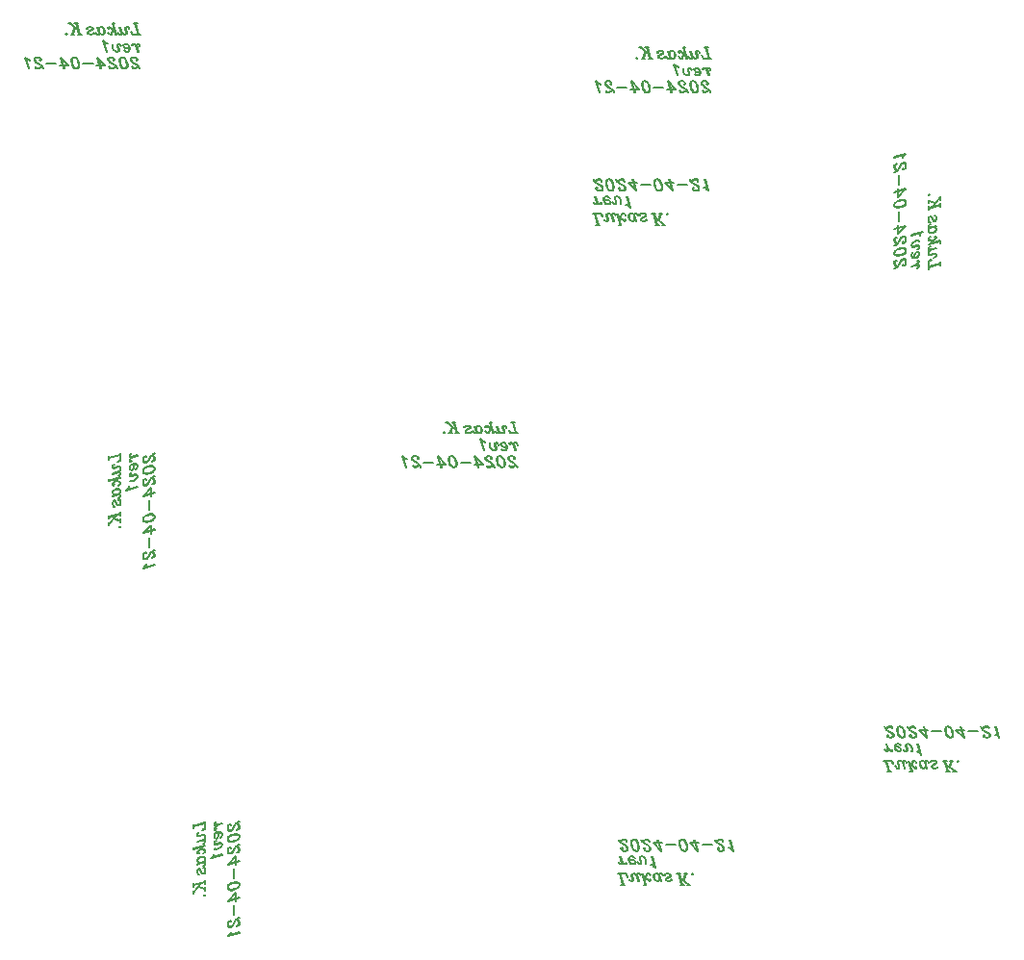
<source format=gbo>
%FSLAX46Y46*%
%MOMM*%
%ADD10C,0.150000*%
G01*
%LPD*%
G01*
%LPD*%
D10*
X67057144Y85323808D02*
X66771428Y86323808D01*
D10*
X67009524Y85323808D02*
X66723808Y86323808D01*
D10*
X66580952Y86323808D02*
X66914284Y86323808D01*
D10*
X66485716Y85323808D02*
X67200000Y85323808D01*
D10*
X66390476Y85609520D02*
X66485716Y85323808D01*
D10*
X66533332Y85323808D02*
X66390476Y85609520D01*
D10*
X66152380Y85895240D02*
X66200000Y85800000D01*
D10*
X66057144Y85990480D02*
X66152380Y85895240D01*
D10*
X65914284Y85990480D02*
X66057144Y85990480D01*
D10*
X65866668Y85942856D02*
X65914284Y85990480D01*
D10*
X65866668Y85800000D02*
X65866668Y85942856D01*
D10*
X65961904Y85514288D02*
X65866668Y85800000D01*
D10*
X65961904Y85419048D02*
X65961904Y85514288D01*
D10*
X65866668Y85323808D02*
X65961904Y85419048D01*
D10*
X65914284Y85942856D02*
X65961904Y85990480D01*
D10*
X65914284Y85800000D02*
X65914284Y85942856D01*
D10*
X66009524Y85514288D02*
X65914284Y85800000D01*
D10*
X66009524Y85419048D02*
X66009524Y85514288D01*
D10*
X65961904Y85371432D02*
X66009524Y85419048D01*
D10*
X65866668Y85323808D02*
X65961904Y85371432D01*
D10*
X65771428Y85323808D02*
X65866668Y85323808D01*
D10*
X65676192Y85371432D02*
X65771428Y85323808D01*
D10*
X65580952Y85466664D02*
X65676192Y85371432D01*
D10*
X65485716Y85657144D02*
X65580952Y85466664D01*
D10*
X65485716Y85657144D02*
X65390476Y85990480D01*
D10*
X65533332Y85466664D02*
X65485716Y85657144D01*
D10*
X65533332Y85371432D02*
X65533332Y85466664D01*
D10*
X65485716Y85323808D02*
X65533332Y85371432D01*
D10*
X65342856Y85323808D02*
X65485716Y85323808D01*
D10*
X65247620Y85419048D02*
X65342856Y85323808D01*
D10*
X65200000Y85514288D02*
X65247620Y85419048D01*
D10*
X65438096Y85657144D02*
X65342856Y85990480D01*
D10*
X65485716Y85466664D02*
X65438096Y85657144D01*
D10*
X65485716Y85371432D02*
X65485716Y85466664D01*
D10*
X65438096Y85323808D02*
X65485716Y85371432D01*
D10*
X65057144Y85323808D02*
X64771428Y86323808D01*
D10*
X65009524Y85323808D02*
X64723808Y86323808D01*
D10*
X64438096Y85895240D02*
X64390476Y85942856D01*
D10*
X64390476Y85847616D02*
X64438096Y85895240D01*
D10*
X64342856Y85895240D02*
X64390476Y85847616D01*
D10*
X64342856Y85942856D02*
X64342856Y85895240D01*
D10*
X64390476Y85990480D02*
X64342856Y85942856D01*
D10*
X64438096Y85990480D02*
X64390476Y85990480D01*
D10*
X64533332Y85942856D02*
X64438096Y85990480D01*
D10*
X64723808Y85752384D02*
X64533332Y85942856D01*
D10*
X64819048Y85704760D02*
X64723808Y85752384D01*
D10*
X64914284Y85704760D02*
X64819048Y85704760D01*
D10*
X64723808Y85657144D02*
X64819048Y85704760D01*
D10*
X64628572Y85371432D02*
X64723808Y85657144D01*
D10*
X64580952Y85323808D02*
X64628572Y85371432D01*
D10*
X64771428Y85657144D02*
X64819048Y85704760D01*
D10*
X64676192Y85371432D02*
X64771428Y85657144D01*
D10*
X64628572Y85323808D02*
X64676192Y85371432D01*
D10*
X64533332Y85323808D02*
X64628572Y85323808D01*
D10*
X64438096Y85371432D02*
X64533332Y85323808D01*
D10*
X64342856Y85514288D02*
X64438096Y85371432D01*
D10*
X64723808Y86323808D02*
X64914284Y86323808D01*
D10*
X63533332Y85657144D02*
X63438096Y85990480D01*
D10*
X63580952Y85466664D02*
X63533332Y85657144D01*
D10*
X63580952Y85371432D02*
X63580952Y85466664D01*
D10*
X63533332Y85323808D02*
X63580952Y85371432D01*
D10*
X63390476Y85323808D02*
X63533332Y85323808D01*
D10*
X63295240Y85419048D02*
X63390476Y85323808D01*
D10*
X63247620Y85514288D02*
X63295240Y85419048D01*
D10*
X63485716Y85657144D02*
X63390476Y85990480D01*
D10*
X63533332Y85466664D02*
X63485716Y85657144D01*
D10*
X63533332Y85371432D02*
X63533332Y85466664D01*
D10*
X63485716Y85323808D02*
X63533332Y85371432D01*
D10*
X63533332Y85800000D02*
X63533332Y85657144D01*
D10*
X63580952Y85942856D02*
X63533332Y85800000D01*
D10*
X63676192Y85990480D02*
X63580952Y85942856D01*
D10*
X63771428Y85990480D02*
X63676192Y85990480D01*
D10*
X63914284Y85942856D02*
X63771428Y85990480D01*
D10*
X64009524Y85800000D02*
X63914284Y85942856D01*
D10*
X64057144Y85657144D02*
X64009524Y85800000D01*
D10*
X64057144Y85514288D02*
X64057144Y85657144D01*
D10*
X64009524Y85419048D02*
X64057144Y85514288D01*
D10*
X63961904Y85371432D02*
X64009524Y85419048D01*
D10*
X63866668Y85323808D02*
X63961904Y85371432D01*
D10*
X63771428Y85323808D02*
X63866668Y85323808D01*
D10*
X63676192Y85371432D02*
X63771428Y85323808D01*
D10*
X63580952Y85514288D02*
X63676192Y85371432D01*
D10*
X63533332Y85657144D02*
X63580952Y85514288D01*
D10*
X63866668Y85942856D02*
X63771428Y85990480D01*
D10*
X63961904Y85800000D02*
X63866668Y85942856D01*
D10*
X64009524Y85657144D02*
X63961904Y85800000D01*
D10*
X64009524Y85466664D02*
X64009524Y85657144D01*
D10*
X63961904Y85371432D02*
X64009524Y85466664D01*
D10*
X62533332Y85847616D02*
X62533332Y85895240D01*
D10*
X62485716Y85847616D02*
X62533332Y85847616D01*
D10*
X62485716Y85895240D02*
X62485716Y85847616D01*
D10*
X62533332Y85942856D02*
X62485716Y85895240D01*
D10*
X62676192Y85990480D02*
X62533332Y85942856D01*
D10*
X62819048Y85990480D02*
X62676192Y85990480D01*
D10*
X62961904Y85942856D02*
X62819048Y85990480D01*
D10*
X63009524Y85895240D02*
X62961904Y85942856D01*
D10*
X63009524Y85800000D02*
X63009524Y85895240D01*
D10*
X62961904Y85752384D02*
X63009524Y85800000D01*
D10*
X62628572Y85561904D02*
X62961904Y85752384D01*
D10*
X62580952Y85514288D02*
X62628572Y85561904D01*
D10*
X62961904Y85800000D02*
X63009524Y85847616D01*
D10*
X62628572Y85609520D02*
X62961904Y85800000D01*
D10*
X62580952Y85561904D02*
X62628572Y85609520D01*
D10*
X62580952Y85419048D02*
X62580952Y85561904D01*
D10*
X62628572Y85371432D02*
X62580952Y85419048D01*
D10*
X62771428Y85323808D02*
X62628572Y85371432D01*
D10*
X62914288Y85323808D02*
X62771428Y85323808D01*
D10*
X63057144Y85371432D02*
X62914288Y85323808D01*
D10*
X63104760Y85419048D02*
X63057144Y85371432D01*
D10*
X63104760Y85466664D02*
X63104760Y85419048D01*
D10*
X63057144Y85466664D02*
X63104760Y85466664D01*
D10*
X63057144Y85419048D02*
X63057144Y85466664D01*
D10*
X61866668Y85323808D02*
X61580952Y86323808D01*
D10*
X61819048Y85323808D02*
X61533332Y86323808D01*
D10*
X61723808Y85704760D02*
X60914288Y86323808D01*
D10*
X61200000Y85323808D02*
X61390476Y85895240D01*
D10*
X61247620Y85323808D02*
X61438096Y85895240D01*
D10*
X61390476Y86323808D02*
X61723808Y86323808D01*
D10*
X60819048Y86323808D02*
X61104760Y86323808D01*
D10*
X61676192Y85323808D02*
X62009524Y85323808D01*
D10*
X61104760Y85323808D02*
X61390476Y85323808D01*
D10*
X60723808Y85371432D02*
X60676192Y85419048D01*
D10*
X60676192Y85323808D02*
X60723808Y85371432D01*
D10*
X60628572Y85371432D02*
X60676192Y85323808D01*
D10*
X60676192Y85419048D02*
X60628572Y85371432D01*
D10*
X67104760Y84395240D02*
X67152384Y84300000D01*
D10*
X67009524Y84490480D02*
X67104760Y84395240D01*
D10*
X66866668Y84490480D02*
X67009524Y84490480D01*
D10*
X66819048Y84442856D02*
X66866668Y84490480D01*
D10*
X66819048Y84347616D02*
X66819048Y84442856D01*
D10*
X66866668Y84157144D02*
X66819048Y84347616D01*
D10*
X66961904Y83823808D02*
X66866668Y84157144D01*
D10*
X66866668Y84442856D02*
X66914284Y84490480D01*
D10*
X66866668Y84347616D02*
X66866668Y84442856D01*
D10*
X66914284Y84157144D02*
X66866668Y84347616D01*
D10*
X67009524Y83823808D02*
X66914284Y84157144D01*
D10*
X66771428Y84347616D02*
X66866668Y84157144D01*
D10*
X66676192Y84442856D02*
X66771428Y84347616D01*
D10*
X66580952Y84490480D02*
X66676192Y84442856D01*
D10*
X66485716Y84490480D02*
X66580952Y84490480D01*
D10*
X66438096Y84442856D02*
X66485716Y84490480D01*
D10*
X66438096Y84395240D02*
X66438096Y84442856D01*
D10*
X66485716Y84347616D02*
X66438096Y84395240D01*
D10*
X66533332Y84395240D02*
X66485716Y84347616D01*
D10*
X66485716Y84442856D02*
X66533332Y84395240D01*
D10*
X66009524Y84109520D02*
X66200000Y84061904D01*
D10*
X65866668Y84157144D02*
X66009524Y84109520D01*
D10*
X65723808Y84252384D02*
X65866668Y84157144D01*
D10*
X65676192Y84347616D02*
X65723808Y84252384D01*
D10*
X65723808Y84442856D02*
X65676192Y84347616D01*
D10*
X65819048Y84490480D02*
X65723808Y84442856D01*
D10*
X65961904Y84490480D02*
X65819048Y84490480D01*
D10*
X66104760Y84442856D02*
X65961904Y84490480D01*
D10*
X66200000Y84300000D02*
X66104760Y84442856D01*
D10*
X66247620Y84157144D02*
X66200000Y84300000D01*
D10*
X66247620Y84014288D02*
X66247620Y84157144D01*
D10*
X66200000Y83919048D02*
X66247620Y84014288D01*
D10*
X66152380Y83871432D02*
X66200000Y83919048D01*
D10*
X66057144Y83823808D02*
X66152380Y83871432D01*
D10*
X65961904Y83823808D02*
X66057144Y83823808D01*
D10*
X65819048Y83871432D02*
X65961904Y83823808D01*
D10*
X65723808Y83966664D02*
X65819048Y83871432D01*
D10*
X66057144Y84442856D02*
X65961904Y84490480D01*
D10*
X66152380Y84300000D02*
X66057144Y84442856D01*
D10*
X66200000Y84157144D02*
X66152380Y84300000D01*
D10*
X66200000Y83966664D02*
X66200000Y84157144D01*
D10*
X66152380Y83871432D02*
X66200000Y83966664D01*
D10*
X65438096Y84395240D02*
X65485716Y84300000D01*
D10*
X65342856Y84490480D02*
X65438096Y84395240D01*
D10*
X65200000Y84490480D02*
X65342856Y84490480D01*
D10*
X65152380Y84442856D02*
X65200000Y84490480D01*
D10*
X65152380Y84300000D02*
X65152380Y84442856D01*
D10*
X65247620Y84014288D02*
X65152380Y84300000D01*
D10*
X65247620Y83919048D02*
X65247620Y84014288D01*
D10*
X65152380Y83823808D02*
X65247620Y83919048D01*
D10*
X65200000Y84442856D02*
X65247620Y84490480D01*
D10*
X65200000Y84300000D02*
X65200000Y84442856D01*
D10*
X65295240Y84014288D02*
X65200000Y84300000D01*
D10*
X65295240Y83919048D02*
X65295240Y84014288D01*
D10*
X65247620Y83871432D02*
X65295240Y83919048D01*
D10*
X65152380Y83823808D02*
X65247620Y83871432D01*
D10*
X65104760Y83823808D02*
X65152380Y83823808D01*
D10*
X64961904Y83871432D02*
X65104760Y83823808D01*
D10*
X64866668Y83966664D02*
X64961904Y83871432D01*
D10*
X64771428Y84109520D02*
X64866668Y83966664D01*
D10*
X64723808Y84300000D02*
X64771428Y84109520D01*
D10*
X64723808Y84490480D02*
X64723808Y84300000D01*
D10*
X64771428Y84490480D02*
X64723808Y84490480D01*
D10*
X64723808Y84395240D02*
X64771428Y84490480D01*
D10*
X64247620Y83823808D02*
X64009524Y84633336D01*
D10*
X64200000Y83823808D02*
X63914284Y84823808D01*
D10*
X64057144Y84680952D02*
X63914284Y84823808D01*
D10*
X64200000Y84585712D02*
X64057144Y84680952D01*
D10*
X64295240Y84538096D02*
X64200000Y84585712D01*
D10*
X64152380Y84585712D02*
X63961904Y84680952D01*
D10*
X64295240Y84538096D02*
X64152380Y84585712D01*
D10*
X66819048Y83085712D02*
X66866668Y83133336D01*
D10*
X66866668Y83038096D02*
X66819048Y83085712D01*
D10*
X66914284Y83085712D02*
X66866668Y83038096D01*
D10*
X66914284Y83133336D02*
X66914284Y83085712D01*
D10*
X66866668Y83228568D02*
X66914284Y83133336D01*
D10*
X66819048Y83276192D02*
X66866668Y83228568D01*
D10*
X66676192Y83323808D02*
X66819048Y83276192D01*
D10*
X66533332Y83323808D02*
X66676192Y83323808D01*
D10*
X66390476Y83276192D02*
X66533332Y83323808D01*
D10*
X66342856Y83180952D02*
X66390476Y83276192D01*
D10*
X66342856Y83085712D02*
X66342856Y83180952D01*
D10*
X66390476Y82990480D02*
X66342856Y83085712D01*
D10*
X66485716Y82895240D02*
X66390476Y82990480D01*
D10*
X66628572Y82800000D02*
X66485716Y82895240D01*
D10*
X66819048Y82704760D02*
X66628572Y82800000D01*
D10*
X66961904Y82609520D02*
X66819048Y82704760D01*
D10*
X67057144Y82514288D02*
X66961904Y82609520D01*
D10*
X67152384Y82323808D02*
X67057144Y82514288D01*
D10*
X66438096Y83276192D02*
X66533332Y83323808D01*
D10*
X66390476Y83180952D02*
X66438096Y83276192D01*
D10*
X66390476Y83085712D02*
X66390476Y83180952D01*
D10*
X66438096Y82990480D02*
X66390476Y83085712D01*
D10*
X66533332Y82895240D02*
X66438096Y82990480D01*
D10*
X66819048Y82704760D02*
X66533332Y82895240D01*
D10*
X67057144Y82466664D02*
X67104760Y82419048D01*
D10*
X66961904Y82466664D02*
X67057144Y82466664D01*
D10*
X66723808Y82371432D02*
X66961904Y82466664D01*
D10*
X66580952Y82371432D02*
X66723808Y82371432D01*
D10*
X66485716Y82419048D02*
X66580952Y82371432D01*
D10*
X66438096Y82514288D02*
X66485716Y82419048D01*
D10*
X66723808Y82323808D02*
X66961904Y82466664D01*
D10*
X66580952Y82323808D02*
X66723808Y82323808D01*
D10*
X66485716Y82371432D02*
X66580952Y82323808D01*
D10*
X66438096Y82514288D02*
X66485716Y82371432D01*
D10*
X65771428Y83276192D02*
X65628572Y83323808D01*
D10*
X65866668Y83180952D02*
X65771428Y83276192D01*
D10*
X65961904Y83038096D02*
X65866668Y83180952D01*
D10*
X66009524Y82895240D02*
X65961904Y83038096D01*
D10*
X66057144Y82704760D02*
X66009524Y82895240D01*
D10*
X66057144Y82561904D02*
X66057144Y82704760D01*
D10*
X66009524Y82419048D02*
X66057144Y82561904D01*
D10*
X65961904Y82371432D02*
X66009524Y82419048D01*
D10*
X65866668Y82323808D02*
X65961904Y82371432D01*
D10*
X65771428Y82323808D02*
X65866668Y82323808D01*
D10*
X65628572Y82371432D02*
X65771428Y82323808D01*
D10*
X65533332Y82466664D02*
X65628572Y82371432D01*
D10*
X65438096Y82609520D02*
X65533332Y82466664D01*
D10*
X65390476Y82752384D02*
X65438096Y82609520D01*
D10*
X65342856Y82942856D02*
X65390476Y82752384D01*
D10*
X65342856Y83085712D02*
X65342856Y82942856D01*
D10*
X65390476Y83228568D02*
X65342856Y83085712D01*
D10*
X65438096Y83276192D02*
X65390476Y83228568D01*
D10*
X65533332Y83323808D02*
X65438096Y83276192D01*
D10*
X65628572Y83323808D02*
X65533332Y83323808D01*
D10*
X65723808Y83276192D02*
X65628572Y83323808D01*
D10*
X65819048Y83180952D02*
X65723808Y83276192D01*
D10*
X65914284Y83038096D02*
X65819048Y83180952D01*
D10*
X65961904Y82895240D02*
X65914284Y83038096D01*
D10*
X66009524Y82704760D02*
X65961904Y82895240D01*
D10*
X66009524Y82561904D02*
X66009524Y82704760D01*
D10*
X65961904Y82419048D02*
X66009524Y82561904D01*
D10*
X65866668Y82323808D02*
X65961904Y82419048D01*
D10*
X65676192Y82371432D02*
X65771428Y82323808D01*
D10*
X65580952Y82466664D02*
X65676192Y82371432D01*
D10*
X65485716Y82609520D02*
X65580952Y82466664D01*
D10*
X65438096Y82752384D02*
X65485716Y82609520D01*
D10*
X65390476Y82942856D02*
X65438096Y82752384D01*
D10*
X65390476Y83085712D02*
X65390476Y82942856D01*
D10*
X65438096Y83228568D02*
X65390476Y83085712D01*
D10*
X65533332Y83323808D02*
X65438096Y83228568D01*
D10*
X64819048Y83085712D02*
X64866668Y83133336D01*
D10*
X64866668Y83038096D02*
X64819048Y83085712D01*
D10*
X64914284Y83085712D02*
X64866668Y83038096D01*
D10*
X64914284Y83133336D02*
X64914284Y83085712D01*
D10*
X64866668Y83228568D02*
X64914284Y83133336D01*
D10*
X64819048Y83276192D02*
X64866668Y83228568D01*
D10*
X64676192Y83323808D02*
X64819048Y83276192D01*
D10*
X64533332Y83323808D02*
X64676192Y83323808D01*
D10*
X64390476Y83276192D02*
X64533332Y83323808D01*
D10*
X64342856Y83180952D02*
X64390476Y83276192D01*
D10*
X64342856Y83085712D02*
X64342856Y83180952D01*
D10*
X64390476Y82990480D02*
X64342856Y83085712D01*
D10*
X64485716Y82895240D02*
X64390476Y82990480D01*
D10*
X64628572Y82800000D02*
X64485716Y82895240D01*
D10*
X64819048Y82704760D02*
X64628572Y82800000D01*
D10*
X64961904Y82609520D02*
X64819048Y82704760D01*
D10*
X65057144Y82514288D02*
X64961904Y82609520D01*
D10*
X65152380Y82323808D02*
X65057144Y82514288D01*
D10*
X64438096Y83276192D02*
X64533332Y83323808D01*
D10*
X64390476Y83180952D02*
X64438096Y83276192D01*
D10*
X64390476Y83085712D02*
X64390476Y83180952D01*
D10*
X64438096Y82990480D02*
X64390476Y83085712D01*
D10*
X64533332Y82895240D02*
X64438096Y82990480D01*
D10*
X64819048Y82704760D02*
X64533332Y82895240D01*
D10*
X65057144Y82466664D02*
X65104760Y82419048D01*
D10*
X64961904Y82466664D02*
X65057144Y82466664D01*
D10*
X64723808Y82371432D02*
X64961904Y82466664D01*
D10*
X64580952Y82371432D02*
X64723808Y82371432D01*
D10*
X64485716Y82419048D02*
X64580952Y82371432D01*
D10*
X64438096Y82514288D02*
X64485716Y82419048D01*
D10*
X64723808Y82323808D02*
X64961904Y82466664D01*
D10*
X64580952Y82323808D02*
X64723808Y82323808D01*
D10*
X64485716Y82371432D02*
X64580952Y82323808D01*
D10*
X64438096Y82514288D02*
X64485716Y82371432D01*
D10*
X63723808Y82323808D02*
X63438096Y83276192D01*
D10*
X63676192Y82323808D02*
X63390476Y83323808D01*
D10*
X64104760Y82609520D02*
X63390476Y83323808D01*
D10*
X63342856Y82609520D02*
X64104760Y82609520D01*
D10*
X62152380Y82752384D02*
X63009524Y82752384D01*
D10*
X61533332Y83276192D02*
X61390476Y83323808D01*
D10*
X61628572Y83180952D02*
X61533332Y83276192D01*
D10*
X61723808Y83038096D02*
X61628572Y83180952D01*
D10*
X61771428Y82895240D02*
X61723808Y83038096D01*
D10*
X61819048Y82704760D02*
X61771428Y82895240D01*
D10*
X61819048Y82561904D02*
X61819048Y82704760D01*
D10*
X61771428Y82419048D02*
X61819048Y82561904D01*
D10*
X61723808Y82371432D02*
X61771428Y82419048D01*
D10*
X61628572Y82323808D02*
X61723808Y82371432D01*
D10*
X61533332Y82323808D02*
X61628572Y82323808D01*
D10*
X61390476Y82371432D02*
X61533332Y82323808D01*
D10*
X61295240Y82466664D02*
X61390476Y82371432D01*
D10*
X61200000Y82609520D02*
X61295240Y82466664D01*
D10*
X61152380Y82752384D02*
X61200000Y82609520D01*
D10*
X61104760Y82942856D02*
X61152380Y82752384D01*
D10*
X61104760Y83085712D02*
X61104760Y82942856D01*
D10*
X61152380Y83228568D02*
X61104760Y83085712D01*
D10*
X61200000Y83276192D02*
X61152380Y83228568D01*
D10*
X61295240Y83323808D02*
X61200000Y83276192D01*
D10*
X61390476Y83323808D02*
X61295240Y83323808D01*
D10*
X61485716Y83276192D02*
X61390476Y83323808D01*
D10*
X61580952Y83180952D02*
X61485716Y83276192D01*
D10*
X61676192Y83038096D02*
X61580952Y83180952D01*
D10*
X61723808Y82895240D02*
X61676192Y83038096D01*
D10*
X61771428Y82704760D02*
X61723808Y82895240D01*
D10*
X61771428Y82561904D02*
X61771428Y82704760D01*
D10*
X61723808Y82419048D02*
X61771428Y82561904D01*
D10*
X61628572Y82323808D02*
X61723808Y82419048D01*
D10*
X61438096Y82371432D02*
X61533332Y82323808D01*
D10*
X61342856Y82466664D02*
X61438096Y82371432D01*
D10*
X61247620Y82609520D02*
X61342856Y82466664D01*
D10*
X61200000Y82752384D02*
X61247620Y82609520D01*
D10*
X61152380Y82942856D02*
X61200000Y82752384D01*
D10*
X61152380Y83085712D02*
X61152380Y82942856D01*
D10*
X61200000Y83228568D02*
X61152380Y83085712D01*
D10*
X61295240Y83323808D02*
X61200000Y83228568D01*
D10*
X60485716Y82323808D02*
X60200000Y83276192D01*
D10*
X60438096Y82323808D02*
X60152380Y83323808D01*
D10*
X60866668Y82609520D02*
X60152380Y83323808D01*
D10*
X60104760Y82609520D02*
X60866668Y82609520D01*
D10*
X58914288Y82752384D02*
X59771428Y82752384D01*
D10*
X58342856Y83085712D02*
X58390476Y83133336D01*
D10*
X58390476Y83038096D02*
X58342856Y83085712D01*
D10*
X58438096Y83085712D02*
X58390476Y83038096D01*
D10*
X58438096Y83133336D02*
X58438096Y83085712D01*
D10*
X58390476Y83228568D02*
X58438096Y83133336D01*
D10*
X58342856Y83276192D02*
X58390476Y83228568D01*
D10*
X58200000Y83323808D02*
X58342856Y83276192D01*
D10*
X58057144Y83323808D02*
X58200000Y83323808D01*
D10*
X57914288Y83276192D02*
X58057144Y83323808D01*
D10*
X57866668Y83180952D02*
X57914288Y83276192D01*
D10*
X57866668Y83085712D02*
X57866668Y83180952D01*
D10*
X57914288Y82990480D02*
X57866668Y83085712D01*
D10*
X58009524Y82895240D02*
X57914288Y82990480D01*
D10*
X58152380Y82800000D02*
X58009524Y82895240D01*
D10*
X58342856Y82704760D02*
X58152380Y82800000D01*
D10*
X58485712Y82609520D02*
X58342856Y82704760D01*
D10*
X58580952Y82514288D02*
X58485712Y82609520D01*
D10*
X58676192Y82323808D02*
X58580952Y82514288D01*
D10*
X57961904Y83276192D02*
X58057144Y83323808D01*
D10*
X57914288Y83180952D02*
X57961904Y83276192D01*
D10*
X57914288Y83085712D02*
X57914288Y83180952D01*
D10*
X57961904Y82990480D02*
X57914288Y83085712D01*
D10*
X58057144Y82895240D02*
X57961904Y82990480D01*
D10*
X58342856Y82704760D02*
X58057144Y82895240D01*
D10*
X58580952Y82466664D02*
X58628572Y82419048D01*
D10*
X58485712Y82466664D02*
X58580952Y82466664D01*
D10*
X58247620Y82371432D02*
X58485712Y82466664D01*
D10*
X58104760Y82371432D02*
X58247620Y82371432D01*
D10*
X58009524Y82419048D02*
X58104760Y82371432D01*
D10*
X57961904Y82514288D02*
X58009524Y82419048D01*
D10*
X58247620Y82323808D02*
X58485712Y82466664D01*
D10*
X58104760Y82323808D02*
X58247620Y82323808D01*
D10*
X58009524Y82371432D02*
X58104760Y82323808D01*
D10*
X57961904Y82514288D02*
X58009524Y82371432D01*
D10*
X57390476Y82323808D02*
X57152380Y83133336D01*
D10*
X57342856Y82323808D02*
X57057144Y83323808D01*
D10*
X57200000Y83180952D02*
X57057144Y83323808D01*
D10*
X57342856Y83085712D02*
X57200000Y83180952D01*
D10*
X57438096Y83038096D02*
X57342856Y83085712D01*
D10*
X57295240Y83085712D02*
X57104760Y83180952D01*
D10*
X57438096Y83038096D02*
X57295240Y83085712D01*
D10*
X16857142Y87423808D02*
X16571429Y88423808D01*
D10*
X16809524Y87423808D02*
X16523810Y88423808D01*
D10*
X16380952Y88423808D02*
X16714286Y88423808D01*
D10*
X16285714Y87423808D02*
X17000000Y87423808D01*
D10*
X16190476Y87709520D02*
X16285714Y87423808D01*
D10*
X16333333Y87423808D02*
X16190476Y87709520D01*
D10*
X15952381Y87995240D02*
X16000000Y87900000D01*
D10*
X15857143Y88090480D02*
X15952381Y87995240D01*
D10*
X15714286Y88090480D02*
X15857143Y88090480D01*
D10*
X15666667Y88042856D02*
X15714286Y88090480D01*
D10*
X15666667Y87900000D02*
X15666667Y88042856D01*
D10*
X15761905Y87614288D02*
X15666667Y87900000D01*
D10*
X15761905Y87519048D02*
X15761905Y87614288D01*
D10*
X15666667Y87423808D02*
X15761905Y87519048D01*
D10*
X15714286Y88042856D02*
X15761905Y88090480D01*
D10*
X15714286Y87900000D02*
X15714286Y88042856D01*
D10*
X15809524Y87614288D02*
X15714286Y87900000D01*
D10*
X15809524Y87519048D02*
X15809524Y87614288D01*
D10*
X15761905Y87471432D02*
X15809524Y87519048D01*
D10*
X15666667Y87423808D02*
X15761905Y87471432D01*
D10*
X15571429Y87423808D02*
X15666667Y87423808D01*
D10*
X15476190Y87471432D02*
X15571429Y87423808D01*
D10*
X15380952Y87566664D02*
X15476190Y87471432D01*
D10*
X15285714Y87757144D02*
X15380952Y87566664D01*
D10*
X15285714Y87757144D02*
X15190476Y88090480D01*
D10*
X15333333Y87566664D02*
X15285714Y87757144D01*
D10*
X15333333Y87471432D02*
X15333333Y87566664D01*
D10*
X15285714Y87423808D02*
X15333333Y87471432D01*
D10*
X15142857Y87423808D02*
X15285714Y87423808D01*
D10*
X15047619Y87519048D02*
X15142857Y87423808D01*
D10*
X15000000Y87614288D02*
X15047619Y87519048D01*
D10*
X15238095Y87757144D02*
X15142857Y88090480D01*
D10*
X15285714Y87566664D02*
X15238095Y87757144D01*
D10*
X15285714Y87471432D02*
X15285714Y87566664D01*
D10*
X15238095Y87423808D02*
X15285714Y87471432D01*
D10*
X14857143Y87423808D02*
X14571428Y88423808D01*
D10*
X14809524Y87423808D02*
X14523810Y88423808D01*
D10*
X14238095Y87995240D02*
X14190476Y88042856D01*
D10*
X14190476Y87947616D02*
X14238095Y87995240D01*
D10*
X14142857Y87995240D02*
X14190476Y87947616D01*
D10*
X14142857Y88042856D02*
X14142857Y87995240D01*
D10*
X14190476Y88090480D02*
X14142857Y88042856D01*
D10*
X14238095Y88090480D02*
X14190476Y88090480D01*
D10*
X14333334Y88042856D02*
X14238095Y88090480D01*
D10*
X14523810Y87852384D02*
X14333334Y88042856D01*
D10*
X14619048Y87804760D02*
X14523810Y87852384D01*
D10*
X14714286Y87804760D02*
X14619048Y87804760D01*
D10*
X14523810Y87757144D02*
X14619048Y87804760D01*
D10*
X14428572Y87471432D02*
X14523810Y87757144D01*
D10*
X14380952Y87423808D02*
X14428572Y87471432D01*
D10*
X14571428Y87757144D02*
X14619048Y87804760D01*
D10*
X14476190Y87471432D02*
X14571428Y87757144D01*
D10*
X14428572Y87423808D02*
X14476190Y87471432D01*
D10*
X14333334Y87423808D02*
X14428572Y87423808D01*
D10*
X14238095Y87471432D02*
X14333334Y87423808D01*
D10*
X14142857Y87614288D02*
X14238095Y87471432D01*
D10*
X14523810Y88423808D02*
X14714286Y88423808D01*
D10*
X13333334Y87757144D02*
X13238095Y88090480D01*
D10*
X13380952Y87566664D02*
X13333334Y87757144D01*
D10*
X13380952Y87471432D02*
X13380952Y87566664D01*
D10*
X13333334Y87423808D02*
X13380952Y87471432D01*
D10*
X13190476Y87423808D02*
X13333334Y87423808D01*
D10*
X13095238Y87519048D02*
X13190476Y87423808D01*
D10*
X13047619Y87614288D02*
X13095238Y87519048D01*
D10*
X13285714Y87757144D02*
X13190476Y88090480D01*
D10*
X13333334Y87566664D02*
X13285714Y87757144D01*
D10*
X13333334Y87471432D02*
X13333334Y87566664D01*
D10*
X13285714Y87423808D02*
X13333334Y87471432D01*
D10*
X13333334Y87900000D02*
X13333334Y87757144D01*
D10*
X13380952Y88042856D02*
X13333334Y87900000D01*
D10*
X13476190Y88090480D02*
X13380952Y88042856D01*
D10*
X13571428Y88090480D02*
X13476190Y88090480D01*
D10*
X13714286Y88042856D02*
X13571428Y88090480D01*
D10*
X13809524Y87900000D02*
X13714286Y88042856D01*
D10*
X13857143Y87757144D02*
X13809524Y87900000D01*
D10*
X13857143Y87614288D02*
X13857143Y87757144D01*
D10*
X13809524Y87519048D02*
X13857143Y87614288D01*
D10*
X13761905Y87471432D02*
X13809524Y87519048D01*
D10*
X13666667Y87423808D02*
X13761905Y87471432D01*
D10*
X13571428Y87423808D02*
X13666667Y87423808D01*
D10*
X13476190Y87471432D02*
X13571428Y87423808D01*
D10*
X13380952Y87614288D02*
X13476190Y87471432D01*
D10*
X13333334Y87757144D02*
X13380952Y87614288D01*
D10*
X13666667Y88042856D02*
X13571428Y88090480D01*
D10*
X13761905Y87900000D02*
X13666667Y88042856D01*
D10*
X13809524Y87757144D02*
X13761905Y87900000D01*
D10*
X13809524Y87566664D02*
X13809524Y87757144D01*
D10*
X13761905Y87471432D02*
X13809524Y87566664D01*
D10*
X12333334Y87947616D02*
X12333334Y87995240D01*
D10*
X12285714Y87947616D02*
X12333334Y87947616D01*
D10*
X12285714Y87995240D02*
X12285714Y87947616D01*
D10*
X12333334Y88042856D02*
X12285714Y87995240D01*
D10*
X12476190Y88090480D02*
X12333334Y88042856D01*
D10*
X12619048Y88090480D02*
X12476190Y88090480D01*
D10*
X12761905Y88042856D02*
X12619048Y88090480D01*
D10*
X12809524Y87995240D02*
X12761905Y88042856D01*
D10*
X12809524Y87900000D02*
X12809524Y87995240D01*
D10*
X12761905Y87852384D02*
X12809524Y87900000D01*
D10*
X12428572Y87661904D02*
X12761905Y87852384D01*
D10*
X12380952Y87614288D02*
X12428572Y87661904D01*
D10*
X12761905Y87900000D02*
X12809524Y87947616D01*
D10*
X12428572Y87709520D02*
X12761905Y87900000D01*
D10*
X12380952Y87661904D02*
X12428572Y87709520D01*
D10*
X12380952Y87519048D02*
X12380952Y87661904D01*
D10*
X12428572Y87471432D02*
X12380952Y87519048D01*
D10*
X12571428Y87423808D02*
X12428572Y87471432D01*
D10*
X12714286Y87423808D02*
X12571428Y87423808D01*
D10*
X12857143Y87471432D02*
X12714286Y87423808D01*
D10*
X12904762Y87519048D02*
X12857143Y87471432D01*
D10*
X12904762Y87566664D02*
X12904762Y87519048D01*
D10*
X12857143Y87566664D02*
X12904762Y87566664D01*
D10*
X12857143Y87519048D02*
X12857143Y87566664D01*
D10*
X11666667Y87423808D02*
X11380952Y88423808D01*
D10*
X11619048Y87423808D02*
X11333334Y88423808D01*
D10*
X11523810Y87804760D02*
X10714286Y88423808D01*
D10*
X11000000Y87423808D02*
X11190476Y87995240D01*
D10*
X11047619Y87423808D02*
X11238096Y87995240D01*
D10*
X11190476Y88423808D02*
X11523810Y88423808D01*
D10*
X10619048Y88423808D02*
X10904762Y88423808D01*
D10*
X11476190Y87423808D02*
X11809524Y87423808D01*
D10*
X10904762Y87423808D02*
X11190476Y87423808D01*
D10*
X10523810Y87471432D02*
X10476190Y87519048D01*
D10*
X10476190Y87423808D02*
X10523810Y87471432D01*
D10*
X10428572Y87471432D02*
X10476190Y87423808D01*
D10*
X10476190Y87519048D02*
X10428572Y87471432D01*
D10*
X16904762Y86495240D02*
X16952380Y86400000D01*
D10*
X16809524Y86590480D02*
X16904762Y86495240D01*
D10*
X16666667Y86590480D02*
X16809524Y86590480D01*
D10*
X16619048Y86542856D02*
X16666667Y86590480D01*
D10*
X16619048Y86447616D02*
X16619048Y86542856D01*
D10*
X16666667Y86257144D02*
X16619048Y86447616D01*
D10*
X16761905Y85923808D02*
X16666667Y86257144D01*
D10*
X16666667Y86542856D02*
X16714286Y86590480D01*
D10*
X16666667Y86447616D02*
X16666667Y86542856D01*
D10*
X16714286Y86257144D02*
X16666667Y86447616D01*
D10*
X16809524Y85923808D02*
X16714286Y86257144D01*
D10*
X16571429Y86447616D02*
X16666667Y86257144D01*
D10*
X16476190Y86542856D02*
X16571429Y86447616D01*
D10*
X16380952Y86590480D02*
X16476190Y86542856D01*
D10*
X16285714Y86590480D02*
X16380952Y86590480D01*
D10*
X16238095Y86542856D02*
X16285714Y86590480D01*
D10*
X16238095Y86495240D02*
X16238095Y86542856D01*
D10*
X16285714Y86447616D02*
X16238095Y86495240D01*
D10*
X16333333Y86495240D02*
X16285714Y86447616D01*
D10*
X16285714Y86542856D02*
X16333333Y86495240D01*
D10*
X15809524Y86209520D02*
X16000000Y86161904D01*
D10*
X15666667Y86257144D02*
X15809524Y86209520D01*
D10*
X15523810Y86352384D02*
X15666667Y86257144D01*
D10*
X15476190Y86447616D02*
X15523810Y86352384D01*
D10*
X15523810Y86542856D02*
X15476190Y86447616D01*
D10*
X15619048Y86590480D02*
X15523810Y86542856D01*
D10*
X15761905Y86590480D02*
X15619048Y86590480D01*
D10*
X15904762Y86542856D02*
X15761905Y86590480D01*
D10*
X16000000Y86400000D02*
X15904762Y86542856D01*
D10*
X16047619Y86257144D02*
X16000000Y86400000D01*
D10*
X16047619Y86114288D02*
X16047619Y86257144D01*
D10*
X16000000Y86019048D02*
X16047619Y86114288D01*
D10*
X15952381Y85971432D02*
X16000000Y86019048D01*
D10*
X15857143Y85923808D02*
X15952381Y85971432D01*
D10*
X15761905Y85923808D02*
X15857143Y85923808D01*
D10*
X15619048Y85971432D02*
X15761905Y85923808D01*
D10*
X15523810Y86066664D02*
X15619048Y85971432D01*
D10*
X15857143Y86542856D02*
X15761905Y86590480D01*
D10*
X15952381Y86400000D02*
X15857143Y86542856D01*
D10*
X16000000Y86257144D02*
X15952381Y86400000D01*
D10*
X16000000Y86066664D02*
X16000000Y86257144D01*
D10*
X15952381Y85971432D02*
X16000000Y86066664D01*
D10*
X15238095Y86495240D02*
X15285714Y86400000D01*
D10*
X15142857Y86590480D02*
X15238095Y86495240D01*
D10*
X15000000Y86590480D02*
X15142857Y86590480D01*
D10*
X14952381Y86542856D02*
X15000000Y86590480D01*
D10*
X14952381Y86400000D02*
X14952381Y86542856D01*
D10*
X15047619Y86114288D02*
X14952381Y86400000D01*
D10*
X15047619Y86019048D02*
X15047619Y86114288D01*
D10*
X14952381Y85923808D02*
X15047619Y86019048D01*
D10*
X15000000Y86542856D02*
X15047619Y86590480D01*
D10*
X15000000Y86400000D02*
X15000000Y86542856D01*
D10*
X15095238Y86114288D02*
X15000000Y86400000D01*
D10*
X15095238Y86019048D02*
X15095238Y86114288D01*
D10*
X15047619Y85971432D02*
X15095238Y86019048D01*
D10*
X14952381Y85923808D02*
X15047619Y85971432D01*
D10*
X14904762Y85923808D02*
X14952381Y85923808D01*
D10*
X14761905Y85971432D02*
X14904762Y85923808D01*
D10*
X14666667Y86066664D02*
X14761905Y85971432D01*
D10*
X14571428Y86209520D02*
X14666667Y86066664D01*
D10*
X14523810Y86400000D02*
X14571428Y86209520D01*
D10*
X14523810Y86590480D02*
X14523810Y86400000D01*
D10*
X14571428Y86590480D02*
X14523810Y86590480D01*
D10*
X14523810Y86495240D02*
X14571428Y86590480D01*
D10*
X14047619Y85923808D02*
X13809524Y86733336D01*
D10*
X14000000Y85923808D02*
X13714286Y86923808D01*
D10*
X13857143Y86780952D02*
X13714286Y86923808D01*
D10*
X14000000Y86685712D02*
X13857143Y86780952D01*
D10*
X14095238Y86638096D02*
X14000000Y86685712D01*
D10*
X13952381Y86685712D02*
X13761905Y86780952D01*
D10*
X14095238Y86638096D02*
X13952381Y86685712D01*
D10*
X16619048Y85185712D02*
X16666667Y85233336D01*
D10*
X16666667Y85138096D02*
X16619048Y85185712D01*
D10*
X16714286Y85185712D02*
X16666667Y85138096D01*
D10*
X16714286Y85233336D02*
X16714286Y85185712D01*
D10*
X16666667Y85328568D02*
X16714286Y85233336D01*
D10*
X16619048Y85376192D02*
X16666667Y85328568D01*
D10*
X16476190Y85423808D02*
X16619048Y85376192D01*
D10*
X16333333Y85423808D02*
X16476190Y85423808D01*
D10*
X16190476Y85376192D02*
X16333333Y85423808D01*
D10*
X16142857Y85280952D02*
X16190476Y85376192D01*
D10*
X16142857Y85185712D02*
X16142857Y85280952D01*
D10*
X16190476Y85090480D02*
X16142857Y85185712D01*
D10*
X16285714Y84995240D02*
X16190476Y85090480D01*
D10*
X16428571Y84900000D02*
X16285714Y84995240D01*
D10*
X16619048Y84804760D02*
X16428571Y84900000D01*
D10*
X16761905Y84709520D02*
X16619048Y84804760D01*
D10*
X16857142Y84614288D02*
X16761905Y84709520D01*
D10*
X16952380Y84423808D02*
X16857142Y84614288D01*
D10*
X16238095Y85376192D02*
X16333333Y85423808D01*
D10*
X16190476Y85280952D02*
X16238095Y85376192D01*
D10*
X16190476Y85185712D02*
X16190476Y85280952D01*
D10*
X16238095Y85090480D02*
X16190476Y85185712D01*
D10*
X16333333Y84995240D02*
X16238095Y85090480D01*
D10*
X16619048Y84804760D02*
X16333333Y84995240D01*
D10*
X16857142Y84566664D02*
X16904762Y84519048D01*
D10*
X16761905Y84566664D02*
X16857142Y84566664D01*
D10*
X16523810Y84471432D02*
X16761905Y84566664D01*
D10*
X16380952Y84471432D02*
X16523810Y84471432D01*
D10*
X16285714Y84519048D02*
X16380952Y84471432D01*
D10*
X16238095Y84614288D02*
X16285714Y84519048D01*
D10*
X16523810Y84423808D02*
X16761905Y84566664D01*
D10*
X16380952Y84423808D02*
X16523810Y84423808D01*
D10*
X16285714Y84471432D02*
X16380952Y84423808D01*
D10*
X16238095Y84614288D02*
X16285714Y84471432D01*
D10*
X15571429Y85376192D02*
X15428572Y85423808D01*
D10*
X15666667Y85280952D02*
X15571429Y85376192D01*
D10*
X15761905Y85138096D02*
X15666667Y85280952D01*
D10*
X15809524Y84995240D02*
X15761905Y85138096D01*
D10*
X15857143Y84804760D02*
X15809524Y84995240D01*
D10*
X15857143Y84661904D02*
X15857143Y84804760D01*
D10*
X15809524Y84519048D02*
X15857143Y84661904D01*
D10*
X15761905Y84471432D02*
X15809524Y84519048D01*
D10*
X15666667Y84423808D02*
X15761905Y84471432D01*
D10*
X15571429Y84423808D02*
X15666667Y84423808D01*
D10*
X15428572Y84471432D02*
X15571429Y84423808D01*
D10*
X15333333Y84566664D02*
X15428572Y84471432D01*
D10*
X15238095Y84709520D02*
X15333333Y84566664D01*
D10*
X15190476Y84852384D02*
X15238095Y84709520D01*
D10*
X15142857Y85042856D02*
X15190476Y84852384D01*
D10*
X15142857Y85185712D02*
X15142857Y85042856D01*
D10*
X15190476Y85328568D02*
X15142857Y85185712D01*
D10*
X15238095Y85376192D02*
X15190476Y85328568D01*
D10*
X15333333Y85423808D02*
X15238095Y85376192D01*
D10*
X15428572Y85423808D02*
X15333333Y85423808D01*
D10*
X15523810Y85376192D02*
X15428572Y85423808D01*
D10*
X15619048Y85280952D02*
X15523810Y85376192D01*
D10*
X15714286Y85138096D02*
X15619048Y85280952D01*
D10*
X15761905Y84995240D02*
X15714286Y85138096D01*
D10*
X15809524Y84804760D02*
X15761905Y84995240D01*
D10*
X15809524Y84661904D02*
X15809524Y84804760D01*
D10*
X15761905Y84519048D02*
X15809524Y84661904D01*
D10*
X15666667Y84423808D02*
X15761905Y84519048D01*
D10*
X15476190Y84471432D02*
X15571429Y84423808D01*
D10*
X15380952Y84566664D02*
X15476190Y84471432D01*
D10*
X15285714Y84709520D02*
X15380952Y84566664D01*
D10*
X15238095Y84852384D02*
X15285714Y84709520D01*
D10*
X15190476Y85042856D02*
X15238095Y84852384D01*
D10*
X15190476Y85185712D02*
X15190476Y85042856D01*
D10*
X15238095Y85328568D02*
X15190476Y85185712D01*
D10*
X15333333Y85423808D02*
X15238095Y85328568D01*
D10*
X14619048Y85185712D02*
X14666667Y85233336D01*
D10*
X14666667Y85138096D02*
X14619048Y85185712D01*
D10*
X14714286Y85185712D02*
X14666667Y85138096D01*
D10*
X14714286Y85233336D02*
X14714286Y85185712D01*
D10*
X14666667Y85328568D02*
X14714286Y85233336D01*
D10*
X14619048Y85376192D02*
X14666667Y85328568D01*
D10*
X14476190Y85423808D02*
X14619048Y85376192D01*
D10*
X14333334Y85423808D02*
X14476190Y85423808D01*
D10*
X14190476Y85376192D02*
X14333334Y85423808D01*
D10*
X14142857Y85280952D02*
X14190476Y85376192D01*
D10*
X14142857Y85185712D02*
X14142857Y85280952D01*
D10*
X14190476Y85090480D02*
X14142857Y85185712D01*
D10*
X14285714Y84995240D02*
X14190476Y85090480D01*
D10*
X14428572Y84900000D02*
X14285714Y84995240D01*
D10*
X14619048Y84804760D02*
X14428572Y84900000D01*
D10*
X14761905Y84709520D02*
X14619048Y84804760D01*
D10*
X14857143Y84614288D02*
X14761905Y84709520D01*
D10*
X14952381Y84423808D02*
X14857143Y84614288D01*
D10*
X14238095Y85376192D02*
X14333334Y85423808D01*
D10*
X14190476Y85280952D02*
X14238095Y85376192D01*
D10*
X14190476Y85185712D02*
X14190476Y85280952D01*
D10*
X14238095Y85090480D02*
X14190476Y85185712D01*
D10*
X14333334Y84995240D02*
X14238095Y85090480D01*
D10*
X14619048Y84804760D02*
X14333334Y84995240D01*
D10*
X14857143Y84566664D02*
X14904762Y84519048D01*
D10*
X14761905Y84566664D02*
X14857143Y84566664D01*
D10*
X14523810Y84471432D02*
X14761905Y84566664D01*
D10*
X14380952Y84471432D02*
X14523810Y84471432D01*
D10*
X14285714Y84519048D02*
X14380952Y84471432D01*
D10*
X14238095Y84614288D02*
X14285714Y84519048D01*
D10*
X14523810Y84423808D02*
X14761905Y84566664D01*
D10*
X14380952Y84423808D02*
X14523810Y84423808D01*
D10*
X14285714Y84471432D02*
X14380952Y84423808D01*
D10*
X14238095Y84614288D02*
X14285714Y84471432D01*
D10*
X13523810Y84423808D02*
X13238095Y85376192D01*
D10*
X13476190Y84423808D02*
X13190476Y85423808D01*
D10*
X13904762Y84709520D02*
X13190476Y85423808D01*
D10*
X13142857Y84709520D02*
X13904762Y84709520D01*
D10*
X11952381Y84852384D02*
X12809524Y84852384D01*
D10*
X11333334Y85376192D02*
X11190476Y85423808D01*
D10*
X11428572Y85280952D02*
X11333334Y85376192D01*
D10*
X11523810Y85138096D02*
X11428572Y85280952D01*
D10*
X11571428Y84995240D02*
X11523810Y85138096D01*
D10*
X11619048Y84804760D02*
X11571428Y84995240D01*
D10*
X11619048Y84661904D02*
X11619048Y84804760D01*
D10*
X11571428Y84519048D02*
X11619048Y84661904D01*
D10*
X11523810Y84471432D02*
X11571428Y84519048D01*
D10*
X11428572Y84423808D02*
X11523810Y84471432D01*
D10*
X11333334Y84423808D02*
X11428572Y84423808D01*
D10*
X11190476Y84471432D02*
X11333334Y84423808D01*
D10*
X11095238Y84566664D02*
X11190476Y84471432D01*
D10*
X11000000Y84709520D02*
X11095238Y84566664D01*
D10*
X10952381Y84852384D02*
X11000000Y84709520D01*
D10*
X10904762Y85042856D02*
X10952381Y84852384D01*
D10*
X10904762Y85185712D02*
X10904762Y85042856D01*
D10*
X10952381Y85328568D02*
X10904762Y85185712D01*
D10*
X11000000Y85376192D02*
X10952381Y85328568D01*
D10*
X11095238Y85423808D02*
X11000000Y85376192D01*
D10*
X11190476Y85423808D02*
X11095238Y85423808D01*
D10*
X11285714Y85376192D02*
X11190476Y85423808D01*
D10*
X11380952Y85280952D02*
X11285714Y85376192D01*
D10*
X11476190Y85138096D02*
X11380952Y85280952D01*
D10*
X11523810Y84995240D02*
X11476190Y85138096D01*
D10*
X11571428Y84804760D02*
X11523810Y84995240D01*
D10*
X11571428Y84661904D02*
X11571428Y84804760D01*
D10*
X11523810Y84519048D02*
X11571428Y84661904D01*
D10*
X11428572Y84423808D02*
X11523810Y84519048D01*
D10*
X11238096Y84471432D02*
X11333334Y84423808D01*
D10*
X11142857Y84566664D02*
X11238096Y84471432D01*
D10*
X11047619Y84709520D02*
X11142857Y84566664D01*
D10*
X11000000Y84852384D02*
X11047619Y84709520D01*
D10*
X10952381Y85042856D02*
X11000000Y84852384D01*
D10*
X10952381Y85185712D02*
X10952381Y85042856D01*
D10*
X11000000Y85328568D02*
X10952381Y85185712D01*
D10*
X11095238Y85423808D02*
X11000000Y85328568D01*
D10*
X10285714Y84423808D02*
X10000000Y85376192D01*
D10*
X10238096Y84423808D02*
X9952381Y85423808D01*
D10*
X10666667Y84709520D02*
X9952381Y85423808D01*
D10*
X9904762Y84709520D02*
X10666667Y84709520D01*
D10*
X8714286Y84852384D02*
X9571428Y84852384D01*
D10*
X8142857Y85185712D02*
X8190476Y85233336D01*
D10*
X8190476Y85138096D02*
X8142857Y85185712D01*
D10*
X8238095Y85185712D02*
X8190476Y85138096D01*
D10*
X8238095Y85233336D02*
X8238095Y85185712D01*
D10*
X8190476Y85328568D02*
X8238095Y85233336D01*
D10*
X8142857Y85376192D02*
X8190476Y85328568D01*
D10*
X8000000Y85423808D02*
X8142857Y85376192D01*
D10*
X7857143Y85423808D02*
X8000000Y85423808D01*
D10*
X7714286Y85376192D02*
X7857143Y85423808D01*
D10*
X7666667Y85280952D02*
X7714286Y85376192D01*
D10*
X7666667Y85185712D02*
X7666667Y85280952D01*
D10*
X7714286Y85090480D02*
X7666667Y85185712D01*
D10*
X7809524Y84995240D02*
X7714286Y85090480D01*
D10*
X7952381Y84900000D02*
X7809524Y84995240D01*
D10*
X8142857Y84804760D02*
X7952381Y84900000D01*
D10*
X8285714Y84709520D02*
X8142857Y84804760D01*
D10*
X8380953Y84614288D02*
X8285714Y84709520D01*
D10*
X8476191Y84423808D02*
X8380953Y84614288D01*
D10*
X7761905Y85376192D02*
X7857143Y85423808D01*
D10*
X7714286Y85280952D02*
X7761905Y85376192D01*
D10*
X7714286Y85185712D02*
X7714286Y85280952D01*
D10*
X7761905Y85090480D02*
X7714286Y85185712D01*
D10*
X7857143Y84995240D02*
X7761905Y85090480D01*
D10*
X8142857Y84804760D02*
X7857143Y84995240D01*
D10*
X8380953Y84566664D02*
X8428572Y84519048D01*
D10*
X8285714Y84566664D02*
X8380953Y84566664D01*
D10*
X8047619Y84471432D02*
X8285714Y84566664D01*
D10*
X7904762Y84471432D02*
X8047619Y84471432D01*
D10*
X7809524Y84519048D02*
X7904762Y84471432D01*
D10*
X7761905Y84614288D02*
X7809524Y84519048D01*
D10*
X8047619Y84423808D02*
X8285714Y84566664D01*
D10*
X7904762Y84423808D02*
X8047619Y84423808D01*
D10*
X7809524Y84471432D02*
X7904762Y84423808D01*
D10*
X7761905Y84614288D02*
X7809524Y84471432D01*
D10*
X7190476Y84423808D02*
X6952381Y85233336D01*
D10*
X7142857Y84423808D02*
X6857143Y85423808D01*
D10*
X7000000Y85280952D02*
X6857143Y85423808D01*
D10*
X7142857Y85185712D02*
X7000000Y85280952D01*
D10*
X7238095Y85138096D02*
X7142857Y85185712D01*
D10*
X7095238Y85185712D02*
X6904762Y85280952D01*
D10*
X7238095Y85138096D02*
X7095238Y85185712D01*
D10*
X82540224Y23523318D02*
X82825936Y22523318D01*
D10*
X82587848Y23523318D02*
X82873560Y22523318D01*
D10*
X83016416Y22523318D02*
X82683080Y22523318D01*
D10*
X83111656Y23523318D02*
X82397368Y23523318D01*
D10*
X83206888Y23237604D02*
X83111656Y23523318D01*
D10*
X83064032Y23523318D02*
X83206888Y23237604D01*
D10*
X83444984Y22951890D02*
X83397368Y23047128D01*
D10*
X83540224Y22856652D02*
X83444984Y22951890D01*
D10*
X83683080Y22856652D02*
X83540224Y22856652D01*
D10*
X83730704Y22904270D02*
X83683080Y22856652D01*
D10*
X83730704Y23047128D02*
X83730704Y22904270D01*
D10*
X83635464Y23332842D02*
X83730704Y23047128D01*
D10*
X83635464Y23428080D02*
X83635464Y23332842D01*
D10*
X83730704Y23523318D02*
X83635464Y23428080D01*
D10*
X83683080Y22904270D02*
X83635464Y22856652D01*
D10*
X83683080Y23047128D02*
X83683080Y22904270D01*
D10*
X83587848Y23332842D02*
X83683080Y23047128D01*
D10*
X83587848Y23428080D02*
X83587848Y23332842D01*
D10*
X83635464Y23475700D02*
X83587848Y23428080D01*
D10*
X83730704Y23523318D02*
X83635464Y23475700D01*
D10*
X83825936Y23523318D02*
X83730704Y23523318D01*
D10*
X83921176Y23475700D02*
X83825936Y23523318D01*
D10*
X84016416Y23380462D02*
X83921176Y23475700D01*
D10*
X84111656Y23189986D02*
X84016416Y23380462D01*
D10*
X84111656Y23189986D02*
X84206888Y22856652D01*
D10*
X84064032Y23380462D02*
X84111656Y23189986D01*
D10*
X84064032Y23475700D02*
X84064032Y23380462D01*
D10*
X84111656Y23523318D02*
X84064032Y23475700D01*
D10*
X84254512Y23523318D02*
X84111656Y23523318D01*
D10*
X84349752Y23428080D02*
X84254512Y23523318D01*
D10*
X84397368Y23332842D02*
X84349752Y23428080D01*
D10*
X84159272Y23189986D02*
X84254512Y22856652D01*
D10*
X84111656Y23380462D02*
X84159272Y23189986D01*
D10*
X84111656Y23475700D02*
X84111656Y23380462D01*
D10*
X84159272Y23523318D02*
X84111656Y23475700D01*
D10*
X84540224Y23523318D02*
X84825936Y22523318D01*
D10*
X84587848Y23523318D02*
X84873560Y22523318D01*
D10*
X85159272Y22951890D02*
X85206888Y22904270D01*
D10*
X85206888Y22999508D02*
X85159272Y22951890D01*
D10*
X85254512Y22951890D02*
X85206888Y22999508D01*
D10*
X85254512Y22904270D02*
X85254512Y22951890D01*
D10*
X85206888Y22856652D02*
X85254512Y22904270D01*
D10*
X85159272Y22856652D02*
X85206888Y22856652D01*
D10*
X85064032Y22904270D02*
X85159272Y22856652D01*
D10*
X84873560Y23094748D02*
X85064032Y22904270D01*
D10*
X84778320Y23142366D02*
X84873560Y23094748D01*
D10*
X84683080Y23142366D02*
X84778320Y23142366D01*
D10*
X84873560Y23189986D02*
X84778320Y23142366D01*
D10*
X84968800Y23475700D02*
X84873560Y23189986D01*
D10*
X85016416Y23523318D02*
X84968800Y23475700D01*
D10*
X84825936Y23189986D02*
X84778320Y23142366D01*
D10*
X84921176Y23475700D02*
X84825936Y23189986D01*
D10*
X84968800Y23523318D02*
X84921176Y23475700D01*
D10*
X85064032Y23523318D02*
X84968800Y23523318D01*
D10*
X85159272Y23475700D02*
X85064032Y23523318D01*
D10*
X85254512Y23332842D02*
X85159272Y23475700D01*
D10*
X84873560Y22523318D02*
X84683080Y22523318D01*
D10*
X86064032Y23189986D02*
X86159272Y22856652D01*
D10*
X86016416Y23380462D02*
X86064032Y23189986D01*
D10*
X86016416Y23475700D02*
X86016416Y23380462D01*
D10*
X86064032Y23523318D02*
X86016416Y23475700D01*
D10*
X86206888Y23523318D02*
X86064032Y23523318D01*
D10*
X86302128Y23428080D02*
X86206888Y23523318D01*
D10*
X86349752Y23332842D02*
X86302128Y23428080D01*
D10*
X86111656Y23189986D02*
X86206888Y22856652D01*
D10*
X86064032Y23380462D02*
X86111656Y23189986D01*
D10*
X86064032Y23475700D02*
X86064032Y23380462D01*
D10*
X86111656Y23523318D02*
X86064032Y23475700D01*
D10*
X86064032Y23047128D02*
X86064032Y23189986D01*
D10*
X86016416Y22904270D02*
X86064032Y23047128D01*
D10*
X85921176Y22856652D02*
X86016416Y22904270D01*
D10*
X85825936Y22856652D02*
X85921176Y22856652D01*
D10*
X85683080Y22904270D02*
X85825936Y22856652D01*
D10*
X85587848Y23047128D02*
X85683080Y22904270D01*
D10*
X85540224Y23189986D02*
X85587848Y23047128D01*
D10*
X85540224Y23332842D02*
X85540224Y23189986D01*
D10*
X85587848Y23428080D02*
X85540224Y23332842D01*
D10*
X85635464Y23475700D02*
X85587848Y23428080D01*
D10*
X85730704Y23523318D02*
X85635464Y23475700D01*
D10*
X85825936Y23523318D02*
X85730704Y23523318D01*
D10*
X85921176Y23475700D02*
X85825936Y23523318D01*
D10*
X86016416Y23332842D02*
X85921176Y23475700D01*
D10*
X86064032Y23189986D02*
X86016416Y23332842D01*
D10*
X85730704Y22904270D02*
X85825936Y22856652D01*
D10*
X85635464Y23047128D02*
X85730704Y22904270D01*
D10*
X85587848Y23189986D02*
X85635464Y23047128D01*
D10*
X85587848Y23380462D02*
X85587848Y23189986D01*
D10*
X85635464Y23475700D02*
X85587848Y23380462D01*
D10*
X87064032Y22999508D02*
X87064032Y22951890D01*
D10*
X87111656Y22999508D02*
X87064032Y22999508D01*
D10*
X87111656Y22951890D02*
X87111656Y22999508D01*
D10*
X87064032Y22904270D02*
X87111656Y22951890D01*
D10*
X86921176Y22856652D02*
X87064032Y22904270D01*
D10*
X86778320Y22856652D02*
X86921176Y22856652D01*
D10*
X86635464Y22904270D02*
X86778320Y22856652D01*
D10*
X86587840Y22951890D02*
X86635464Y22904270D01*
D10*
X86587840Y23047128D02*
X86587840Y22951890D01*
D10*
X86635464Y23094748D02*
X86587840Y23047128D01*
D10*
X86968800Y23285224D02*
X86635464Y23094748D01*
D10*
X87016416Y23332842D02*
X86968800Y23285224D01*
D10*
X86635464Y23047128D02*
X86587840Y22999508D01*
D10*
X86968800Y23237604D02*
X86635464Y23047128D01*
D10*
X87016416Y23285224D02*
X86968800Y23237604D01*
D10*
X87016416Y23428080D02*
X87016416Y23285224D01*
D10*
X86968800Y23475700D02*
X87016416Y23428080D01*
D10*
X86825936Y23523318D02*
X86968800Y23475700D01*
D10*
X86683080Y23523318D02*
X86825936Y23523318D01*
D10*
X86540224Y23475700D02*
X86683080Y23523318D01*
D10*
X86492608Y23428080D02*
X86540224Y23475700D01*
D10*
X86492608Y23380462D02*
X86492608Y23428080D01*
D10*
X86540224Y23380462D02*
X86492608Y23380462D01*
D10*
X86540224Y23428080D02*
X86540224Y23380462D01*
D10*
X87730704Y23523318D02*
X88016416Y22523318D01*
D10*
X87778320Y23523318D02*
X88064032Y22523318D01*
D10*
X87873560Y23142366D02*
X88683080Y22523318D01*
D10*
X88397368Y23523318D02*
X88206888Y22951890D01*
D10*
X88349752Y23523318D02*
X88159272Y22951890D01*
D10*
X88206888Y22523318D02*
X87873560Y22523318D01*
D10*
X88778320Y22523318D02*
X88492608Y22523318D01*
D10*
X87921176Y23523318D02*
X87587840Y23523318D01*
D10*
X88492608Y23523318D02*
X88206888Y23523318D01*
D10*
X88873560Y23475700D02*
X88921176Y23428080D01*
D10*
X88921176Y23523318D02*
X88873560Y23475700D01*
D10*
X88968800Y23475700D02*
X88921176Y23523318D01*
D10*
X88921176Y23428080D02*
X88968800Y23475700D01*
D10*
X82492608Y24451890D02*
X82444984Y24547128D01*
D10*
X82587848Y24356652D02*
X82492608Y24451890D01*
D10*
X82730704Y24356652D02*
X82587848Y24356652D01*
D10*
X82778320Y24404270D02*
X82730704Y24356652D01*
D10*
X82778320Y24499508D02*
X82778320Y24404270D01*
D10*
X82730704Y24689986D02*
X82778320Y24499508D01*
D10*
X82635464Y25023318D02*
X82730704Y24689986D01*
D10*
X82730704Y24404270D02*
X82683080Y24356652D01*
D10*
X82730704Y24499508D02*
X82730704Y24404270D01*
D10*
X82683080Y24689986D02*
X82730704Y24499508D01*
D10*
X82587848Y25023318D02*
X82683080Y24689986D01*
D10*
X82825936Y24499508D02*
X82730704Y24689986D01*
D10*
X82921176Y24404270D02*
X82825936Y24499508D01*
D10*
X83016416Y24356652D02*
X82921176Y24404270D01*
D10*
X83111656Y24356652D02*
X83016416Y24356652D01*
D10*
X83159272Y24404270D02*
X83111656Y24356652D01*
D10*
X83159272Y24451890D02*
X83159272Y24404270D01*
D10*
X83111656Y24499508D02*
X83159272Y24451890D01*
D10*
X83064032Y24451890D02*
X83111656Y24499508D01*
D10*
X83111656Y24404270D02*
X83064032Y24451890D01*
D10*
X83587848Y24737604D02*
X83397368Y24785224D01*
D10*
X83730704Y24689986D02*
X83587848Y24737604D01*
D10*
X83873560Y24594748D02*
X83730704Y24689986D01*
D10*
X83921176Y24499508D02*
X83873560Y24594748D01*
D10*
X83873560Y24404270D02*
X83921176Y24499508D01*
D10*
X83778320Y24356652D02*
X83873560Y24404270D01*
D10*
X83635464Y24356652D02*
X83778320Y24356652D01*
D10*
X83492608Y24404270D02*
X83635464Y24356652D01*
D10*
X83397368Y24547128D02*
X83492608Y24404270D01*
D10*
X83349752Y24689986D02*
X83397368Y24547128D01*
D10*
X83349752Y24832842D02*
X83349752Y24689986D01*
D10*
X83397368Y24928080D02*
X83349752Y24832842D01*
D10*
X83444984Y24975700D02*
X83397368Y24928080D01*
D10*
X83540224Y25023318D02*
X83444984Y24975700D01*
D10*
X83635464Y25023318D02*
X83540224Y25023318D01*
D10*
X83778320Y24975700D02*
X83635464Y25023318D01*
D10*
X83873560Y24880462D02*
X83778320Y24975700D01*
D10*
X83540224Y24404270D02*
X83635464Y24356652D01*
D10*
X83444984Y24547128D02*
X83540224Y24404270D01*
D10*
X83397368Y24689986D02*
X83444984Y24547128D01*
D10*
X83397368Y24880462D02*
X83397368Y24689986D01*
D10*
X83444984Y24975700D02*
X83397368Y24880462D01*
D10*
X84159272Y24451890D02*
X84111656Y24547128D01*
D10*
X84254512Y24356652D02*
X84159272Y24451890D01*
D10*
X84397368Y24356652D02*
X84254512Y24356652D01*
D10*
X84444984Y24404270D02*
X84397368Y24356652D01*
D10*
X84444984Y24547128D02*
X84444984Y24404270D01*
D10*
X84349752Y24832842D02*
X84444984Y24547128D01*
D10*
X84349752Y24928080D02*
X84349752Y24832842D01*
D10*
X84444984Y25023318D02*
X84349752Y24928080D01*
D10*
X84397368Y24404270D02*
X84349752Y24356652D01*
D10*
X84397368Y24547128D02*
X84397368Y24404270D01*
D10*
X84302128Y24832842D02*
X84397368Y24547128D01*
D10*
X84302128Y24928080D02*
X84302128Y24832842D01*
D10*
X84349752Y24975700D02*
X84302128Y24928080D01*
D10*
X84444984Y25023318D02*
X84349752Y24975700D01*
D10*
X84492608Y25023318D02*
X84444984Y25023318D01*
D10*
X84635464Y24975700D02*
X84492608Y25023318D01*
D10*
X84730704Y24880462D02*
X84635464Y24975700D01*
D10*
X84825936Y24737604D02*
X84730704Y24880462D01*
D10*
X84873560Y24547128D02*
X84825936Y24737604D01*
D10*
X84873560Y24356652D02*
X84873560Y24547128D01*
D10*
X84825936Y24356652D02*
X84873560Y24356652D01*
D10*
X84873560Y24451890D02*
X84825936Y24356652D01*
D10*
X85349752Y25023318D02*
X85587848Y24213794D01*
D10*
X85397368Y25023318D02*
X85683080Y24023318D01*
D10*
X85540224Y24166176D02*
X85683080Y24023318D01*
D10*
X85397368Y24261414D02*
X85540224Y24166176D01*
D10*
X85302128Y24309032D02*
X85397368Y24261414D01*
D10*
X85444984Y24261414D02*
X85635464Y24166176D01*
D10*
X85302128Y24309032D02*
X85444984Y24261414D01*
D10*
X82778320Y25761414D02*
X82730704Y25713794D01*
D10*
X82730704Y25809032D02*
X82778320Y25761414D01*
D10*
X82683080Y25761414D02*
X82730704Y25809032D01*
D10*
X82683080Y25713794D02*
X82683080Y25761414D01*
D10*
X82730704Y25618556D02*
X82683080Y25713794D01*
D10*
X82778320Y25570938D02*
X82730704Y25618556D01*
D10*
X82921176Y25523318D02*
X82778320Y25570938D01*
D10*
X83064032Y25523318D02*
X82921176Y25523318D01*
D10*
X83206888Y25570938D02*
X83064032Y25523318D01*
D10*
X83254512Y25666176D02*
X83206888Y25570938D01*
D10*
X83254512Y25761414D02*
X83254512Y25666176D01*
D10*
X83206888Y25856652D02*
X83254512Y25761414D01*
D10*
X83111656Y25951890D02*
X83206888Y25856652D01*
D10*
X82968800Y26047128D02*
X83111656Y25951890D01*
D10*
X82778320Y26142366D02*
X82968800Y26047128D01*
D10*
X82635464Y26237604D02*
X82778320Y26142366D01*
D10*
X82540224Y26332842D02*
X82635464Y26237604D01*
D10*
X82444984Y26523318D02*
X82540224Y26332842D01*
D10*
X83159272Y25570938D02*
X83064032Y25523318D01*
D10*
X83206888Y25666176D02*
X83159272Y25570938D01*
D10*
X83206888Y25761414D02*
X83206888Y25666176D01*
D10*
X83159272Y25856652D02*
X83206888Y25761414D01*
D10*
X83064032Y25951890D02*
X83159272Y25856652D01*
D10*
X82778320Y26142366D02*
X83064032Y25951890D01*
D10*
X82540224Y26380462D02*
X82492608Y26428080D01*
D10*
X82635464Y26380462D02*
X82540224Y26380462D01*
D10*
X82873560Y26475700D02*
X82635464Y26380462D01*
D10*
X83016416Y26475700D02*
X82873560Y26475700D01*
D10*
X83111656Y26428080D02*
X83016416Y26475700D01*
D10*
X83159272Y26332842D02*
X83111656Y26428080D01*
D10*
X82873560Y26523318D02*
X82635464Y26380462D01*
D10*
X83016416Y26523318D02*
X82873560Y26523318D01*
D10*
X83111656Y26475700D02*
X83016416Y26523318D01*
D10*
X83159272Y26332842D02*
X83111656Y26475700D01*
D10*
X83825936Y25570938D02*
X83968800Y25523318D01*
D10*
X83730704Y25666176D02*
X83825936Y25570938D01*
D10*
X83635464Y25809032D02*
X83730704Y25666176D01*
D10*
X83587848Y25951890D02*
X83635464Y25809032D01*
D10*
X83540224Y26142366D02*
X83587848Y25951890D01*
D10*
X83540224Y26285224D02*
X83540224Y26142366D01*
D10*
X83587848Y26428080D02*
X83540224Y26285224D01*
D10*
X83635464Y26475700D02*
X83587848Y26428080D01*
D10*
X83730704Y26523318D02*
X83635464Y26475700D01*
D10*
X83825936Y26523318D02*
X83730704Y26523318D01*
D10*
X83968800Y26475700D02*
X83825936Y26523318D01*
D10*
X84064032Y26380462D02*
X83968800Y26475700D01*
D10*
X84159272Y26237604D02*
X84064032Y26380462D01*
D10*
X84206888Y26094748D02*
X84159272Y26237604D01*
D10*
X84254512Y25904270D02*
X84206888Y26094748D01*
D10*
X84254512Y25761414D02*
X84254512Y25904270D01*
D10*
X84206888Y25618556D02*
X84254512Y25761414D01*
D10*
X84159272Y25570938D02*
X84206888Y25618556D01*
D10*
X84064032Y25523318D02*
X84159272Y25570938D01*
D10*
X83968800Y25523318D02*
X84064032Y25523318D01*
D10*
X83873560Y25570938D02*
X83968800Y25523318D01*
D10*
X83778320Y25666176D02*
X83873560Y25570938D01*
D10*
X83683080Y25809032D02*
X83778320Y25666176D01*
D10*
X83635464Y25951890D02*
X83683080Y25809032D01*
D10*
X83587848Y26142366D02*
X83635464Y25951890D01*
D10*
X83587848Y26285224D02*
X83587848Y26142366D01*
D10*
X83635464Y26428080D02*
X83587848Y26285224D01*
D10*
X83730704Y26523318D02*
X83635464Y26428080D01*
D10*
X83921176Y26475700D02*
X83825936Y26523318D01*
D10*
X84016416Y26380462D02*
X83921176Y26475700D01*
D10*
X84111656Y26237604D02*
X84016416Y26380462D01*
D10*
X84159272Y26094748D02*
X84111656Y26237604D01*
D10*
X84206888Y25904270D02*
X84159272Y26094748D01*
D10*
X84206888Y25761414D02*
X84206888Y25904270D01*
D10*
X84159272Y25618556D02*
X84206888Y25761414D01*
D10*
X84064032Y25523318D02*
X84159272Y25618556D01*
D10*
X84778320Y25761414D02*
X84730704Y25713794D01*
D10*
X84730704Y25809032D02*
X84778320Y25761414D01*
D10*
X84683080Y25761414D02*
X84730704Y25809032D01*
D10*
X84683080Y25713794D02*
X84683080Y25761414D01*
D10*
X84730704Y25618556D02*
X84683080Y25713794D01*
D10*
X84778320Y25570938D02*
X84730704Y25618556D01*
D10*
X84921176Y25523318D02*
X84778320Y25570938D01*
D10*
X85064032Y25523318D02*
X84921176Y25523318D01*
D10*
X85206888Y25570938D02*
X85064032Y25523318D01*
D10*
X85254512Y25666176D02*
X85206888Y25570938D01*
D10*
X85254512Y25761414D02*
X85254512Y25666176D01*
D10*
X85206888Y25856652D02*
X85254512Y25761414D01*
D10*
X85111656Y25951890D02*
X85206888Y25856652D01*
D10*
X84968800Y26047128D02*
X85111656Y25951890D01*
D10*
X84778320Y26142366D02*
X84968800Y26047128D01*
D10*
X84635464Y26237604D02*
X84778320Y26142366D01*
D10*
X84540224Y26332842D02*
X84635464Y26237604D01*
D10*
X84444984Y26523318D02*
X84540224Y26332842D01*
D10*
X85159272Y25570938D02*
X85064032Y25523318D01*
D10*
X85206888Y25666176D02*
X85159272Y25570938D01*
D10*
X85206888Y25761414D02*
X85206888Y25666176D01*
D10*
X85159272Y25856652D02*
X85206888Y25761414D01*
D10*
X85064032Y25951890D02*
X85159272Y25856652D01*
D10*
X84778320Y26142366D02*
X85064032Y25951890D01*
D10*
X84540224Y26380462D02*
X84492608Y26428080D01*
D10*
X84635464Y26380462D02*
X84540224Y26380462D01*
D10*
X84873560Y26475700D02*
X84635464Y26380462D01*
D10*
X85016416Y26475700D02*
X84873560Y26475700D01*
D10*
X85111656Y26428080D02*
X85016416Y26475700D01*
D10*
X85159272Y26332842D02*
X85111656Y26428080D01*
D10*
X84873560Y26523318D02*
X84635464Y26380462D01*
D10*
X85016416Y26523318D02*
X84873560Y26523318D01*
D10*
X85111656Y26475700D02*
X85016416Y26523318D01*
D10*
X85159272Y26332842D02*
X85111656Y26475700D01*
D10*
X85873560Y26523318D02*
X86159272Y25570938D01*
D10*
X85921176Y26523318D02*
X86206888Y25523318D01*
D10*
X85492608Y26237604D02*
X86206888Y25523318D01*
D10*
X86254512Y26237604D02*
X85492608Y26237604D01*
D10*
X87444984Y26094748D02*
X86587840Y26094748D01*
D10*
X88064032Y25570938D02*
X88206888Y25523318D01*
D10*
X87968800Y25666176D02*
X88064032Y25570938D01*
D10*
X87873560Y25809032D02*
X87968800Y25666176D01*
D10*
X87825936Y25951890D02*
X87873560Y25809032D01*
D10*
X87778320Y26142366D02*
X87825936Y25951890D01*
D10*
X87778320Y26285224D02*
X87778320Y26142366D01*
D10*
X87825936Y26428080D02*
X87778320Y26285224D01*
D10*
X87873560Y26475700D02*
X87825936Y26428080D01*
D10*
X87968800Y26523318D02*
X87873560Y26475700D01*
D10*
X88064032Y26523318D02*
X87968800Y26523318D01*
D10*
X88206888Y26475700D02*
X88064032Y26523318D01*
D10*
X88302128Y26380462D02*
X88206888Y26475700D01*
D10*
X88397368Y26237604D02*
X88302128Y26380462D01*
D10*
X88444984Y26094748D02*
X88397368Y26237604D01*
D10*
X88492608Y25904270D02*
X88444984Y26094748D01*
D10*
X88492608Y25761414D02*
X88492608Y25904270D01*
D10*
X88444984Y25618556D02*
X88492608Y25761414D01*
D10*
X88397368Y25570938D02*
X88444984Y25618556D01*
D10*
X88302128Y25523318D02*
X88397368Y25570938D01*
D10*
X88206888Y25523318D02*
X88302128Y25523318D01*
D10*
X88111656Y25570938D02*
X88206888Y25523318D01*
D10*
X88016416Y25666176D02*
X88111656Y25570938D01*
D10*
X87921176Y25809032D02*
X88016416Y25666176D01*
D10*
X87873560Y25951890D02*
X87921176Y25809032D01*
D10*
X87825936Y26142366D02*
X87873560Y25951890D01*
D10*
X87825936Y26285224D02*
X87825936Y26142366D01*
D10*
X87873560Y26428080D02*
X87825936Y26285224D01*
D10*
X87968800Y26523318D02*
X87873560Y26428080D01*
D10*
X88159272Y26475700D02*
X88064032Y26523318D01*
D10*
X88254512Y26380462D02*
X88159272Y26475700D01*
D10*
X88349752Y26237604D02*
X88254512Y26380462D01*
D10*
X88397368Y26094748D02*
X88349752Y26237604D01*
D10*
X88444984Y25904270D02*
X88397368Y26094748D01*
D10*
X88444984Y25761414D02*
X88444984Y25904270D01*
D10*
X88397368Y25618556D02*
X88444984Y25761414D01*
D10*
X88302128Y25523318D02*
X88397368Y25618556D01*
D10*
X89111656Y26523318D02*
X89397368Y25570938D01*
D10*
X89159272Y26523318D02*
X89444984Y25523318D01*
D10*
X88730704Y26237604D02*
X89444984Y25523318D01*
D10*
X89492608Y26237604D02*
X88730704Y26237604D01*
D10*
X90683080Y26094748D02*
X89825936Y26094748D01*
D10*
X91254512Y25761414D02*
X91206896Y25713794D01*
D10*
X91206896Y25809032D02*
X91254512Y25761414D01*
D10*
X91159272Y25761414D02*
X91206896Y25809032D01*
D10*
X91159272Y25713794D02*
X91159272Y25761414D01*
D10*
X91206896Y25618556D02*
X91159272Y25713794D01*
D10*
X91254512Y25570938D02*
X91206896Y25618556D01*
D10*
X91397368Y25523318D02*
X91254512Y25570938D01*
D10*
X91540224Y25523318D02*
X91397368Y25523318D01*
D10*
X91683080Y25570938D02*
X91540224Y25523318D01*
D10*
X91730704Y25666176D02*
X91683080Y25570938D01*
D10*
X91730704Y25761414D02*
X91730704Y25666176D01*
D10*
X91683080Y25856652D02*
X91730704Y25761414D01*
D10*
X91587840Y25951890D02*
X91683080Y25856652D01*
D10*
X91444984Y26047128D02*
X91587840Y25951890D01*
D10*
X91254512Y26142366D02*
X91444984Y26047128D01*
D10*
X91111656Y26237604D02*
X91254512Y26142366D01*
D10*
X91016416Y26332842D02*
X91111656Y26237604D01*
D10*
X90921176Y26523318D02*
X91016416Y26332842D01*
D10*
X91635464Y25570938D02*
X91540224Y25523318D01*
D10*
X91683080Y25666176D02*
X91635464Y25570938D01*
D10*
X91683080Y25761414D02*
X91683080Y25666176D01*
D10*
X91635464Y25856652D02*
X91683080Y25761414D01*
D10*
X91540224Y25951890D02*
X91635464Y25856652D01*
D10*
X91254512Y26142366D02*
X91540224Y25951890D01*
D10*
X91016416Y26380462D02*
X90968800Y26428080D01*
D10*
X91111656Y26380462D02*
X91016416Y26380462D01*
D10*
X91349752Y26475700D02*
X91111656Y26380462D01*
D10*
X91492608Y26475700D02*
X91349752Y26475700D01*
D10*
X91587840Y26428080D02*
X91492608Y26475700D01*
D10*
X91635464Y26332842D02*
X91587840Y26428080D01*
D10*
X91349752Y26523318D02*
X91111656Y26380462D01*
D10*
X91492608Y26523318D02*
X91349752Y26523318D01*
D10*
X91587840Y26475700D02*
X91492608Y26523318D01*
D10*
X91635464Y26332842D02*
X91587840Y26475700D01*
D10*
X92206896Y26523318D02*
X92444984Y25713794D01*
D10*
X92254512Y26523318D02*
X92540224Y25523318D01*
D10*
X92397368Y25666176D02*
X92540224Y25523318D01*
D10*
X92254512Y25761414D02*
X92397368Y25666176D01*
D10*
X92159272Y25809032D02*
X92254512Y25761414D01*
D10*
X92302128Y25761414D02*
X92492608Y25666176D01*
D10*
X92159272Y25809032D02*
X92302128Y25761414D01*
D10*
X15226190Y50457144D02*
X14226190Y50171428D01*
D10*
X15226190Y50409524D02*
X14226190Y50123808D01*
D10*
X14226190Y49980952D02*
X14226190Y50314284D01*
D10*
X15226190Y49885716D02*
X15226190Y50600000D01*
D10*
X14940476Y49790476D02*
X15226190Y49885716D01*
D10*
X15226190Y49933332D02*
X14940476Y49790476D01*
D10*
X14654762Y49552380D02*
X14750000Y49600000D01*
D10*
X14559524Y49457144D02*
X14654762Y49552380D01*
D10*
X14559524Y49314284D02*
X14559524Y49457144D01*
D10*
X14607143Y49266668D02*
X14559524Y49314284D01*
D10*
X14750000Y49266668D02*
X14607143Y49266668D01*
D10*
X15035714Y49361904D02*
X14750000Y49266668D01*
D10*
X15130952Y49361904D02*
X15035714Y49361904D01*
D10*
X15226190Y49266668D02*
X15130952Y49361904D01*
D10*
X14607143Y49314284D02*
X14559524Y49361904D01*
D10*
X14750000Y49314284D02*
X14607143Y49314284D01*
D10*
X15035714Y49409524D02*
X14750000Y49314284D01*
D10*
X15130952Y49409524D02*
X15035714Y49409524D01*
D10*
X15178571Y49361904D02*
X15130952Y49409524D01*
D10*
X15226190Y49266668D02*
X15178571Y49361904D01*
D10*
X15226190Y49171428D02*
X15226190Y49266668D01*
D10*
X15178571Y49076192D02*
X15226190Y49171428D01*
D10*
X15083333Y48980952D02*
X15178571Y49076192D01*
D10*
X14892857Y48885716D02*
X15083333Y48980952D01*
D10*
X14892857Y48885716D02*
X14559524Y48790476D01*
D10*
X15083333Y48933332D02*
X14892857Y48885716D01*
D10*
X15178571Y48933332D02*
X15083333Y48933332D01*
D10*
X15226190Y48885716D02*
X15178571Y48933332D01*
D10*
X15226190Y48742856D02*
X15226190Y48885716D01*
D10*
X15130952Y48647620D02*
X15226190Y48742856D01*
D10*
X15035714Y48600000D02*
X15130952Y48647620D01*
D10*
X14892857Y48838096D02*
X14559524Y48742856D01*
D10*
X15083333Y48885716D02*
X14892857Y48838096D01*
D10*
X15178571Y48885716D02*
X15083333Y48885716D01*
D10*
X15226190Y48838096D02*
X15178571Y48885716D01*
D10*
X15226190Y48457144D02*
X14226190Y48171428D01*
D10*
X15226190Y48409524D02*
X14226190Y48123808D01*
D10*
X14654762Y47838096D02*
X14607143Y47790476D01*
D10*
X14702381Y47790476D02*
X14654762Y47838096D01*
D10*
X14654762Y47742856D02*
X14702381Y47790476D01*
D10*
X14607143Y47742856D02*
X14654762Y47742856D01*
D10*
X14559524Y47790476D02*
X14607143Y47742856D01*
D10*
X14559524Y47838096D02*
X14559524Y47790476D01*
D10*
X14607143Y47933332D02*
X14559524Y47838096D01*
D10*
X14797619Y48123808D02*
X14607143Y47933332D01*
D10*
X14845238Y48219048D02*
X14797619Y48123808D01*
D10*
X14845238Y48314284D02*
X14845238Y48219048D01*
D10*
X14892857Y48123808D02*
X14845238Y48219048D01*
D10*
X15178571Y48028572D02*
X14892857Y48123808D01*
D10*
X15226190Y47980952D02*
X15178571Y48028572D01*
D10*
X14892857Y48171428D02*
X14845238Y48219048D01*
D10*
X15178571Y48076192D02*
X14892857Y48171428D01*
D10*
X15226190Y48028572D02*
X15178571Y48076192D01*
D10*
X15226190Y47933332D02*
X15226190Y48028572D01*
D10*
X15178571Y47838096D02*
X15226190Y47933332D01*
D10*
X15035714Y47742856D02*
X15178571Y47838096D01*
D10*
X14226190Y48123808D02*
X14226190Y48314284D01*
D10*
X14892857Y46933332D02*
X14559524Y46838096D01*
D10*
X15083333Y46980952D02*
X14892857Y46933332D01*
D10*
X15178571Y46980952D02*
X15083333Y46980952D01*
D10*
X15226190Y46933332D02*
X15178571Y46980952D01*
D10*
X15226190Y46790476D02*
X15226190Y46933332D01*
D10*
X15130952Y46695240D02*
X15226190Y46790476D01*
D10*
X15035714Y46647620D02*
X15130952Y46695240D01*
D10*
X14892857Y46885716D02*
X14559524Y46790476D01*
D10*
X15083333Y46933332D02*
X14892857Y46885716D01*
D10*
X15178571Y46933332D02*
X15083333Y46933332D01*
D10*
X15226190Y46885716D02*
X15178571Y46933332D01*
D10*
X14750000Y46933332D02*
X14892857Y46933332D01*
D10*
X14607143Y46980952D02*
X14750000Y46933332D01*
D10*
X14559524Y47076192D02*
X14607143Y46980952D01*
D10*
X14559524Y47171428D02*
X14559524Y47076192D01*
D10*
X14607143Y47314284D02*
X14559524Y47171428D01*
D10*
X14750000Y47409524D02*
X14607143Y47314284D01*
D10*
X14892857Y47457144D02*
X14750000Y47409524D01*
D10*
X15035714Y47457144D02*
X14892857Y47457144D01*
D10*
X15130952Y47409524D02*
X15035714Y47457144D01*
D10*
X15178571Y47361904D02*
X15130952Y47409524D01*
D10*
X15226190Y47266668D02*
X15178571Y47361904D01*
D10*
X15226190Y47171428D02*
X15226190Y47266668D01*
D10*
X15178571Y47076192D02*
X15226190Y47171428D01*
D10*
X15035714Y46980952D02*
X15178571Y47076192D01*
D10*
X14892857Y46933332D02*
X15035714Y46980952D01*
D10*
X14607143Y47266668D02*
X14559524Y47171428D01*
D10*
X14750000Y47361904D02*
X14607143Y47266668D01*
D10*
X14892857Y47409524D02*
X14750000Y47361904D01*
D10*
X15083333Y47409524D02*
X14892857Y47409524D01*
D10*
X15178571Y47361904D02*
X15083333Y47409524D01*
D10*
X14702381Y45933332D02*
X14654762Y45933332D01*
D10*
X14702381Y45885716D02*
X14702381Y45933332D01*
D10*
X14654762Y45885716D02*
X14702381Y45885716D01*
D10*
X14607143Y45933332D02*
X14654762Y45885716D01*
D10*
X14559524Y46076192D02*
X14607143Y45933332D01*
D10*
X14559524Y46219048D02*
X14559524Y46076192D01*
D10*
X14607143Y46361904D02*
X14559524Y46219048D01*
D10*
X14654762Y46409524D02*
X14607143Y46361904D01*
D10*
X14750000Y46409524D02*
X14654762Y46409524D01*
D10*
X14797619Y46361904D02*
X14750000Y46409524D01*
D10*
X14988095Y46028572D02*
X14797619Y46361904D01*
D10*
X15035714Y45980952D02*
X14988095Y46028572D01*
D10*
X14750000Y46361904D02*
X14702381Y46409524D01*
D10*
X14940476Y46028572D02*
X14750000Y46361904D01*
D10*
X14988095Y45980952D02*
X14940476Y46028572D01*
D10*
X15130952Y45980952D02*
X14988095Y45980952D01*
D10*
X15178571Y46028572D02*
X15130952Y45980952D01*
D10*
X15226190Y46171428D02*
X15178571Y46028572D01*
D10*
X15226190Y46314288D02*
X15226190Y46171428D01*
D10*
X15178571Y46457144D02*
X15226190Y46314288D01*
D10*
X15130952Y46504760D02*
X15178571Y46457144D01*
D10*
X15083333Y46504760D02*
X15130952Y46504760D01*
D10*
X15083333Y46457144D02*
X15083333Y46504760D01*
D10*
X15130952Y46457144D02*
X15083333Y46457144D01*
D10*
X15226190Y45266668D02*
X14226190Y44980952D01*
D10*
X15226190Y45219048D02*
X14226190Y44933332D01*
D10*
X14845238Y45123808D02*
X14226190Y44314288D01*
D10*
X15226190Y44600000D02*
X14654762Y44790476D01*
D10*
X15226190Y44647620D02*
X14654762Y44838096D01*
D10*
X14226190Y44790476D02*
X14226190Y45123808D01*
D10*
X14226190Y44219048D02*
X14226190Y44504760D01*
D10*
X15226190Y45076192D02*
X15226190Y45409524D01*
D10*
X15226190Y44504760D02*
X15226190Y44790476D01*
D10*
X15178571Y44123808D02*
X15130952Y44076192D01*
D10*
X15226190Y44076192D02*
X15178571Y44123808D01*
D10*
X15178571Y44028572D02*
X15226190Y44076192D01*
D10*
X15130952Y44076192D02*
X15178571Y44028572D01*
D10*
X16154762Y50504760D02*
X16250000Y50552380D01*
D10*
X16059524Y50409524D02*
X16154762Y50504760D01*
D10*
X16059524Y50266668D02*
X16059524Y50409524D01*
D10*
X16107143Y50219048D02*
X16059524Y50266668D01*
D10*
X16202381Y50219048D02*
X16107143Y50219048D01*
D10*
X16392857Y50266668D02*
X16202381Y50219048D01*
D10*
X16726190Y50361904D02*
X16392857Y50266668D01*
D10*
X16107143Y50266668D02*
X16059524Y50314284D01*
D10*
X16202381Y50266668D02*
X16107143Y50266668D01*
D10*
X16392857Y50314284D02*
X16202381Y50266668D01*
D10*
X16726190Y50409524D02*
X16392857Y50314284D01*
D10*
X16202381Y50171428D02*
X16392857Y50266668D01*
D10*
X16107143Y50076192D02*
X16202381Y50171428D01*
D10*
X16059524Y49980952D02*
X16107143Y50076192D01*
D10*
X16059524Y49885716D02*
X16059524Y49980952D01*
D10*
X16107143Y49838096D02*
X16059524Y49885716D01*
D10*
X16154762Y49838096D02*
X16107143Y49838096D01*
D10*
X16202381Y49885716D02*
X16154762Y49838096D01*
D10*
X16154762Y49933332D02*
X16202381Y49885716D01*
D10*
X16107143Y49885716D02*
X16154762Y49933332D01*
D10*
X16440476Y49409524D02*
X16488095Y49600000D01*
D10*
X16392857Y49266668D02*
X16440476Y49409524D01*
D10*
X16297619Y49123808D02*
X16392857Y49266668D01*
D10*
X16202381Y49076192D02*
X16297619Y49123808D01*
D10*
X16107143Y49123808D02*
X16202381Y49076192D01*
D10*
X16059524Y49219048D02*
X16107143Y49123808D01*
D10*
X16059524Y49361904D02*
X16059524Y49219048D01*
D10*
X16107143Y49504760D02*
X16059524Y49361904D01*
D10*
X16250000Y49600000D02*
X16107143Y49504760D01*
D10*
X16392857Y49647620D02*
X16250000Y49600000D01*
D10*
X16535714Y49647620D02*
X16392857Y49647620D01*
D10*
X16630952Y49600000D02*
X16535714Y49647620D01*
D10*
X16678571Y49552380D02*
X16630952Y49600000D01*
D10*
X16726190Y49457144D02*
X16678571Y49552380D01*
D10*
X16726190Y49361904D02*
X16726190Y49457144D01*
D10*
X16678571Y49219048D02*
X16726190Y49361904D01*
D10*
X16583333Y49123808D02*
X16678571Y49219048D01*
D10*
X16107143Y49457144D02*
X16059524Y49361904D01*
D10*
X16250000Y49552380D02*
X16107143Y49457144D01*
D10*
X16392857Y49600000D02*
X16250000Y49552380D01*
D10*
X16583333Y49600000D02*
X16392857Y49600000D01*
D10*
X16678571Y49552380D02*
X16583333Y49600000D01*
D10*
X16154762Y48838096D02*
X16250000Y48885716D01*
D10*
X16059524Y48742856D02*
X16154762Y48838096D01*
D10*
X16059524Y48600000D02*
X16059524Y48742856D01*
D10*
X16107143Y48552380D02*
X16059524Y48600000D01*
D10*
X16250000Y48552380D02*
X16107143Y48552380D01*
D10*
X16535714Y48647620D02*
X16250000Y48552380D01*
D10*
X16630952Y48647620D02*
X16535714Y48647620D01*
D10*
X16726190Y48552380D02*
X16630952Y48647620D01*
D10*
X16107143Y48600000D02*
X16059524Y48647620D01*
D10*
X16250000Y48600000D02*
X16107143Y48600000D01*
D10*
X16535714Y48695240D02*
X16250000Y48600000D01*
D10*
X16630952Y48695240D02*
X16535714Y48695240D01*
D10*
X16678571Y48647620D02*
X16630952Y48695240D01*
D10*
X16726190Y48552380D02*
X16678571Y48647620D01*
D10*
X16726190Y48504760D02*
X16726190Y48552380D01*
D10*
X16678571Y48361904D02*
X16726190Y48504760D01*
D10*
X16583333Y48266668D02*
X16678571Y48361904D01*
D10*
X16440476Y48171428D02*
X16583333Y48266668D01*
D10*
X16250000Y48123808D02*
X16440476Y48171428D01*
D10*
X16059524Y48123808D02*
X16250000Y48123808D01*
D10*
X16059524Y48171428D02*
X16059524Y48123808D01*
D10*
X16154762Y48123808D02*
X16059524Y48171428D01*
D10*
X16726190Y47647620D02*
X15916667Y47409524D01*
D10*
X16726190Y47600000D02*
X15726190Y47314284D01*
D10*
X15869048Y47457144D02*
X15726190Y47314284D01*
D10*
X15964286Y47600000D02*
X15869048Y47457144D01*
D10*
X16011905Y47695240D02*
X15964286Y47600000D01*
D10*
X15964286Y47552380D02*
X15869048Y47361904D01*
D10*
X16011905Y47695240D02*
X15964286Y47552380D01*
D10*
X17464286Y50219048D02*
X17416666Y50266668D01*
D10*
X17511904Y50266668D02*
X17464286Y50219048D01*
D10*
X17464286Y50314284D02*
X17511904Y50266668D01*
D10*
X17416666Y50314284D02*
X17464286Y50314284D01*
D10*
X17321428Y50266668D02*
X17416666Y50314284D01*
D10*
X17273810Y50219048D02*
X17321428Y50266668D01*
D10*
X17226190Y50076192D02*
X17273810Y50219048D01*
D10*
X17226190Y49933332D02*
X17226190Y50076192D01*
D10*
X17273810Y49790476D02*
X17226190Y49933332D01*
D10*
X17369048Y49742856D02*
X17273810Y49790476D01*
D10*
X17464286Y49742856D02*
X17369048Y49742856D01*
D10*
X17559524Y49790476D02*
X17464286Y49742856D01*
D10*
X17654762Y49885716D02*
X17559524Y49790476D01*
D10*
X17750000Y50028572D02*
X17654762Y49885716D01*
D10*
X17845238Y50219048D02*
X17750000Y50028572D01*
D10*
X17940476Y50361904D02*
X17845238Y50219048D01*
D10*
X18035714Y50457144D02*
X17940476Y50361904D01*
D10*
X18226190Y50552380D02*
X18035714Y50457144D01*
D10*
X17273810Y49838096D02*
X17226190Y49933332D01*
D10*
X17369048Y49790476D02*
X17273810Y49838096D01*
D10*
X17464286Y49790476D02*
X17369048Y49790476D01*
D10*
X17559524Y49838096D02*
X17464286Y49790476D01*
D10*
X17654762Y49933332D02*
X17559524Y49838096D01*
D10*
X17845238Y50219048D02*
X17654762Y49933332D01*
D10*
X18083334Y50457144D02*
X18130952Y50504760D01*
D10*
X18083334Y50361904D02*
X18083334Y50457144D01*
D10*
X18178572Y50123808D02*
X18083334Y50361904D01*
D10*
X18178572Y49980952D02*
X18178572Y50123808D01*
D10*
X18130952Y49885716D02*
X18178572Y49980952D01*
D10*
X18035714Y49838096D02*
X18130952Y49885716D01*
D10*
X18226190Y50123808D02*
X18083334Y50361904D01*
D10*
X18226190Y49980952D02*
X18226190Y50123808D01*
D10*
X18178572Y49885716D02*
X18226190Y49980952D01*
D10*
X18035714Y49838096D02*
X18178572Y49885716D01*
D10*
X17273810Y49171428D02*
X17226190Y49028572D01*
D10*
X17369048Y49266668D02*
X17273810Y49171428D01*
D10*
X17511904Y49361904D02*
X17369048Y49266668D01*
D10*
X17654762Y49409524D02*
X17511904Y49361904D01*
D10*
X17845238Y49457144D02*
X17654762Y49409524D01*
D10*
X17988096Y49457144D02*
X17845238Y49457144D01*
D10*
X18130952Y49409524D02*
X17988096Y49457144D01*
D10*
X18178572Y49361904D02*
X18130952Y49409524D01*
D10*
X18226190Y49266668D02*
X18178572Y49361904D01*
D10*
X18226190Y49171428D02*
X18226190Y49266668D01*
D10*
X18178572Y49028572D02*
X18226190Y49171428D01*
D10*
X18083334Y48933332D02*
X18178572Y49028572D01*
D10*
X17940476Y48838096D02*
X18083334Y48933332D01*
D10*
X17797620Y48790476D02*
X17940476Y48838096D01*
D10*
X17607142Y48742856D02*
X17797620Y48790476D01*
D10*
X17464286Y48742856D02*
X17607142Y48742856D01*
D10*
X17321428Y48790476D02*
X17464286Y48742856D01*
D10*
X17273810Y48838096D02*
X17321428Y48790476D01*
D10*
X17226190Y48933332D02*
X17273810Y48838096D01*
D10*
X17226190Y49028572D02*
X17226190Y48933332D01*
D10*
X17273810Y49123808D02*
X17226190Y49028572D01*
D10*
X17369048Y49219048D02*
X17273810Y49123808D01*
D10*
X17511904Y49314284D02*
X17369048Y49219048D01*
D10*
X17654762Y49361904D02*
X17511904Y49314284D01*
D10*
X17845238Y49409524D02*
X17654762Y49361904D01*
D10*
X17988096Y49409524D02*
X17845238Y49409524D01*
D10*
X18130952Y49361904D02*
X17988096Y49409524D01*
D10*
X18226190Y49266668D02*
X18130952Y49361904D01*
D10*
X18178572Y49076192D02*
X18226190Y49171428D01*
D10*
X18083334Y48980952D02*
X18178572Y49076192D01*
D10*
X17940476Y48885716D02*
X18083334Y48980952D01*
D10*
X17797620Y48838096D02*
X17940476Y48885716D01*
D10*
X17607142Y48790476D02*
X17797620Y48838096D01*
D10*
X17464286Y48790476D02*
X17607142Y48790476D01*
D10*
X17321428Y48838096D02*
X17464286Y48790476D01*
D10*
X17226190Y48933332D02*
X17321428Y48838096D01*
D10*
X17464286Y48219048D02*
X17416666Y48266668D01*
D10*
X17511904Y48266668D02*
X17464286Y48219048D01*
D10*
X17464286Y48314284D02*
X17511904Y48266668D01*
D10*
X17416666Y48314284D02*
X17464286Y48314284D01*
D10*
X17321428Y48266668D02*
X17416666Y48314284D01*
D10*
X17273810Y48219048D02*
X17321428Y48266668D01*
D10*
X17226190Y48076192D02*
X17273810Y48219048D01*
D10*
X17226190Y47933332D02*
X17226190Y48076192D01*
D10*
X17273810Y47790476D02*
X17226190Y47933332D01*
D10*
X17369048Y47742856D02*
X17273810Y47790476D01*
D10*
X17464286Y47742856D02*
X17369048Y47742856D01*
D10*
X17559524Y47790476D02*
X17464286Y47742856D01*
D10*
X17654762Y47885716D02*
X17559524Y47790476D01*
D10*
X17750000Y48028572D02*
X17654762Y47885716D01*
D10*
X17845238Y48219048D02*
X17750000Y48028572D01*
D10*
X17940476Y48361904D02*
X17845238Y48219048D01*
D10*
X18035714Y48457144D02*
X17940476Y48361904D01*
D10*
X18226190Y48552380D02*
X18035714Y48457144D01*
D10*
X17273810Y47838096D02*
X17226190Y47933332D01*
D10*
X17369048Y47790476D02*
X17273810Y47838096D01*
D10*
X17464286Y47790476D02*
X17369048Y47790476D01*
D10*
X17559524Y47838096D02*
X17464286Y47790476D01*
D10*
X17654762Y47933332D02*
X17559524Y47838096D01*
D10*
X17845238Y48219048D02*
X17654762Y47933332D01*
D10*
X18083334Y48457144D02*
X18130952Y48504760D01*
D10*
X18083334Y48361904D02*
X18083334Y48457144D01*
D10*
X18178572Y48123808D02*
X18083334Y48361904D01*
D10*
X18178572Y47980952D02*
X18178572Y48123808D01*
D10*
X18130952Y47885716D02*
X18178572Y47980952D01*
D10*
X18035714Y47838096D02*
X18130952Y47885716D01*
D10*
X18226190Y48123808D02*
X18083334Y48361904D01*
D10*
X18226190Y47980952D02*
X18226190Y48123808D01*
D10*
X18178572Y47885716D02*
X18226190Y47980952D01*
D10*
X18035714Y47838096D02*
X18178572Y47885716D01*
D10*
X18226190Y47123808D02*
X17273810Y46838096D01*
D10*
X18226190Y47076192D02*
X17226190Y46790476D01*
D10*
X17940476Y47504760D02*
X17226190Y46790476D01*
D10*
X17940476Y46742856D02*
X17940476Y47504760D01*
D10*
X17797620Y45552380D02*
X17797620Y46409524D01*
D10*
X17273810Y44933332D02*
X17226190Y44790476D01*
D10*
X17369048Y45028572D02*
X17273810Y44933332D01*
D10*
X17511904Y45123808D02*
X17369048Y45028572D01*
D10*
X17654762Y45171428D02*
X17511904Y45123808D01*
D10*
X17845238Y45219048D02*
X17654762Y45171428D01*
D10*
X17988096Y45219048D02*
X17845238Y45219048D01*
D10*
X18130952Y45171428D02*
X17988096Y45219048D01*
D10*
X18178572Y45123808D02*
X18130952Y45171428D01*
D10*
X18226190Y45028572D02*
X18178572Y45123808D01*
D10*
X18226190Y44933332D02*
X18226190Y45028572D01*
D10*
X18178572Y44790476D02*
X18226190Y44933332D01*
D10*
X18083334Y44695240D02*
X18178572Y44790476D01*
D10*
X17940476Y44600000D02*
X18083334Y44695240D01*
D10*
X17797620Y44552380D02*
X17940476Y44600000D01*
D10*
X17607142Y44504760D02*
X17797620Y44552380D01*
D10*
X17464286Y44504760D02*
X17607142Y44504760D01*
D10*
X17321428Y44552380D02*
X17464286Y44504760D01*
D10*
X17273810Y44600000D02*
X17321428Y44552380D01*
D10*
X17226190Y44695240D02*
X17273810Y44600000D01*
D10*
X17226190Y44790476D02*
X17226190Y44695240D01*
D10*
X17273810Y44885716D02*
X17226190Y44790476D01*
D10*
X17369048Y44980952D02*
X17273810Y44885716D01*
D10*
X17511904Y45076192D02*
X17369048Y44980952D01*
D10*
X17654762Y45123808D02*
X17511904Y45076192D01*
D10*
X17845238Y45171428D02*
X17654762Y45123808D01*
D10*
X17988096Y45171428D02*
X17845238Y45171428D01*
D10*
X18130952Y45123808D02*
X17988096Y45171428D01*
D10*
X18226190Y45028572D02*
X18130952Y45123808D01*
D10*
X18178572Y44838096D02*
X18226190Y44933332D01*
D10*
X18083334Y44742856D02*
X18178572Y44838096D01*
D10*
X17940476Y44647620D02*
X18083334Y44742856D01*
D10*
X17797620Y44600000D02*
X17940476Y44647620D01*
D10*
X17607142Y44552380D02*
X17797620Y44600000D01*
D10*
X17464286Y44552380D02*
X17607142Y44552380D01*
D10*
X17321428Y44600000D02*
X17464286Y44552380D01*
D10*
X17226190Y44695240D02*
X17321428Y44600000D01*
D10*
X18226190Y43885716D02*
X17273810Y43600000D01*
D10*
X18226190Y43838096D02*
X17226190Y43552380D01*
D10*
X17940476Y44266668D02*
X17226190Y43552380D01*
D10*
X17940476Y43504760D02*
X17940476Y44266668D01*
D10*
X17797620Y42314288D02*
X17797620Y43171428D01*
D10*
X17464286Y41742856D02*
X17416666Y41790476D01*
D10*
X17511904Y41790476D02*
X17464286Y41742856D01*
D10*
X17464286Y41838096D02*
X17511904Y41790476D01*
D10*
X17416666Y41838096D02*
X17464286Y41838096D01*
D10*
X17321428Y41790476D02*
X17416666Y41838096D01*
D10*
X17273810Y41742856D02*
X17321428Y41790476D01*
D10*
X17226190Y41600000D02*
X17273810Y41742856D01*
D10*
X17226190Y41457144D02*
X17226190Y41600000D01*
D10*
X17273810Y41314288D02*
X17226190Y41457144D01*
D10*
X17369048Y41266668D02*
X17273810Y41314288D01*
D10*
X17464286Y41266668D02*
X17369048Y41266668D01*
D10*
X17559524Y41314288D02*
X17464286Y41266668D01*
D10*
X17654762Y41409524D02*
X17559524Y41314288D01*
D10*
X17750000Y41552380D02*
X17654762Y41409524D01*
D10*
X17845238Y41742856D02*
X17750000Y41552380D01*
D10*
X17940476Y41885712D02*
X17845238Y41742856D01*
D10*
X18035714Y41980952D02*
X17940476Y41885712D01*
D10*
X18226190Y42076192D02*
X18035714Y41980952D01*
D10*
X17273810Y41361904D02*
X17226190Y41457144D01*
D10*
X17369048Y41314288D02*
X17273810Y41361904D01*
D10*
X17464286Y41314288D02*
X17369048Y41314288D01*
D10*
X17559524Y41361904D02*
X17464286Y41314288D01*
D10*
X17654762Y41457144D02*
X17559524Y41361904D01*
D10*
X17845238Y41742856D02*
X17654762Y41457144D01*
D10*
X18083334Y41980952D02*
X18130952Y42028572D01*
D10*
X18083334Y41885712D02*
X18083334Y41980952D01*
D10*
X18178572Y41647620D02*
X18083334Y41885712D01*
D10*
X18178572Y41504760D02*
X18178572Y41647620D01*
D10*
X18130952Y41409524D02*
X18178572Y41504760D01*
D10*
X18035714Y41361904D02*
X18130952Y41409524D01*
D10*
X18226190Y41647620D02*
X18083334Y41885712D01*
D10*
X18226190Y41504760D02*
X18226190Y41647620D01*
D10*
X18178572Y41409524D02*
X18226190Y41504760D01*
D10*
X18035714Y41361904D02*
X18178572Y41409524D01*
D10*
X18226190Y40790476D02*
X17416666Y40552380D01*
D10*
X18226190Y40742856D02*
X17226190Y40457144D01*
D10*
X17369048Y40600000D02*
X17226190Y40457144D01*
D10*
X17464286Y40742856D02*
X17369048Y40600000D01*
D10*
X17511904Y40838096D02*
X17464286Y40742856D01*
D10*
X17464286Y40695240D02*
X17369048Y40504760D01*
D10*
X17511904Y40838096D02*
X17464286Y40695240D01*
D10*
X22676190Y18057142D02*
X21676190Y17771428D01*
D10*
X22676190Y18009524D02*
X21676190Y17723810D01*
D10*
X21676190Y17580952D02*
X21676190Y17914286D01*
D10*
X22676190Y17485714D02*
X22676190Y18200000D01*
D10*
X22390476Y17390476D02*
X22676190Y17485714D01*
D10*
X22676190Y17533334D02*
X22390476Y17390476D01*
D10*
X22104762Y17152380D02*
X22200000Y17200000D01*
D10*
X22009524Y17057142D02*
X22104762Y17152380D01*
D10*
X22009524Y16914286D02*
X22009524Y17057142D01*
D10*
X22057142Y16866666D02*
X22009524Y16914286D01*
D10*
X22200000Y16866666D02*
X22057142Y16866666D01*
D10*
X22485714Y16961904D02*
X22200000Y16866666D01*
D10*
X22580952Y16961904D02*
X22485714Y16961904D01*
D10*
X22676190Y16866666D02*
X22580952Y16961904D01*
D10*
X22057142Y16914286D02*
X22009524Y16961904D01*
D10*
X22200000Y16914286D02*
X22057142Y16914286D01*
D10*
X22485714Y17009524D02*
X22200000Y16914286D01*
D10*
X22580952Y17009524D02*
X22485714Y17009524D01*
D10*
X22628572Y16961904D02*
X22580952Y17009524D01*
D10*
X22676190Y16866666D02*
X22628572Y16961904D01*
D10*
X22676190Y16771429D02*
X22676190Y16866666D01*
D10*
X22628572Y16676190D02*
X22676190Y16771429D01*
D10*
X22533334Y16580952D02*
X22628572Y16676190D01*
D10*
X22342858Y16485714D02*
X22533334Y16580952D01*
D10*
X22342858Y16485714D02*
X22009524Y16390476D01*
D10*
X22533334Y16533333D02*
X22342858Y16485714D01*
D10*
X22628572Y16533333D02*
X22533334Y16533333D01*
D10*
X22676190Y16485714D02*
X22628572Y16533333D01*
D10*
X22676190Y16342857D02*
X22676190Y16485714D01*
D10*
X22580952Y16247619D02*
X22676190Y16342857D01*
D10*
X22485714Y16200000D02*
X22580952Y16247619D01*
D10*
X22342858Y16438095D02*
X22009524Y16342857D01*
D10*
X22533334Y16485714D02*
X22342858Y16438095D01*
D10*
X22628572Y16485714D02*
X22533334Y16485714D01*
D10*
X22676190Y16438095D02*
X22628572Y16485714D01*
D10*
X22676190Y16057143D02*
X21676190Y15771428D01*
D10*
X22676190Y16009524D02*
X21676190Y15723810D01*
D10*
X22104762Y15438095D02*
X22057142Y15390476D01*
D10*
X22152380Y15390476D02*
X22104762Y15438095D01*
D10*
X22104762Y15342857D02*
X22152380Y15390476D01*
D10*
X22057142Y15342857D02*
X22104762Y15342857D01*
D10*
X22009524Y15390476D02*
X22057142Y15342857D01*
D10*
X22009524Y15438095D02*
X22009524Y15390476D01*
D10*
X22057142Y15533334D02*
X22009524Y15438095D01*
D10*
X22247620Y15723810D02*
X22057142Y15533334D01*
D10*
X22295238Y15819048D02*
X22247620Y15723810D01*
D10*
X22295238Y15914286D02*
X22295238Y15819048D01*
D10*
X22342858Y15723810D02*
X22295238Y15819048D01*
D10*
X22628572Y15628572D02*
X22342858Y15723810D01*
D10*
X22676190Y15580952D02*
X22628572Y15628572D01*
D10*
X22342858Y15771428D02*
X22295238Y15819048D01*
D10*
X22628572Y15676190D02*
X22342858Y15771428D01*
D10*
X22676190Y15628572D02*
X22628572Y15676190D01*
D10*
X22676190Y15533334D02*
X22676190Y15628572D01*
D10*
X22628572Y15438095D02*
X22676190Y15533334D01*
D10*
X22485714Y15342857D02*
X22628572Y15438095D01*
D10*
X21676190Y15723810D02*
X21676190Y15914286D01*
D10*
X22342858Y14533334D02*
X22009524Y14438095D01*
D10*
X22533334Y14580952D02*
X22342858Y14533334D01*
D10*
X22628572Y14580952D02*
X22533334Y14580952D01*
D10*
X22676190Y14533334D02*
X22628572Y14580952D01*
D10*
X22676190Y14390476D02*
X22676190Y14533334D01*
D10*
X22580952Y14295238D02*
X22676190Y14390476D01*
D10*
X22485714Y14247619D02*
X22580952Y14295238D01*
D10*
X22342858Y14485714D02*
X22009524Y14390476D01*
D10*
X22533334Y14533334D02*
X22342858Y14485714D01*
D10*
X22628572Y14533334D02*
X22533334Y14533334D01*
D10*
X22676190Y14485714D02*
X22628572Y14533334D01*
D10*
X22200000Y14533334D02*
X22342858Y14533334D01*
D10*
X22057142Y14580952D02*
X22200000Y14533334D01*
D10*
X22009524Y14676190D02*
X22057142Y14580952D01*
D10*
X22009524Y14771428D02*
X22009524Y14676190D01*
D10*
X22057142Y14914286D02*
X22009524Y14771428D01*
D10*
X22200000Y15009524D02*
X22057142Y14914286D01*
D10*
X22342858Y15057143D02*
X22200000Y15009524D01*
D10*
X22485714Y15057143D02*
X22342858Y15057143D01*
D10*
X22580952Y15009524D02*
X22485714Y15057143D01*
D10*
X22628572Y14961905D02*
X22580952Y15009524D01*
D10*
X22676190Y14866667D02*
X22628572Y14961905D01*
D10*
X22676190Y14771428D02*
X22676190Y14866667D01*
D10*
X22628572Y14676190D02*
X22676190Y14771428D01*
D10*
X22485714Y14580952D02*
X22628572Y14676190D01*
D10*
X22342858Y14533334D02*
X22485714Y14580952D01*
D10*
X22057142Y14866667D02*
X22009524Y14771428D01*
D10*
X22200000Y14961905D02*
X22057142Y14866667D01*
D10*
X22342858Y15009524D02*
X22200000Y14961905D01*
D10*
X22533334Y15009524D02*
X22342858Y15009524D01*
D10*
X22628572Y14961905D02*
X22533334Y15009524D01*
D10*
X22152380Y13533334D02*
X22104762Y13533334D01*
D10*
X22152380Y13485714D02*
X22152380Y13533334D01*
D10*
X22104762Y13485714D02*
X22152380Y13485714D01*
D10*
X22057142Y13533334D02*
X22104762Y13485714D01*
D10*
X22009524Y13676190D02*
X22057142Y13533334D01*
D10*
X22009524Y13819048D02*
X22009524Y13676190D01*
D10*
X22057142Y13961905D02*
X22009524Y13819048D01*
D10*
X22104762Y14009524D02*
X22057142Y13961905D01*
D10*
X22200000Y14009524D02*
X22104762Y14009524D01*
D10*
X22247620Y13961905D02*
X22200000Y14009524D01*
D10*
X22438096Y13628572D02*
X22247620Y13961905D01*
D10*
X22485714Y13580952D02*
X22438096Y13628572D01*
D10*
X22200000Y13961905D02*
X22152380Y14009524D01*
D10*
X22390476Y13628572D02*
X22200000Y13961905D01*
D10*
X22438096Y13580952D02*
X22390476Y13628572D01*
D10*
X22580952Y13580952D02*
X22438096Y13580952D01*
D10*
X22628572Y13628572D02*
X22580952Y13580952D01*
D10*
X22676190Y13771428D02*
X22628572Y13628572D01*
D10*
X22676190Y13914286D02*
X22676190Y13771428D01*
D10*
X22628572Y14057143D02*
X22676190Y13914286D01*
D10*
X22580952Y14104762D02*
X22628572Y14057143D01*
D10*
X22533334Y14104762D02*
X22580952Y14104762D01*
D10*
X22533334Y14057143D02*
X22533334Y14104762D01*
D10*
X22580952Y14057143D02*
X22533334Y14057143D01*
D10*
X22676190Y12866667D02*
X21676190Y12580952D01*
D10*
X22676190Y12819048D02*
X21676190Y12533334D01*
D10*
X22295238Y12723810D02*
X21676190Y11914286D01*
D10*
X22676190Y12200000D02*
X22104762Y12390476D01*
D10*
X22676190Y12247619D02*
X22104762Y12438096D01*
D10*
X21676190Y12390476D02*
X21676190Y12723810D01*
D10*
X21676190Y11819048D02*
X21676190Y12104762D01*
D10*
X22676190Y12676190D02*
X22676190Y13009524D01*
D10*
X22676190Y12104762D02*
X22676190Y12390476D01*
D10*
X22628572Y11723810D02*
X22580952Y11676190D01*
D10*
X22676190Y11676190D02*
X22628572Y11723810D01*
D10*
X22628572Y11628572D02*
X22676190Y11676190D01*
D10*
X22580952Y11676190D02*
X22628572Y11628572D01*
D10*
X23604762Y18104762D02*
X23700000Y18152380D01*
D10*
X23509524Y18009524D02*
X23604762Y18104762D01*
D10*
X23509524Y17866666D02*
X23509524Y18009524D01*
D10*
X23557142Y17819048D02*
X23509524Y17866666D01*
D10*
X23652380Y17819048D02*
X23557142Y17819048D01*
D10*
X23842858Y17866666D02*
X23652380Y17819048D01*
D10*
X24176190Y17961904D02*
X23842858Y17866666D01*
D10*
X23557142Y17866666D02*
X23509524Y17914286D01*
D10*
X23652380Y17866666D02*
X23557142Y17866666D01*
D10*
X23842858Y17914286D02*
X23652380Y17866666D01*
D10*
X24176190Y18009524D02*
X23842858Y17914286D01*
D10*
X23652380Y17771428D02*
X23842858Y17866666D01*
D10*
X23557142Y17676190D02*
X23652380Y17771428D01*
D10*
X23509524Y17580952D02*
X23557142Y17676190D01*
D10*
X23509524Y17485714D02*
X23509524Y17580952D01*
D10*
X23557142Y17438096D02*
X23509524Y17485714D01*
D10*
X23604762Y17438096D02*
X23557142Y17438096D01*
D10*
X23652380Y17485714D02*
X23604762Y17438096D01*
D10*
X23604762Y17533334D02*
X23652380Y17485714D01*
D10*
X23557142Y17485714D02*
X23604762Y17533334D01*
D10*
X23890476Y17009524D02*
X23938096Y17200000D01*
D10*
X23842858Y16866666D02*
X23890476Y17009524D01*
D10*
X23747620Y16723810D02*
X23842858Y16866666D01*
D10*
X23652380Y16676190D02*
X23747620Y16723810D01*
D10*
X23557142Y16723810D02*
X23652380Y16676190D01*
D10*
X23509524Y16819048D02*
X23557142Y16723810D01*
D10*
X23509524Y16961904D02*
X23509524Y16819048D01*
D10*
X23557142Y17104762D02*
X23509524Y16961904D01*
D10*
X23700000Y17200000D02*
X23557142Y17104762D01*
D10*
X23842858Y17247620D02*
X23700000Y17200000D01*
D10*
X23985714Y17247620D02*
X23842858Y17247620D01*
D10*
X24080952Y17200000D02*
X23985714Y17247620D01*
D10*
X24128572Y17152380D02*
X24080952Y17200000D01*
D10*
X24176190Y17057142D02*
X24128572Y17152380D01*
D10*
X24176190Y16961904D02*
X24176190Y17057142D01*
D10*
X24128572Y16819048D02*
X24176190Y16961904D01*
D10*
X24033334Y16723810D02*
X24128572Y16819048D01*
D10*
X23557142Y17057142D02*
X23509524Y16961904D01*
D10*
X23700000Y17152380D02*
X23557142Y17057142D01*
D10*
X23842858Y17200000D02*
X23700000Y17152380D01*
D10*
X24033334Y17200000D02*
X23842858Y17200000D01*
D10*
X24128572Y17152380D02*
X24033334Y17200000D01*
D10*
X23604762Y16438095D02*
X23700000Y16485714D01*
D10*
X23509524Y16342857D02*
X23604762Y16438095D01*
D10*
X23509524Y16200000D02*
X23509524Y16342857D01*
D10*
X23557142Y16152381D02*
X23509524Y16200000D01*
D10*
X23700000Y16152381D02*
X23557142Y16152381D01*
D10*
X23985714Y16247619D02*
X23700000Y16152381D01*
D10*
X24080952Y16247619D02*
X23985714Y16247619D01*
D10*
X24176190Y16152381D02*
X24080952Y16247619D01*
D10*
X23557142Y16200000D02*
X23509524Y16247619D01*
D10*
X23700000Y16200000D02*
X23557142Y16200000D01*
D10*
X23985714Y16295238D02*
X23700000Y16200000D01*
D10*
X24080952Y16295238D02*
X23985714Y16295238D01*
D10*
X24128572Y16247619D02*
X24080952Y16295238D01*
D10*
X24176190Y16152381D02*
X24128572Y16247619D01*
D10*
X24176190Y16104762D02*
X24176190Y16152381D01*
D10*
X24128572Y15961905D02*
X24176190Y16104762D01*
D10*
X24033334Y15866667D02*
X24128572Y15961905D01*
D10*
X23890476Y15771428D02*
X24033334Y15866667D01*
D10*
X23700000Y15723810D02*
X23890476Y15771428D01*
D10*
X23509524Y15723810D02*
X23700000Y15723810D01*
D10*
X23509524Y15771428D02*
X23509524Y15723810D01*
D10*
X23604762Y15723810D02*
X23509524Y15771428D01*
D10*
X24176190Y15247619D02*
X23366666Y15009524D01*
D10*
X24176190Y15200000D02*
X23176190Y14914286D01*
D10*
X23319048Y15057143D02*
X23176190Y14914286D01*
D10*
X23414286Y15200000D02*
X23319048Y15057143D01*
D10*
X23461904Y15295238D02*
X23414286Y15200000D01*
D10*
X23414286Y15152381D02*
X23319048Y14961905D01*
D10*
X23461904Y15295238D02*
X23414286Y15152381D01*
D10*
X24914286Y17819048D02*
X24866666Y17866666D01*
D10*
X24961904Y17866666D02*
X24914286Y17819048D01*
D10*
X24914286Y17914286D02*
X24961904Y17866666D01*
D10*
X24866666Y17914286D02*
X24914286Y17914286D01*
D10*
X24771428Y17866666D02*
X24866666Y17914286D01*
D10*
X24723810Y17819048D02*
X24771428Y17866666D01*
D10*
X24676190Y17676190D02*
X24723810Y17819048D01*
D10*
X24676190Y17533334D02*
X24676190Y17676190D01*
D10*
X24723810Y17390476D02*
X24676190Y17533334D01*
D10*
X24819048Y17342858D02*
X24723810Y17390476D01*
D10*
X24914286Y17342858D02*
X24819048Y17342858D01*
D10*
X25009524Y17390476D02*
X24914286Y17342858D01*
D10*
X25104762Y17485714D02*
X25009524Y17390476D01*
D10*
X25200000Y17628572D02*
X25104762Y17485714D01*
D10*
X25295238Y17819048D02*
X25200000Y17628572D01*
D10*
X25390476Y17961904D02*
X25295238Y17819048D01*
D10*
X25485714Y18057142D02*
X25390476Y17961904D01*
D10*
X25676190Y18152380D02*
X25485714Y18057142D01*
D10*
X24723810Y17438096D02*
X24676190Y17533334D01*
D10*
X24819048Y17390476D02*
X24723810Y17438096D01*
D10*
X24914286Y17390476D02*
X24819048Y17390476D01*
D10*
X25009524Y17438096D02*
X24914286Y17390476D01*
D10*
X25104762Y17533334D02*
X25009524Y17438096D01*
D10*
X25295238Y17819048D02*
X25104762Y17533334D01*
D10*
X25533334Y18057142D02*
X25580952Y18104762D01*
D10*
X25533334Y17961904D02*
X25533334Y18057142D01*
D10*
X25628572Y17723810D02*
X25533334Y17961904D01*
D10*
X25628572Y17580952D02*
X25628572Y17723810D01*
D10*
X25580952Y17485714D02*
X25628572Y17580952D01*
D10*
X25485714Y17438096D02*
X25580952Y17485714D01*
D10*
X25676190Y17723810D02*
X25533334Y17961904D01*
D10*
X25676190Y17580952D02*
X25676190Y17723810D01*
D10*
X25628572Y17485714D02*
X25676190Y17580952D01*
D10*
X25485714Y17438096D02*
X25628572Y17485714D01*
D10*
X24723810Y16771429D02*
X24676190Y16628572D01*
D10*
X24819048Y16866666D02*
X24723810Y16771429D01*
D10*
X24961904Y16961904D02*
X24819048Y16866666D01*
D10*
X25104762Y17009524D02*
X24961904Y16961904D01*
D10*
X25295238Y17057142D02*
X25104762Y17009524D01*
D10*
X25438096Y17057142D02*
X25295238Y17057142D01*
D10*
X25580952Y17009524D02*
X25438096Y17057142D01*
D10*
X25628572Y16961904D02*
X25580952Y17009524D01*
D10*
X25676190Y16866666D02*
X25628572Y16961904D01*
D10*
X25676190Y16771429D02*
X25676190Y16866666D01*
D10*
X25628572Y16628572D02*
X25676190Y16771429D01*
D10*
X25533334Y16533333D02*
X25628572Y16628572D01*
D10*
X25390476Y16438095D02*
X25533334Y16533333D01*
D10*
X25247620Y16390476D02*
X25390476Y16438095D01*
D10*
X25057142Y16342857D02*
X25247620Y16390476D01*
D10*
X24914286Y16342857D02*
X25057142Y16342857D01*
D10*
X24771428Y16390476D02*
X24914286Y16342857D01*
D10*
X24723810Y16438095D02*
X24771428Y16390476D01*
D10*
X24676190Y16533333D02*
X24723810Y16438095D01*
D10*
X24676190Y16628572D02*
X24676190Y16533333D01*
D10*
X24723810Y16723810D02*
X24676190Y16628572D01*
D10*
X24819048Y16819048D02*
X24723810Y16723810D01*
D10*
X24961904Y16914286D02*
X24819048Y16819048D01*
D10*
X25104762Y16961904D02*
X24961904Y16914286D01*
D10*
X25295238Y17009524D02*
X25104762Y16961904D01*
D10*
X25438096Y17009524D02*
X25295238Y17009524D01*
D10*
X25580952Y16961904D02*
X25438096Y17009524D01*
D10*
X25676190Y16866666D02*
X25580952Y16961904D01*
D10*
X25628572Y16676190D02*
X25676190Y16771429D01*
D10*
X25533334Y16580952D02*
X25628572Y16676190D01*
D10*
X25390476Y16485714D02*
X25533334Y16580952D01*
D10*
X25247620Y16438095D02*
X25390476Y16485714D01*
D10*
X25057142Y16390476D02*
X25247620Y16438095D01*
D10*
X24914286Y16390476D02*
X25057142Y16390476D01*
D10*
X24771428Y16438095D02*
X24914286Y16390476D01*
D10*
X24676190Y16533333D02*
X24771428Y16438095D01*
D10*
X24914286Y15819048D02*
X24866666Y15866667D01*
D10*
X24961904Y15866667D02*
X24914286Y15819048D01*
D10*
X24914286Y15914286D02*
X24961904Y15866667D01*
D10*
X24866666Y15914286D02*
X24914286Y15914286D01*
D10*
X24771428Y15866667D02*
X24866666Y15914286D01*
D10*
X24723810Y15819048D02*
X24771428Y15866667D01*
D10*
X24676190Y15676190D02*
X24723810Y15819048D01*
D10*
X24676190Y15533334D02*
X24676190Y15676190D01*
D10*
X24723810Y15390476D02*
X24676190Y15533334D01*
D10*
X24819048Y15342857D02*
X24723810Y15390476D01*
D10*
X24914286Y15342857D02*
X24819048Y15342857D01*
D10*
X25009524Y15390476D02*
X24914286Y15342857D01*
D10*
X25104762Y15485714D02*
X25009524Y15390476D01*
D10*
X25200000Y15628572D02*
X25104762Y15485714D01*
D10*
X25295238Y15819048D02*
X25200000Y15628572D01*
D10*
X25390476Y15961905D02*
X25295238Y15819048D01*
D10*
X25485714Y16057143D02*
X25390476Y15961905D01*
D10*
X25676190Y16152381D02*
X25485714Y16057143D01*
D10*
X24723810Y15438095D02*
X24676190Y15533334D01*
D10*
X24819048Y15390476D02*
X24723810Y15438095D01*
D10*
X24914286Y15390476D02*
X24819048Y15390476D01*
D10*
X25009524Y15438095D02*
X24914286Y15390476D01*
D10*
X25104762Y15533334D02*
X25009524Y15438095D01*
D10*
X25295238Y15819048D02*
X25104762Y15533334D01*
D10*
X25533334Y16057143D02*
X25580952Y16104762D01*
D10*
X25533334Y15961905D02*
X25533334Y16057143D01*
D10*
X25628572Y15723810D02*
X25533334Y15961905D01*
D10*
X25628572Y15580952D02*
X25628572Y15723810D01*
D10*
X25580952Y15485714D02*
X25628572Y15580952D01*
D10*
X25485714Y15438095D02*
X25580952Y15485714D01*
D10*
X25676190Y15723810D02*
X25533334Y15961905D01*
D10*
X25676190Y15580952D02*
X25676190Y15723810D01*
D10*
X25628572Y15485714D02*
X25676190Y15580952D01*
D10*
X25485714Y15438095D02*
X25628572Y15485714D01*
D10*
X25676190Y14723810D02*
X24723810Y14438095D01*
D10*
X25676190Y14676190D02*
X24676190Y14390476D01*
D10*
X25390476Y15104762D02*
X24676190Y14390476D01*
D10*
X25390476Y14342857D02*
X25390476Y15104762D01*
D10*
X25247620Y13152381D02*
X25247620Y14009524D01*
D10*
X24723810Y12533334D02*
X24676190Y12390476D01*
D10*
X24819048Y12628572D02*
X24723810Y12533334D01*
D10*
X24961904Y12723810D02*
X24819048Y12628572D01*
D10*
X25104762Y12771428D02*
X24961904Y12723810D01*
D10*
X25295238Y12819048D02*
X25104762Y12771428D01*
D10*
X25438096Y12819048D02*
X25295238Y12819048D01*
D10*
X25580952Y12771428D02*
X25438096Y12819048D01*
D10*
X25628572Y12723810D02*
X25580952Y12771428D01*
D10*
X25676190Y12628572D02*
X25628572Y12723810D01*
D10*
X25676190Y12533334D02*
X25676190Y12628572D01*
D10*
X25628572Y12390476D02*
X25676190Y12533334D01*
D10*
X25533334Y12295238D02*
X25628572Y12390476D01*
D10*
X25390476Y12200000D02*
X25533334Y12295238D01*
D10*
X25247620Y12152381D02*
X25390476Y12200000D01*
D10*
X25057142Y12104762D02*
X25247620Y12152381D01*
D10*
X24914286Y12104762D02*
X25057142Y12104762D01*
D10*
X24771428Y12152381D02*
X24914286Y12104762D01*
D10*
X24723810Y12200000D02*
X24771428Y12152381D01*
D10*
X24676190Y12295238D02*
X24723810Y12200000D01*
D10*
X24676190Y12390476D02*
X24676190Y12295238D01*
D10*
X24723810Y12485714D02*
X24676190Y12390476D01*
D10*
X24819048Y12580952D02*
X24723810Y12485714D01*
D10*
X24961904Y12676190D02*
X24819048Y12580952D01*
D10*
X25104762Y12723810D02*
X24961904Y12676190D01*
D10*
X25295238Y12771428D02*
X25104762Y12723810D01*
D10*
X25438096Y12771428D02*
X25295238Y12771428D01*
D10*
X25580952Y12723810D02*
X25438096Y12771428D01*
D10*
X25676190Y12628572D02*
X25580952Y12723810D01*
D10*
X25628572Y12438096D02*
X25676190Y12533334D01*
D10*
X25533334Y12342857D02*
X25628572Y12438096D01*
D10*
X25390476Y12247619D02*
X25533334Y12342857D01*
D10*
X25247620Y12200000D02*
X25390476Y12247619D01*
D10*
X25057142Y12152381D02*
X25247620Y12200000D01*
D10*
X24914286Y12152381D02*
X25057142Y12152381D01*
D10*
X24771428Y12200000D02*
X24914286Y12152381D01*
D10*
X24676190Y12295238D02*
X24771428Y12200000D01*
D10*
X25676190Y11485714D02*
X24723810Y11200000D01*
D10*
X25676190Y11438096D02*
X24676190Y11152381D01*
D10*
X25390476Y11866667D02*
X24676190Y11152381D01*
D10*
X25390476Y11104762D02*
X25390476Y11866667D01*
D10*
X25247620Y9914286D02*
X25247620Y10771428D01*
D10*
X24914286Y9342857D02*
X24866666Y9390476D01*
D10*
X24961904Y9390476D02*
X24914286Y9342857D01*
D10*
X24914286Y9438095D02*
X24961904Y9390476D01*
D10*
X24866666Y9438095D02*
X24914286Y9438095D01*
D10*
X24771428Y9390476D02*
X24866666Y9438095D01*
D10*
X24723810Y9342857D02*
X24771428Y9390476D01*
D10*
X24676190Y9200000D02*
X24723810Y9342857D01*
D10*
X24676190Y9057143D02*
X24676190Y9200000D01*
D10*
X24723810Y8914286D02*
X24676190Y9057143D01*
D10*
X24819048Y8866667D02*
X24723810Y8914286D01*
D10*
X24914286Y8866667D02*
X24819048Y8866667D01*
D10*
X25009524Y8914286D02*
X24914286Y8866667D01*
D10*
X25104762Y9009524D02*
X25009524Y8914286D01*
D10*
X25200000Y9152381D02*
X25104762Y9009524D01*
D10*
X25295238Y9342857D02*
X25200000Y9152381D01*
D10*
X25390476Y9485714D02*
X25295238Y9342857D01*
D10*
X25485714Y9580953D02*
X25390476Y9485714D01*
D10*
X25676190Y9676191D02*
X25485714Y9580953D01*
D10*
X24723810Y8961905D02*
X24676190Y9057143D01*
D10*
X24819048Y8914286D02*
X24723810Y8961905D01*
D10*
X24914286Y8914286D02*
X24819048Y8914286D01*
D10*
X25009524Y8961905D02*
X24914286Y8914286D01*
D10*
X25104762Y9057143D02*
X25009524Y8961905D01*
D10*
X25295238Y9342857D02*
X25104762Y9057143D01*
D10*
X25533334Y9580953D02*
X25580952Y9628572D01*
D10*
X25533334Y9485714D02*
X25533334Y9580953D01*
D10*
X25628572Y9247619D02*
X25533334Y9485714D01*
D10*
X25628572Y9104762D02*
X25628572Y9247619D01*
D10*
X25580952Y9009524D02*
X25628572Y9104762D01*
D10*
X25485714Y8961905D02*
X25580952Y9009524D01*
D10*
X25676190Y9247619D02*
X25533334Y9485714D01*
D10*
X25676190Y9104762D02*
X25676190Y9247619D01*
D10*
X25628572Y9009524D02*
X25676190Y9104762D01*
D10*
X25485714Y8961905D02*
X25628572Y9009524D01*
D10*
X25676190Y8390476D02*
X24866666Y8152381D01*
D10*
X25676190Y8342857D02*
X24676190Y8057143D01*
D10*
X24819048Y8200000D02*
X24676190Y8057143D01*
D10*
X24914286Y8342857D02*
X24819048Y8200000D01*
D10*
X24961904Y8438095D02*
X24914286Y8342857D01*
D10*
X24914286Y8295238D02*
X24819048Y8104762D01*
D10*
X24961904Y8438095D02*
X24914286Y8295238D01*
D10*
X50057144Y52323808D02*
X49771428Y53323808D01*
D10*
X50009524Y52323808D02*
X49723808Y53323808D01*
D10*
X49580952Y53323808D02*
X49914284Y53323808D01*
D10*
X49485716Y52323808D02*
X50200000Y52323808D01*
D10*
X49390476Y52609524D02*
X49485716Y52323808D01*
D10*
X49533332Y52323808D02*
X49390476Y52609524D01*
D10*
X49152380Y52895240D02*
X49200000Y52800000D01*
D10*
X49057144Y52990476D02*
X49152380Y52895240D01*
D10*
X48914284Y52990476D02*
X49057144Y52990476D01*
D10*
X48866668Y52942856D02*
X48914284Y52990476D01*
D10*
X48866668Y52800000D02*
X48866668Y52942856D01*
D10*
X48961904Y52514284D02*
X48866668Y52800000D01*
D10*
X48961904Y52419048D02*
X48961904Y52514284D01*
D10*
X48866668Y52323808D02*
X48961904Y52419048D01*
D10*
X48914284Y52942856D02*
X48961904Y52990476D01*
D10*
X48914284Y52800000D02*
X48914284Y52942856D01*
D10*
X49009524Y52514284D02*
X48914284Y52800000D01*
D10*
X49009524Y52419048D02*
X49009524Y52514284D01*
D10*
X48961904Y52371428D02*
X49009524Y52419048D01*
D10*
X48866668Y52323808D02*
X48961904Y52371428D01*
D10*
X48771428Y52323808D02*
X48866668Y52323808D01*
D10*
X48676192Y52371428D02*
X48771428Y52323808D01*
D10*
X48580952Y52466668D02*
X48676192Y52371428D01*
D10*
X48485716Y52657144D02*
X48580952Y52466668D01*
D10*
X48485716Y52657144D02*
X48390476Y52990476D01*
D10*
X48533332Y52466668D02*
X48485716Y52657144D01*
D10*
X48533332Y52371428D02*
X48533332Y52466668D01*
D10*
X48485716Y52323808D02*
X48533332Y52371428D01*
D10*
X48342856Y52323808D02*
X48485716Y52323808D01*
D10*
X48247620Y52419048D02*
X48342856Y52323808D01*
D10*
X48200000Y52514284D02*
X48247620Y52419048D01*
D10*
X48438096Y52657144D02*
X48342856Y52990476D01*
D10*
X48485716Y52466668D02*
X48438096Y52657144D01*
D10*
X48485716Y52371428D02*
X48485716Y52466668D01*
D10*
X48438096Y52323808D02*
X48485716Y52371428D01*
D10*
X48057144Y52323808D02*
X47771428Y53323808D01*
D10*
X48009524Y52323808D02*
X47723808Y53323808D01*
D10*
X47438096Y52895240D02*
X47390476Y52942856D01*
D10*
X47390476Y52847620D02*
X47438096Y52895240D01*
D10*
X47342856Y52895240D02*
X47390476Y52847620D01*
D10*
X47342856Y52942856D02*
X47342856Y52895240D01*
D10*
X47390476Y52990476D02*
X47342856Y52942856D01*
D10*
X47438096Y52990476D02*
X47390476Y52990476D01*
D10*
X47533332Y52942856D02*
X47438096Y52990476D01*
D10*
X47723808Y52752380D02*
X47533332Y52942856D01*
D10*
X47819048Y52704760D02*
X47723808Y52752380D01*
D10*
X47914284Y52704760D02*
X47819048Y52704760D01*
D10*
X47723808Y52657144D02*
X47819048Y52704760D01*
D10*
X47628572Y52371428D02*
X47723808Y52657144D01*
D10*
X47580952Y52323808D02*
X47628572Y52371428D01*
D10*
X47771428Y52657144D02*
X47819048Y52704760D01*
D10*
X47676192Y52371428D02*
X47771428Y52657144D01*
D10*
X47628572Y52323808D02*
X47676192Y52371428D01*
D10*
X47533332Y52323808D02*
X47628572Y52323808D01*
D10*
X47438096Y52371428D02*
X47533332Y52323808D01*
D10*
X47342856Y52514284D02*
X47438096Y52371428D01*
D10*
X47723808Y53323808D02*
X47914284Y53323808D01*
D10*
X46533332Y52657144D02*
X46438096Y52990476D01*
D10*
X46580952Y52466668D02*
X46533332Y52657144D01*
D10*
X46580952Y52371428D02*
X46580952Y52466668D01*
D10*
X46533332Y52323808D02*
X46580952Y52371428D01*
D10*
X46390476Y52323808D02*
X46533332Y52323808D01*
D10*
X46295240Y52419048D02*
X46390476Y52323808D01*
D10*
X46247620Y52514284D02*
X46295240Y52419048D01*
D10*
X46485716Y52657144D02*
X46390476Y52990476D01*
D10*
X46533332Y52466668D02*
X46485716Y52657144D01*
D10*
X46533332Y52371428D02*
X46533332Y52466668D01*
D10*
X46485716Y52323808D02*
X46533332Y52371428D01*
D10*
X46533332Y52800000D02*
X46533332Y52657144D01*
D10*
X46580952Y52942856D02*
X46533332Y52800000D01*
D10*
X46676192Y52990476D02*
X46580952Y52942856D01*
D10*
X46771428Y52990476D02*
X46676192Y52990476D01*
D10*
X46914284Y52942856D02*
X46771428Y52990476D01*
D10*
X47009524Y52800000D02*
X46914284Y52942856D01*
D10*
X47057144Y52657144D02*
X47009524Y52800000D01*
D10*
X47057144Y52514284D02*
X47057144Y52657144D01*
D10*
X47009524Y52419048D02*
X47057144Y52514284D01*
D10*
X46961904Y52371428D02*
X47009524Y52419048D01*
D10*
X46866668Y52323808D02*
X46961904Y52371428D01*
D10*
X46771428Y52323808D02*
X46866668Y52323808D01*
D10*
X46676192Y52371428D02*
X46771428Y52323808D01*
D10*
X46580952Y52514284D02*
X46676192Y52371428D01*
D10*
X46533332Y52657144D02*
X46580952Y52514284D01*
D10*
X46866668Y52942856D02*
X46771428Y52990476D01*
D10*
X46961904Y52800000D02*
X46866668Y52942856D01*
D10*
X47009524Y52657144D02*
X46961904Y52800000D01*
D10*
X47009524Y52466668D02*
X47009524Y52657144D01*
D10*
X46961904Y52371428D02*
X47009524Y52466668D01*
D10*
X45533332Y52847620D02*
X45533332Y52895240D01*
D10*
X45485716Y52847620D02*
X45533332Y52847620D01*
D10*
X45485716Y52895240D02*
X45485716Y52847620D01*
D10*
X45533332Y52942856D02*
X45485716Y52895240D01*
D10*
X45676192Y52990476D02*
X45533332Y52942856D01*
D10*
X45819048Y52990476D02*
X45676192Y52990476D01*
D10*
X45961904Y52942856D02*
X45819048Y52990476D01*
D10*
X46009524Y52895240D02*
X45961904Y52942856D01*
D10*
X46009524Y52800000D02*
X46009524Y52895240D01*
D10*
X45961904Y52752380D02*
X46009524Y52800000D01*
D10*
X45628572Y52561904D02*
X45961904Y52752380D01*
D10*
X45580952Y52514284D02*
X45628572Y52561904D01*
D10*
X45961904Y52800000D02*
X46009524Y52847620D01*
D10*
X45628572Y52609524D02*
X45961904Y52800000D01*
D10*
X45580952Y52561904D02*
X45628572Y52609524D01*
D10*
X45580952Y52419048D02*
X45580952Y52561904D01*
D10*
X45628572Y52371428D02*
X45580952Y52419048D01*
D10*
X45771428Y52323808D02*
X45628572Y52371428D01*
D10*
X45914288Y52323808D02*
X45771428Y52323808D01*
D10*
X46057144Y52371428D02*
X45914288Y52323808D01*
D10*
X46104760Y52419048D02*
X46057144Y52371428D01*
D10*
X46104760Y52466668D02*
X46104760Y52419048D01*
D10*
X46057144Y52466668D02*
X46104760Y52466668D01*
D10*
X46057144Y52419048D02*
X46057144Y52466668D01*
D10*
X44866668Y52323808D02*
X44580952Y53323808D01*
D10*
X44819048Y52323808D02*
X44533332Y53323808D01*
D10*
X44723808Y52704760D02*
X43914288Y53323808D01*
D10*
X44200000Y52323808D02*
X44390476Y52895240D01*
D10*
X44247620Y52323808D02*
X44438096Y52895240D01*
D10*
X44390476Y53323808D02*
X44723808Y53323808D01*
D10*
X43819048Y53323808D02*
X44104760Y53323808D01*
D10*
X44676192Y52323808D02*
X45009524Y52323808D01*
D10*
X44104760Y52323808D02*
X44390476Y52323808D01*
D10*
X43723808Y52371428D02*
X43676192Y52419048D01*
D10*
X43676192Y52323808D02*
X43723808Y52371428D01*
D10*
X43628572Y52371428D02*
X43676192Y52323808D01*
D10*
X43676192Y52419048D02*
X43628572Y52371428D01*
D10*
X50104760Y51395240D02*
X50152380Y51300000D01*
D10*
X50009524Y51490476D02*
X50104760Y51395240D01*
D10*
X49866668Y51490476D02*
X50009524Y51490476D01*
D10*
X49819048Y51442856D02*
X49866668Y51490476D01*
D10*
X49819048Y51347620D02*
X49819048Y51442856D01*
D10*
X49866668Y51157144D02*
X49819048Y51347620D01*
D10*
X49961904Y50823808D02*
X49866668Y51157144D01*
D10*
X49866668Y51442856D02*
X49914284Y51490476D01*
D10*
X49866668Y51347620D02*
X49866668Y51442856D01*
D10*
X49914284Y51157144D02*
X49866668Y51347620D01*
D10*
X50009524Y50823808D02*
X49914284Y51157144D01*
D10*
X49771428Y51347620D02*
X49866668Y51157144D01*
D10*
X49676192Y51442856D02*
X49771428Y51347620D01*
D10*
X49580952Y51490476D02*
X49676192Y51442856D01*
D10*
X49485716Y51490476D02*
X49580952Y51490476D01*
D10*
X49438096Y51442856D02*
X49485716Y51490476D01*
D10*
X49438096Y51395240D02*
X49438096Y51442856D01*
D10*
X49485716Y51347620D02*
X49438096Y51395240D01*
D10*
X49533332Y51395240D02*
X49485716Y51347620D01*
D10*
X49485716Y51442856D02*
X49533332Y51395240D01*
D10*
X49009524Y51109524D02*
X49200000Y51061904D01*
D10*
X48866668Y51157144D02*
X49009524Y51109524D01*
D10*
X48723808Y51252380D02*
X48866668Y51157144D01*
D10*
X48676192Y51347620D02*
X48723808Y51252380D01*
D10*
X48723808Y51442856D02*
X48676192Y51347620D01*
D10*
X48819048Y51490476D02*
X48723808Y51442856D01*
D10*
X48961904Y51490476D02*
X48819048Y51490476D01*
D10*
X49104760Y51442856D02*
X48961904Y51490476D01*
D10*
X49200000Y51300000D02*
X49104760Y51442856D01*
D10*
X49247620Y51157144D02*
X49200000Y51300000D01*
D10*
X49247620Y51014284D02*
X49247620Y51157144D01*
D10*
X49200000Y50919048D02*
X49247620Y51014284D01*
D10*
X49152380Y50871428D02*
X49200000Y50919048D01*
D10*
X49057144Y50823808D02*
X49152380Y50871428D01*
D10*
X48961904Y50823808D02*
X49057144Y50823808D01*
D10*
X48819048Y50871428D02*
X48961904Y50823808D01*
D10*
X48723808Y50966668D02*
X48819048Y50871428D01*
D10*
X49057144Y51442856D02*
X48961904Y51490476D01*
D10*
X49152380Y51300000D02*
X49057144Y51442856D01*
D10*
X49200000Y51157144D02*
X49152380Y51300000D01*
D10*
X49200000Y50966668D02*
X49200000Y51157144D01*
D10*
X49152380Y50871428D02*
X49200000Y50966668D01*
D10*
X48438096Y51395240D02*
X48485716Y51300000D01*
D10*
X48342856Y51490476D02*
X48438096Y51395240D01*
D10*
X48200000Y51490476D02*
X48342856Y51490476D01*
D10*
X48152380Y51442856D02*
X48200000Y51490476D01*
D10*
X48152380Y51300000D02*
X48152380Y51442856D01*
D10*
X48247620Y51014284D02*
X48152380Y51300000D01*
D10*
X48247620Y50919048D02*
X48247620Y51014284D01*
D10*
X48152380Y50823808D02*
X48247620Y50919048D01*
D10*
X48200000Y51442856D02*
X48247620Y51490476D01*
D10*
X48200000Y51300000D02*
X48200000Y51442856D01*
D10*
X48295240Y51014284D02*
X48200000Y51300000D01*
D10*
X48295240Y50919048D02*
X48295240Y51014284D01*
D10*
X48247620Y50871428D02*
X48295240Y50919048D01*
D10*
X48152380Y50823808D02*
X48247620Y50871428D01*
D10*
X48104760Y50823808D02*
X48152380Y50823808D01*
D10*
X47961904Y50871428D02*
X48104760Y50823808D01*
D10*
X47866668Y50966668D02*
X47961904Y50871428D01*
D10*
X47771428Y51109524D02*
X47866668Y50966668D01*
D10*
X47723808Y51300000D02*
X47771428Y51109524D01*
D10*
X47723808Y51490476D02*
X47723808Y51300000D01*
D10*
X47771428Y51490476D02*
X47723808Y51490476D01*
D10*
X47723808Y51395240D02*
X47771428Y51490476D01*
D10*
X47247620Y50823808D02*
X47009524Y51633332D01*
D10*
X47200000Y50823808D02*
X46914284Y51823808D01*
D10*
X47057144Y51680952D02*
X46914284Y51823808D01*
D10*
X47200000Y51585716D02*
X47057144Y51680952D01*
D10*
X47295240Y51538096D02*
X47200000Y51585716D01*
D10*
X47152380Y51585716D02*
X46961904Y51680952D01*
D10*
X47295240Y51538096D02*
X47152380Y51585716D01*
D10*
X49819048Y50085716D02*
X49866668Y50133332D01*
D10*
X49866668Y50038096D02*
X49819048Y50085716D01*
D10*
X49914284Y50085716D02*
X49866668Y50038096D01*
D10*
X49914284Y50133332D02*
X49914284Y50085716D01*
D10*
X49866668Y50228572D02*
X49914284Y50133332D01*
D10*
X49819048Y50276192D02*
X49866668Y50228572D01*
D10*
X49676192Y50323808D02*
X49819048Y50276192D01*
D10*
X49533332Y50323808D02*
X49676192Y50323808D01*
D10*
X49390476Y50276192D02*
X49533332Y50323808D01*
D10*
X49342856Y50180952D02*
X49390476Y50276192D01*
D10*
X49342856Y50085716D02*
X49342856Y50180952D01*
D10*
X49390476Y49990476D02*
X49342856Y50085716D01*
D10*
X49485716Y49895240D02*
X49390476Y49990476D01*
D10*
X49628572Y49800000D02*
X49485716Y49895240D01*
D10*
X49819048Y49704760D02*
X49628572Y49800000D01*
D10*
X49961904Y49609524D02*
X49819048Y49704760D01*
D10*
X50057144Y49514284D02*
X49961904Y49609524D01*
D10*
X50152380Y49323808D02*
X50057144Y49514284D01*
D10*
X49438096Y50276192D02*
X49533332Y50323808D01*
D10*
X49390476Y50180952D02*
X49438096Y50276192D01*
D10*
X49390476Y50085716D02*
X49390476Y50180952D01*
D10*
X49438096Y49990476D02*
X49390476Y50085716D01*
D10*
X49533332Y49895240D02*
X49438096Y49990476D01*
D10*
X49819048Y49704760D02*
X49533332Y49895240D01*
D10*
X50057144Y49466668D02*
X50104760Y49419048D01*
D10*
X49961904Y49466668D02*
X50057144Y49466668D01*
D10*
X49723808Y49371428D02*
X49961904Y49466668D01*
D10*
X49580952Y49371428D02*
X49723808Y49371428D01*
D10*
X49485716Y49419048D02*
X49580952Y49371428D01*
D10*
X49438096Y49514284D02*
X49485716Y49419048D01*
D10*
X49723808Y49323808D02*
X49961904Y49466668D01*
D10*
X49580952Y49323808D02*
X49723808Y49323808D01*
D10*
X49485716Y49371428D02*
X49580952Y49323808D01*
D10*
X49438096Y49514284D02*
X49485716Y49371428D01*
D10*
X48771428Y50276192D02*
X48628572Y50323808D01*
D10*
X48866668Y50180952D02*
X48771428Y50276192D01*
D10*
X48961904Y50038096D02*
X48866668Y50180952D01*
D10*
X49009524Y49895240D02*
X48961904Y50038096D01*
D10*
X49057144Y49704760D02*
X49009524Y49895240D01*
D10*
X49057144Y49561904D02*
X49057144Y49704760D01*
D10*
X49009524Y49419048D02*
X49057144Y49561904D01*
D10*
X48961904Y49371428D02*
X49009524Y49419048D01*
D10*
X48866668Y49323808D02*
X48961904Y49371428D01*
D10*
X48771428Y49323808D02*
X48866668Y49323808D01*
D10*
X48628572Y49371428D02*
X48771428Y49323808D01*
D10*
X48533332Y49466668D02*
X48628572Y49371428D01*
D10*
X48438096Y49609524D02*
X48533332Y49466668D01*
D10*
X48390476Y49752380D02*
X48438096Y49609524D01*
D10*
X48342856Y49942856D02*
X48390476Y49752380D01*
D10*
X48342856Y50085716D02*
X48342856Y49942856D01*
D10*
X48390476Y50228572D02*
X48342856Y50085716D01*
D10*
X48438096Y50276192D02*
X48390476Y50228572D01*
D10*
X48533332Y50323808D02*
X48438096Y50276192D01*
D10*
X48628572Y50323808D02*
X48533332Y50323808D01*
D10*
X48723808Y50276192D02*
X48628572Y50323808D01*
D10*
X48819048Y50180952D02*
X48723808Y50276192D01*
D10*
X48914284Y50038096D02*
X48819048Y50180952D01*
D10*
X48961904Y49895240D02*
X48914284Y50038096D01*
D10*
X49009524Y49704760D02*
X48961904Y49895240D01*
D10*
X49009524Y49561904D02*
X49009524Y49704760D01*
D10*
X48961904Y49419048D02*
X49009524Y49561904D01*
D10*
X48866668Y49323808D02*
X48961904Y49419048D01*
D10*
X48676192Y49371428D02*
X48771428Y49323808D01*
D10*
X48580952Y49466668D02*
X48676192Y49371428D01*
D10*
X48485716Y49609524D02*
X48580952Y49466668D01*
D10*
X48438096Y49752380D02*
X48485716Y49609524D01*
D10*
X48390476Y49942856D02*
X48438096Y49752380D01*
D10*
X48390476Y50085716D02*
X48390476Y49942856D01*
D10*
X48438096Y50228572D02*
X48390476Y50085716D01*
D10*
X48533332Y50323808D02*
X48438096Y50228572D01*
D10*
X47819048Y50085716D02*
X47866668Y50133332D01*
D10*
X47866668Y50038096D02*
X47819048Y50085716D01*
D10*
X47914284Y50085716D02*
X47866668Y50038096D01*
D10*
X47914284Y50133332D02*
X47914284Y50085716D01*
D10*
X47866668Y50228572D02*
X47914284Y50133332D01*
D10*
X47819048Y50276192D02*
X47866668Y50228572D01*
D10*
X47676192Y50323808D02*
X47819048Y50276192D01*
D10*
X47533332Y50323808D02*
X47676192Y50323808D01*
D10*
X47390476Y50276192D02*
X47533332Y50323808D01*
D10*
X47342856Y50180952D02*
X47390476Y50276192D01*
D10*
X47342856Y50085716D02*
X47342856Y50180952D01*
D10*
X47390476Y49990476D02*
X47342856Y50085716D01*
D10*
X47485716Y49895240D02*
X47390476Y49990476D01*
D10*
X47628572Y49800000D02*
X47485716Y49895240D01*
D10*
X47819048Y49704760D02*
X47628572Y49800000D01*
D10*
X47961904Y49609524D02*
X47819048Y49704760D01*
D10*
X48057144Y49514284D02*
X47961904Y49609524D01*
D10*
X48152380Y49323808D02*
X48057144Y49514284D01*
D10*
X47438096Y50276192D02*
X47533332Y50323808D01*
D10*
X47390476Y50180952D02*
X47438096Y50276192D01*
D10*
X47390476Y50085716D02*
X47390476Y50180952D01*
D10*
X47438096Y49990476D02*
X47390476Y50085716D01*
D10*
X47533332Y49895240D02*
X47438096Y49990476D01*
D10*
X47819048Y49704760D02*
X47533332Y49895240D01*
D10*
X48057144Y49466668D02*
X48104760Y49419048D01*
D10*
X47961904Y49466668D02*
X48057144Y49466668D01*
D10*
X47723808Y49371428D02*
X47961904Y49466668D01*
D10*
X47580952Y49371428D02*
X47723808Y49371428D01*
D10*
X47485716Y49419048D02*
X47580952Y49371428D01*
D10*
X47438096Y49514284D02*
X47485716Y49419048D01*
D10*
X47723808Y49323808D02*
X47961904Y49466668D01*
D10*
X47580952Y49323808D02*
X47723808Y49323808D01*
D10*
X47485716Y49371428D02*
X47580952Y49323808D01*
D10*
X47438096Y49514284D02*
X47485716Y49371428D01*
D10*
X46723808Y49323808D02*
X46438096Y50276192D01*
D10*
X46676192Y49323808D02*
X46390476Y50323808D01*
D10*
X47104760Y49609524D02*
X46390476Y50323808D01*
D10*
X46342856Y49609524D02*
X47104760Y49609524D01*
D10*
X45152380Y49752380D02*
X46009524Y49752380D01*
D10*
X44533332Y50276192D02*
X44390476Y50323808D01*
D10*
X44628572Y50180952D02*
X44533332Y50276192D01*
D10*
X44723808Y50038096D02*
X44628572Y50180952D01*
D10*
X44771428Y49895240D02*
X44723808Y50038096D01*
D10*
X44819048Y49704760D02*
X44771428Y49895240D01*
D10*
X44819048Y49561904D02*
X44819048Y49704760D01*
D10*
X44771428Y49419048D02*
X44819048Y49561904D01*
D10*
X44723808Y49371428D02*
X44771428Y49419048D01*
D10*
X44628572Y49323808D02*
X44723808Y49371428D01*
D10*
X44533332Y49323808D02*
X44628572Y49323808D01*
D10*
X44390476Y49371428D02*
X44533332Y49323808D01*
D10*
X44295240Y49466668D02*
X44390476Y49371428D01*
D10*
X44200000Y49609524D02*
X44295240Y49466668D01*
D10*
X44152380Y49752380D02*
X44200000Y49609524D01*
D10*
X44104760Y49942856D02*
X44152380Y49752380D01*
D10*
X44104760Y50085716D02*
X44104760Y49942856D01*
D10*
X44152380Y50228572D02*
X44104760Y50085716D01*
D10*
X44200000Y50276192D02*
X44152380Y50228572D01*
D10*
X44295240Y50323808D02*
X44200000Y50276192D01*
D10*
X44390476Y50323808D02*
X44295240Y50323808D01*
D10*
X44485716Y50276192D02*
X44390476Y50323808D01*
D10*
X44580952Y50180952D02*
X44485716Y50276192D01*
D10*
X44676192Y50038096D02*
X44580952Y50180952D01*
D10*
X44723808Y49895240D02*
X44676192Y50038096D01*
D10*
X44771428Y49704760D02*
X44723808Y49895240D01*
D10*
X44771428Y49561904D02*
X44771428Y49704760D01*
D10*
X44723808Y49419048D02*
X44771428Y49561904D01*
D10*
X44628572Y49323808D02*
X44723808Y49419048D01*
D10*
X44438096Y49371428D02*
X44533332Y49323808D01*
D10*
X44342856Y49466668D02*
X44438096Y49371428D01*
D10*
X44247620Y49609524D02*
X44342856Y49466668D01*
D10*
X44200000Y49752380D02*
X44247620Y49609524D01*
D10*
X44152380Y49942856D02*
X44200000Y49752380D01*
D10*
X44152380Y50085716D02*
X44152380Y49942856D01*
D10*
X44200000Y50228572D02*
X44152380Y50085716D01*
D10*
X44295240Y50323808D02*
X44200000Y50228572D01*
D10*
X43485716Y49323808D02*
X43200000Y50276192D01*
D10*
X43438096Y49323808D02*
X43152380Y50323808D01*
D10*
X43866668Y49609524D02*
X43152380Y50323808D01*
D10*
X43104760Y49609524D02*
X43866668Y49609524D01*
D10*
X41914288Y49752380D02*
X42771428Y49752380D01*
D10*
X41342856Y50085716D02*
X41390476Y50133332D01*
D10*
X41390476Y50038096D02*
X41342856Y50085716D01*
D10*
X41438096Y50085716D02*
X41390476Y50038096D01*
D10*
X41438096Y50133332D02*
X41438096Y50085716D01*
D10*
X41390476Y50228572D02*
X41438096Y50133332D01*
D10*
X41342856Y50276192D02*
X41390476Y50228572D01*
D10*
X41200000Y50323808D02*
X41342856Y50276192D01*
D10*
X41057144Y50323808D02*
X41200000Y50323808D01*
D10*
X40914288Y50276192D02*
X41057144Y50323808D01*
D10*
X40866668Y50180952D02*
X40914288Y50276192D01*
D10*
X40866668Y50085716D02*
X40866668Y50180952D01*
D10*
X40914288Y49990476D02*
X40866668Y50085716D01*
D10*
X41009524Y49895240D02*
X40914288Y49990476D01*
D10*
X41152380Y49800000D02*
X41009524Y49895240D01*
D10*
X41342856Y49704760D02*
X41152380Y49800000D01*
D10*
X41485712Y49609524D02*
X41342856Y49704760D01*
D10*
X41580952Y49514284D02*
X41485712Y49609524D01*
D10*
X41676192Y49323808D02*
X41580952Y49514284D01*
D10*
X40961904Y50276192D02*
X41057144Y50323808D01*
D10*
X40914288Y50180952D02*
X40961904Y50276192D01*
D10*
X40914288Y50085716D02*
X40914288Y50180952D01*
D10*
X40961904Y49990476D02*
X40914288Y50085716D01*
D10*
X41057144Y49895240D02*
X40961904Y49990476D01*
D10*
X41342856Y49704760D02*
X41057144Y49895240D01*
D10*
X41580952Y49466668D02*
X41628572Y49419048D01*
D10*
X41485712Y49466668D02*
X41580952Y49466668D01*
D10*
X41247620Y49371428D02*
X41485712Y49466668D01*
D10*
X41104760Y49371428D02*
X41247620Y49371428D01*
D10*
X41009524Y49419048D02*
X41104760Y49371428D01*
D10*
X40961904Y49514284D02*
X41009524Y49419048D01*
D10*
X41247620Y49323808D02*
X41485712Y49466668D01*
D10*
X41104760Y49323808D02*
X41247620Y49323808D01*
D10*
X41009524Y49371428D02*
X41104760Y49323808D01*
D10*
X40961904Y49514284D02*
X41009524Y49371428D01*
D10*
X40390476Y49323808D02*
X40152380Y50133332D01*
D10*
X40342856Y49323808D02*
X40057144Y50323808D01*
D10*
X40200000Y50180952D02*
X40057144Y50323808D01*
D10*
X40342856Y50085716D02*
X40200000Y50180952D01*
D10*
X40438096Y50038096D02*
X40342856Y50085716D01*
D10*
X40295240Y50085716D02*
X40104760Y50180952D01*
D10*
X40438096Y50038096D02*
X40295240Y50085716D01*
D10*
X86323808Y66942856D02*
X87323808Y67228568D01*
D10*
X86323808Y66990476D02*
X87323808Y67276192D01*
D10*
X87323808Y67419048D02*
X87323808Y67085716D01*
D10*
X86323808Y67514288D02*
X86323808Y66800000D01*
D10*
X86609520Y67609520D02*
X86323808Y67514288D01*
D10*
X86323808Y67466664D02*
X86609520Y67609520D01*
D10*
X86895240Y67847616D02*
X86800000Y67800000D01*
D10*
X86990480Y67942856D02*
X86895240Y67847616D01*
D10*
X86990480Y68085712D02*
X86990480Y67942856D01*
D10*
X86942856Y68133336D02*
X86990480Y68085712D01*
D10*
X86800000Y68133336D02*
X86942856Y68133336D01*
D10*
X86514288Y68038096D02*
X86800000Y68133336D01*
D10*
X86419048Y68038096D02*
X86514288Y68038096D01*
D10*
X86323808Y68133336D02*
X86419048Y68038096D01*
D10*
X86942856Y68085712D02*
X86990480Y68038096D01*
D10*
X86800000Y68085712D02*
X86942856Y68085712D01*
D10*
X86514288Y67990480D02*
X86800000Y68085712D01*
D10*
X86419048Y67990480D02*
X86514288Y67990480D01*
D10*
X86371432Y68038096D02*
X86419048Y67990480D01*
D10*
X86323808Y68133336D02*
X86371432Y68038096D01*
D10*
X86323808Y68228568D02*
X86323808Y68133336D01*
D10*
X86371432Y68323808D02*
X86323808Y68228568D01*
D10*
X86466664Y68419048D02*
X86371432Y68323808D01*
D10*
X86657144Y68514288D02*
X86466664Y68419048D01*
D10*
X86657144Y68514288D02*
X86990480Y68609520D01*
D10*
X86466664Y68466664D02*
X86657144Y68514288D01*
D10*
X86371432Y68466664D02*
X86466664Y68466664D01*
D10*
X86323808Y68514288D02*
X86371432Y68466664D01*
D10*
X86323808Y68657144D02*
X86323808Y68514288D01*
D10*
X86419048Y68752384D02*
X86323808Y68657144D01*
D10*
X86514288Y68800000D02*
X86419048Y68752384D01*
D10*
X86657144Y68561904D02*
X86990480Y68657144D01*
D10*
X86466664Y68514288D02*
X86657144Y68561904D01*
D10*
X86371432Y68514288D02*
X86466664Y68514288D01*
D10*
X86323808Y68561904D02*
X86371432Y68514288D01*
D10*
X86323808Y68942856D02*
X87323808Y69228568D01*
D10*
X86323808Y68990480D02*
X87323808Y69276192D01*
D10*
X86895240Y69561904D02*
X86942856Y69609520D01*
D10*
X86847616Y69609520D02*
X86895240Y69561904D01*
D10*
X86895240Y69657144D02*
X86847616Y69609520D01*
D10*
X86942856Y69657144D02*
X86895240Y69657144D01*
D10*
X86990480Y69609520D02*
X86942856Y69657144D01*
D10*
X86990480Y69561904D02*
X86990480Y69609520D01*
D10*
X86942856Y69466664D02*
X86990480Y69561904D01*
D10*
X86752384Y69276192D02*
X86942856Y69466664D01*
D10*
X86704760Y69180952D02*
X86752384Y69276192D01*
D10*
X86704760Y69085712D02*
X86704760Y69180952D01*
D10*
X86657144Y69276192D02*
X86704760Y69180952D01*
D10*
X86371432Y69371432D02*
X86657144Y69276192D01*
D10*
X86323808Y69419048D02*
X86371432Y69371432D01*
D10*
X86657144Y69228568D02*
X86704760Y69180952D01*
D10*
X86371432Y69323808D02*
X86657144Y69228568D01*
D10*
X86323808Y69371432D02*
X86371432Y69323808D01*
D10*
X86323808Y69466664D02*
X86323808Y69371432D01*
D10*
X86371432Y69561904D02*
X86323808Y69466664D01*
D10*
X86514288Y69657144D02*
X86371432Y69561904D01*
D10*
X87323808Y69276192D02*
X87323808Y69085712D01*
D10*
X86657144Y70466664D02*
X86990480Y70561904D01*
D10*
X86466664Y70419048D02*
X86657144Y70466664D01*
D10*
X86371432Y70419048D02*
X86466664Y70419048D01*
D10*
X86323808Y70466664D02*
X86371432Y70419048D01*
D10*
X86323808Y70609520D02*
X86323808Y70466664D01*
D10*
X86419048Y70704760D02*
X86323808Y70609520D01*
D10*
X86514288Y70752384D02*
X86419048Y70704760D01*
D10*
X86657144Y70514288D02*
X86990480Y70609520D01*
D10*
X86466664Y70466664D02*
X86657144Y70514288D01*
D10*
X86371432Y70466664D02*
X86466664Y70466664D01*
D10*
X86323808Y70514288D02*
X86371432Y70466664D01*
D10*
X86800000Y70466664D02*
X86657144Y70466664D01*
D10*
X86942856Y70419048D02*
X86800000Y70466664D01*
D10*
X86990480Y70323808D02*
X86942856Y70419048D01*
D10*
X86990480Y70228568D02*
X86990480Y70323808D01*
D10*
X86942856Y70085712D02*
X86990480Y70228568D01*
D10*
X86800000Y69990480D02*
X86942856Y70085712D01*
D10*
X86657144Y69942856D02*
X86800000Y69990480D01*
D10*
X86514288Y69942856D02*
X86657144Y69942856D01*
D10*
X86419048Y69990480D02*
X86514288Y69942856D01*
D10*
X86371432Y70038096D02*
X86419048Y69990480D01*
D10*
X86323808Y70133336D02*
X86371432Y70038096D01*
D10*
X86323808Y70228568D02*
X86323808Y70133336D01*
D10*
X86371432Y70323808D02*
X86323808Y70228568D01*
D10*
X86514288Y70419048D02*
X86371432Y70323808D01*
D10*
X86657144Y70466664D02*
X86514288Y70419048D01*
D10*
X86942856Y70133336D02*
X86990480Y70228568D01*
D10*
X86800000Y70038096D02*
X86942856Y70133336D01*
D10*
X86657144Y69990480D02*
X86800000Y70038096D01*
D10*
X86466664Y69990480D02*
X86657144Y69990480D01*
D10*
X86371432Y70038096D02*
X86466664Y69990480D01*
D10*
X86847616Y71466664D02*
X86895240Y71466664D01*
D10*
X86847616Y71514288D02*
X86847616Y71466664D01*
D10*
X86895240Y71514288D02*
X86847616Y71514288D01*
D10*
X86942856Y71466664D02*
X86895240Y71514288D01*
D10*
X86990480Y71323808D02*
X86942856Y71466664D01*
D10*
X86990480Y71180952D02*
X86990480Y71323808D01*
D10*
X86942856Y71038096D02*
X86990480Y71180952D01*
D10*
X86895240Y70990480D02*
X86942856Y71038096D01*
D10*
X86800000Y70990480D02*
X86895240Y70990480D01*
D10*
X86752384Y71038096D02*
X86800000Y70990480D01*
D10*
X86561904Y71371432D02*
X86752384Y71038096D01*
D10*
X86514288Y71419048D02*
X86561904Y71371432D01*
D10*
X86800000Y71038096D02*
X86847616Y70990480D01*
D10*
X86609520Y71371432D02*
X86800000Y71038096D01*
D10*
X86561904Y71419048D02*
X86609520Y71371432D01*
D10*
X86419048Y71419048D02*
X86561904Y71419048D01*
D10*
X86371432Y71371432D02*
X86419048Y71419048D01*
D10*
X86323808Y71228568D02*
X86371432Y71371432D01*
D10*
X86323808Y71085712D02*
X86323808Y71228568D01*
D10*
X86371432Y70942856D02*
X86323808Y71085712D01*
D10*
X86419048Y70895240D02*
X86371432Y70942856D01*
D10*
X86466664Y70895240D02*
X86419048Y70895240D01*
D10*
X86466664Y70942856D02*
X86466664Y70895240D01*
D10*
X86419048Y70942856D02*
X86466664Y70942856D01*
D10*
X86323808Y72133336D02*
X87323808Y72419048D01*
D10*
X86323808Y72180952D02*
X87323808Y72466664D01*
D10*
X86704760Y72276192D02*
X87323808Y73085712D01*
D10*
X86323808Y72800000D02*
X86895240Y72609520D01*
D10*
X86323808Y72752384D02*
X86895240Y72561904D01*
D10*
X87323808Y72609520D02*
X87323808Y72276192D01*
D10*
X87323808Y73180952D02*
X87323808Y72895240D01*
D10*
X86323808Y72323808D02*
X86323808Y71990480D01*
D10*
X86323808Y72895240D02*
X86323808Y72609520D01*
D10*
X86371432Y73276192D02*
X86419048Y73323808D01*
D10*
X86323808Y73323808D02*
X86371432Y73276192D01*
D10*
X86371432Y73371432D02*
X86323808Y73323808D01*
D10*
X86419048Y73323808D02*
X86371432Y73371432D01*
D10*
X85395240Y66895240D02*
X85300000Y66847620D01*
D10*
X85490480Y66990476D02*
X85395240Y66895240D01*
D10*
X85490480Y67133336D02*
X85490480Y66990476D01*
D10*
X85442856Y67180952D02*
X85490480Y67133336D01*
D10*
X85347616Y67180952D02*
X85442856Y67180952D01*
D10*
X85157144Y67133336D02*
X85347616Y67180952D01*
D10*
X84823808Y67038096D02*
X85157144Y67133336D01*
D10*
X85442856Y67133336D02*
X85490480Y67085716D01*
D10*
X85347616Y67133336D02*
X85442856Y67133336D01*
D10*
X85157144Y67085716D02*
X85347616Y67133336D01*
D10*
X84823808Y66990476D02*
X85157144Y67085716D01*
D10*
X85347616Y67228568D02*
X85157144Y67133336D01*
D10*
X85442856Y67323808D02*
X85347616Y67228568D01*
D10*
X85490480Y67419048D02*
X85442856Y67323808D01*
D10*
X85490480Y67514288D02*
X85490480Y67419048D01*
D10*
X85442856Y67561904D02*
X85490480Y67514288D01*
D10*
X85395240Y67561904D02*
X85442856Y67561904D01*
D10*
X85347616Y67514288D02*
X85395240Y67561904D01*
D10*
X85395240Y67466664D02*
X85347616Y67514288D01*
D10*
X85442856Y67514288D02*
X85395240Y67466664D01*
D10*
X85109520Y67990480D02*
X85061904Y67800000D01*
D10*
X85157144Y68133336D02*
X85109520Y67990480D01*
D10*
X85252384Y68276192D02*
X85157144Y68133336D01*
D10*
X85347616Y68323808D02*
X85252384Y68276192D01*
D10*
X85442856Y68276192D02*
X85347616Y68323808D01*
D10*
X85490480Y68180952D02*
X85442856Y68276192D01*
D10*
X85490480Y68038096D02*
X85490480Y68180952D01*
D10*
X85442856Y67895240D02*
X85490480Y68038096D01*
D10*
X85300000Y67800000D02*
X85442856Y67895240D01*
D10*
X85157144Y67752384D02*
X85300000Y67800000D01*
D10*
X85014288Y67752384D02*
X85157144Y67752384D01*
D10*
X84919048Y67800000D02*
X85014288Y67752384D01*
D10*
X84871432Y67847616D02*
X84919048Y67800000D01*
D10*
X84823808Y67942856D02*
X84871432Y67847616D01*
D10*
X84823808Y68038096D02*
X84823808Y67942856D01*
D10*
X84871432Y68180952D02*
X84823808Y68038096D01*
D10*
X84966664Y68276192D02*
X84871432Y68180952D01*
D10*
X85442856Y67942856D02*
X85490480Y68038096D01*
D10*
X85300000Y67847616D02*
X85442856Y67942856D01*
D10*
X85157144Y67800000D02*
X85300000Y67847616D01*
D10*
X84966664Y67800000D02*
X85157144Y67800000D01*
D10*
X84871432Y67847616D02*
X84966664Y67800000D01*
D10*
X85395240Y68561904D02*
X85300000Y68514288D01*
D10*
X85490480Y68657144D02*
X85395240Y68561904D01*
D10*
X85490480Y68800000D02*
X85490480Y68657144D01*
D10*
X85442856Y68847616D02*
X85490480Y68800000D01*
D10*
X85300000Y68847616D02*
X85442856Y68847616D01*
D10*
X85014288Y68752384D02*
X85300000Y68847616D01*
D10*
X84919048Y68752384D02*
X85014288Y68752384D01*
D10*
X84823808Y68847616D02*
X84919048Y68752384D01*
D10*
X85442856Y68800000D02*
X85490480Y68752384D01*
D10*
X85300000Y68800000D02*
X85442856Y68800000D01*
D10*
X85014288Y68704760D02*
X85300000Y68800000D01*
D10*
X84919048Y68704760D02*
X85014288Y68704760D01*
D10*
X84871432Y68752384D02*
X84919048Y68704760D01*
D10*
X84823808Y68847616D02*
X84871432Y68752384D01*
D10*
X84823808Y68895240D02*
X84823808Y68847616D01*
D10*
X84871432Y69038096D02*
X84823808Y68895240D01*
D10*
X84966664Y69133336D02*
X84871432Y69038096D01*
D10*
X85109520Y69228568D02*
X84966664Y69133336D01*
D10*
X85300000Y69276192D02*
X85109520Y69228568D01*
D10*
X85490480Y69276192D02*
X85300000Y69276192D01*
D10*
X85490480Y69228568D02*
X85490480Y69276192D01*
D10*
X85395240Y69276192D02*
X85490480Y69228568D01*
D10*
X84823808Y69752384D02*
X85633336Y69990480D01*
D10*
X84823808Y69800000D02*
X85823808Y70085712D01*
D10*
X85680952Y69942856D02*
X85823808Y70085712D01*
D10*
X85585712Y69800000D02*
X85680952Y69942856D01*
D10*
X85538096Y69704760D02*
X85585712Y69800000D01*
D10*
X85585712Y69847616D02*
X85680952Y70038096D01*
D10*
X85538096Y69704760D02*
X85585712Y69847616D01*
D10*
X84085712Y67180952D02*
X84133336Y67133336D01*
D10*
X84038096Y67133336D02*
X84085712Y67180952D01*
D10*
X84085712Y67085716D02*
X84038096Y67133336D01*
D10*
X84133336Y67085716D02*
X84085712Y67085716D01*
D10*
X84228568Y67133336D02*
X84133336Y67085716D01*
D10*
X84276192Y67180952D02*
X84228568Y67133336D01*
D10*
X84323808Y67323808D02*
X84276192Y67180952D01*
D10*
X84323808Y67466664D02*
X84323808Y67323808D01*
D10*
X84276192Y67609520D02*
X84323808Y67466664D01*
D10*
X84180952Y67657144D02*
X84276192Y67609520D01*
D10*
X84085712Y67657144D02*
X84180952Y67657144D01*
D10*
X83990480Y67609520D02*
X84085712Y67657144D01*
D10*
X83895240Y67514288D02*
X83990480Y67609520D01*
D10*
X83800000Y67371432D02*
X83895240Y67514288D01*
D10*
X83704760Y67180952D02*
X83800000Y67371432D01*
D10*
X83609520Y67038096D02*
X83704760Y67180952D01*
D10*
X83514288Y66942856D02*
X83609520Y67038096D01*
D10*
X83323808Y66847620D02*
X83514288Y66942856D01*
D10*
X84276192Y67561904D02*
X84323808Y67466664D01*
D10*
X84180952Y67609520D02*
X84276192Y67561904D01*
D10*
X84085712Y67609520D02*
X84180952Y67609520D01*
D10*
X83990480Y67561904D02*
X84085712Y67609520D01*
D10*
X83895240Y67466664D02*
X83990480Y67561904D01*
D10*
X83704760Y67180952D02*
X83895240Y67466664D01*
D10*
X83466664Y66942856D02*
X83419048Y66895240D01*
D10*
X83466664Y67038096D02*
X83466664Y66942856D01*
D10*
X83371432Y67276192D02*
X83466664Y67038096D01*
D10*
X83371432Y67419048D02*
X83371432Y67276192D01*
D10*
X83419048Y67514288D02*
X83371432Y67419048D01*
D10*
X83514288Y67561904D02*
X83419048Y67514288D01*
D10*
X83323808Y67276192D02*
X83466664Y67038096D01*
D10*
X83323808Y67419048D02*
X83323808Y67276192D01*
D10*
X83371432Y67514288D02*
X83323808Y67419048D01*
D10*
X83514288Y67561904D02*
X83371432Y67514288D01*
D10*
X84276192Y68228568D02*
X84323808Y68371432D01*
D10*
X84180952Y68133336D02*
X84276192Y68228568D01*
D10*
X84038096Y68038096D02*
X84180952Y68133336D01*
D10*
X83895240Y67990480D02*
X84038096Y68038096D01*
D10*
X83704760Y67942856D02*
X83895240Y67990480D01*
D10*
X83561904Y67942856D02*
X83704760Y67942856D01*
D10*
X83419048Y67990480D02*
X83561904Y67942856D01*
D10*
X83371432Y68038096D02*
X83419048Y67990480D01*
D10*
X83323808Y68133336D02*
X83371432Y68038096D01*
D10*
X83323808Y68228568D02*
X83323808Y68133336D01*
D10*
X83371432Y68371432D02*
X83323808Y68228568D01*
D10*
X83466664Y68466664D02*
X83371432Y68371432D01*
D10*
X83609520Y68561904D02*
X83466664Y68466664D01*
D10*
X83752384Y68609520D02*
X83609520Y68561904D01*
D10*
X83942856Y68657144D02*
X83752384Y68609520D01*
D10*
X84085712Y68657144D02*
X83942856Y68657144D01*
D10*
X84228568Y68609520D02*
X84085712Y68657144D01*
D10*
X84276192Y68561904D02*
X84228568Y68609520D01*
D10*
X84323808Y68466664D02*
X84276192Y68561904D01*
D10*
X84323808Y68371432D02*
X84323808Y68466664D01*
D10*
X84276192Y68276192D02*
X84323808Y68371432D01*
D10*
X84180952Y68180952D02*
X84276192Y68276192D01*
D10*
X84038096Y68085712D02*
X84180952Y68180952D01*
D10*
X83895240Y68038096D02*
X84038096Y68085712D01*
D10*
X83704760Y67990480D02*
X83895240Y68038096D01*
D10*
X83561904Y67990480D02*
X83704760Y67990480D01*
D10*
X83419048Y68038096D02*
X83561904Y67990480D01*
D10*
X83323808Y68133336D02*
X83419048Y68038096D01*
D10*
X83371432Y68323808D02*
X83323808Y68228568D01*
D10*
X83466664Y68419048D02*
X83371432Y68323808D01*
D10*
X83609520Y68514288D02*
X83466664Y68419048D01*
D10*
X83752384Y68561904D02*
X83609520Y68514288D01*
D10*
X83942856Y68609520D02*
X83752384Y68561904D01*
D10*
X84085712Y68609520D02*
X83942856Y68609520D01*
D10*
X84228568Y68561904D02*
X84085712Y68609520D01*
D10*
X84323808Y68466664D02*
X84228568Y68561904D01*
D10*
X84085712Y69180952D02*
X84133336Y69133336D01*
D10*
X84038096Y69133336D02*
X84085712Y69180952D01*
D10*
X84085712Y69085712D02*
X84038096Y69133336D01*
D10*
X84133336Y69085712D02*
X84085712Y69085712D01*
D10*
X84228568Y69133336D02*
X84133336Y69085712D01*
D10*
X84276192Y69180952D02*
X84228568Y69133336D01*
D10*
X84323808Y69323808D02*
X84276192Y69180952D01*
D10*
X84323808Y69466664D02*
X84323808Y69323808D01*
D10*
X84276192Y69609520D02*
X84323808Y69466664D01*
D10*
X84180952Y69657144D02*
X84276192Y69609520D01*
D10*
X84085712Y69657144D02*
X84180952Y69657144D01*
D10*
X83990480Y69609520D02*
X84085712Y69657144D01*
D10*
X83895240Y69514288D02*
X83990480Y69609520D01*
D10*
X83800000Y69371432D02*
X83895240Y69514288D01*
D10*
X83704760Y69180952D02*
X83800000Y69371432D01*
D10*
X83609520Y69038096D02*
X83704760Y69180952D01*
D10*
X83514288Y68942856D02*
X83609520Y69038096D01*
D10*
X83323808Y68847616D02*
X83514288Y68942856D01*
D10*
X84276192Y69561904D02*
X84323808Y69466664D01*
D10*
X84180952Y69609520D02*
X84276192Y69561904D01*
D10*
X84085712Y69609520D02*
X84180952Y69609520D01*
D10*
X83990480Y69561904D02*
X84085712Y69609520D01*
D10*
X83895240Y69466664D02*
X83990480Y69561904D01*
D10*
X83704760Y69180952D02*
X83895240Y69466664D01*
D10*
X83466664Y68942856D02*
X83419048Y68895240D01*
D10*
X83466664Y69038096D02*
X83466664Y68942856D01*
D10*
X83371432Y69276192D02*
X83466664Y69038096D01*
D10*
X83371432Y69419048D02*
X83371432Y69276192D01*
D10*
X83419048Y69514288D02*
X83371432Y69419048D01*
D10*
X83514288Y69561904D02*
X83419048Y69514288D01*
D10*
X83323808Y69276192D02*
X83466664Y69038096D01*
D10*
X83323808Y69419048D02*
X83323808Y69276192D01*
D10*
X83371432Y69514288D02*
X83323808Y69419048D01*
D10*
X83514288Y69561904D02*
X83371432Y69514288D01*
D10*
X83323808Y70276192D02*
X84276192Y70561904D01*
D10*
X83323808Y70323808D02*
X84323808Y70609520D01*
D10*
X83609520Y69895240D02*
X84323808Y70609520D01*
D10*
X83609520Y70657144D02*
X83609520Y69895240D01*
D10*
X83752384Y71847616D02*
X83752384Y70990480D01*
D10*
X84276192Y72466664D02*
X84323808Y72609520D01*
D10*
X84180952Y72371432D02*
X84276192Y72466664D01*
D10*
X84038096Y72276192D02*
X84180952Y72371432D01*
D10*
X83895240Y72228568D02*
X84038096Y72276192D01*
D10*
X83704760Y72180952D02*
X83895240Y72228568D01*
D10*
X83561904Y72180952D02*
X83704760Y72180952D01*
D10*
X83419048Y72228568D02*
X83561904Y72180952D01*
D10*
X83371432Y72276192D02*
X83419048Y72228568D01*
D10*
X83323808Y72371432D02*
X83371432Y72276192D01*
D10*
X83323808Y72466664D02*
X83323808Y72371432D01*
D10*
X83371432Y72609520D02*
X83323808Y72466664D01*
D10*
X83466664Y72704760D02*
X83371432Y72609520D01*
D10*
X83609520Y72800000D02*
X83466664Y72704760D01*
D10*
X83752384Y72847616D02*
X83609520Y72800000D01*
D10*
X83942856Y72895240D02*
X83752384Y72847616D01*
D10*
X84085712Y72895240D02*
X83942856Y72895240D01*
D10*
X84228568Y72847616D02*
X84085712Y72895240D01*
D10*
X84276192Y72800000D02*
X84228568Y72847616D01*
D10*
X84323808Y72704760D02*
X84276192Y72800000D01*
D10*
X84323808Y72609520D02*
X84323808Y72704760D01*
D10*
X84276192Y72514288D02*
X84323808Y72609520D01*
D10*
X84180952Y72419048D02*
X84276192Y72514288D01*
D10*
X84038096Y72323808D02*
X84180952Y72419048D01*
D10*
X83895240Y72276192D02*
X84038096Y72323808D01*
D10*
X83704760Y72228568D02*
X83895240Y72276192D01*
D10*
X83561904Y72228568D02*
X83704760Y72228568D01*
D10*
X83419048Y72276192D02*
X83561904Y72228568D01*
D10*
X83323808Y72371432D02*
X83419048Y72276192D01*
D10*
X83371432Y72561904D02*
X83323808Y72466664D01*
D10*
X83466664Y72657144D02*
X83371432Y72561904D01*
D10*
X83609520Y72752384D02*
X83466664Y72657144D01*
D10*
X83752384Y72800000D02*
X83609520Y72752384D01*
D10*
X83942856Y72847616D02*
X83752384Y72800000D01*
D10*
X84085712Y72847616D02*
X83942856Y72847616D01*
D10*
X84228568Y72800000D02*
X84085712Y72847616D01*
D10*
X84323808Y72704760D02*
X84228568Y72800000D01*
D10*
X83323808Y73514288D02*
X84276192Y73800000D01*
D10*
X83323808Y73561904D02*
X84323808Y73847616D01*
D10*
X83609520Y73133336D02*
X84323808Y73847616D01*
D10*
X83609520Y73895240D02*
X83609520Y73133336D01*
D10*
X83752384Y75085712D02*
X83752384Y74228568D01*
D10*
X84085712Y75657144D02*
X84133336Y75609520D01*
D10*
X84038096Y75609520D02*
X84085712Y75657144D01*
D10*
X84085712Y75561904D02*
X84038096Y75609520D01*
D10*
X84133336Y75561904D02*
X84085712Y75561904D01*
D10*
X84228568Y75609520D02*
X84133336Y75561904D01*
D10*
X84276192Y75657144D02*
X84228568Y75609520D01*
D10*
X84323808Y75800000D02*
X84276192Y75657144D01*
D10*
X84323808Y75942856D02*
X84323808Y75800000D01*
D10*
X84276192Y76085712D02*
X84323808Y75942856D01*
D10*
X84180952Y76133336D02*
X84276192Y76085712D01*
D10*
X84085712Y76133336D02*
X84180952Y76133336D01*
D10*
X83990480Y76085712D02*
X84085712Y76133336D01*
D10*
X83895240Y75990480D02*
X83990480Y76085712D01*
D10*
X83800000Y75847616D02*
X83895240Y75990480D01*
D10*
X83704760Y75657144D02*
X83800000Y75847616D01*
D10*
X83609520Y75514288D02*
X83704760Y75657144D01*
D10*
X83514288Y75419048D02*
X83609520Y75514288D01*
D10*
X83323808Y75323808D02*
X83514288Y75419048D01*
D10*
X84276192Y76038096D02*
X84323808Y75942856D01*
D10*
X84180952Y76085712D02*
X84276192Y76038096D01*
D10*
X84085712Y76085712D02*
X84180952Y76085712D01*
D10*
X83990480Y76038096D02*
X84085712Y76085712D01*
D10*
X83895240Y75942856D02*
X83990480Y76038096D01*
D10*
X83704760Y75657144D02*
X83895240Y75942856D01*
D10*
X83466664Y75419048D02*
X83419048Y75371424D01*
D10*
X83466664Y75514288D02*
X83466664Y75419048D01*
D10*
X83371432Y75752384D02*
X83466664Y75514288D01*
D10*
X83371432Y75895240D02*
X83371432Y75752384D01*
D10*
X83419048Y75990480D02*
X83371432Y75895240D01*
D10*
X83514288Y76038096D02*
X83419048Y75990480D01*
D10*
X83323808Y75752384D02*
X83466664Y75514288D01*
D10*
X83323808Y75895240D02*
X83323808Y75752384D01*
D10*
X83371432Y75990480D02*
X83323808Y75895240D01*
D10*
X83514288Y76038096D02*
X83371432Y75990480D01*
D10*
X83323808Y76609520D02*
X84133336Y76847616D01*
D10*
X83323808Y76657144D02*
X84323808Y76942856D01*
D10*
X84180952Y76800000D02*
X84323808Y76942856D01*
D10*
X84085712Y76657144D02*
X84180952Y76800000D01*
D10*
X84038096Y76561904D02*
X84085712Y76657144D01*
D10*
X84085712Y76704760D02*
X84180952Y76895240D01*
D10*
X84038096Y76561904D02*
X84085712Y76704760D01*
D10*
X59142856Y13576190D02*
X59428572Y12576190D01*
D10*
X59190476Y13576190D02*
X59476192Y12576190D01*
D10*
X59619048Y12576190D02*
X59285716Y12576190D01*
D10*
X59714284Y13576190D02*
X59000000Y13576190D01*
D10*
X59809524Y13290476D02*
X59714284Y13576190D01*
D10*
X59666668Y13576190D02*
X59809524Y13290476D01*
D10*
X60047620Y13004762D02*
X60000000Y13100000D01*
D10*
X60142856Y12909524D02*
X60047620Y13004762D01*
D10*
X60285716Y12909524D02*
X60142856Y12909524D01*
D10*
X60333332Y12957143D02*
X60285716Y12909524D01*
D10*
X60333332Y13100000D02*
X60333332Y12957143D01*
D10*
X60238096Y13385714D02*
X60333332Y13100000D01*
D10*
X60238096Y13480952D02*
X60238096Y13385714D01*
D10*
X60333332Y13576190D02*
X60238096Y13480952D01*
D10*
X60285716Y12957143D02*
X60238096Y12909524D01*
D10*
X60285716Y13100000D02*
X60285716Y12957143D01*
D10*
X60190476Y13385714D02*
X60285716Y13100000D01*
D10*
X60190476Y13480952D02*
X60190476Y13385714D01*
D10*
X60238096Y13528571D02*
X60190476Y13480952D01*
D10*
X60333332Y13576190D02*
X60238096Y13528571D01*
D10*
X60428572Y13576190D02*
X60333332Y13576190D01*
D10*
X60523808Y13528571D02*
X60428572Y13576190D01*
D10*
X60619048Y13433333D02*
X60523808Y13528571D01*
D10*
X60714284Y13242857D02*
X60619048Y13433333D01*
D10*
X60714284Y13242857D02*
X60809524Y12909524D01*
D10*
X60666668Y13433333D02*
X60714284Y13242857D01*
D10*
X60666668Y13528571D02*
X60666668Y13433333D01*
D10*
X60714284Y13576190D02*
X60666668Y13528571D01*
D10*
X60857144Y13576190D02*
X60714284Y13576190D01*
D10*
X60952380Y13480952D02*
X60857144Y13576190D01*
D10*
X61000000Y13385714D02*
X60952380Y13480952D01*
D10*
X60761904Y13242857D02*
X60857144Y12909524D01*
D10*
X60714284Y13433333D02*
X60761904Y13242857D01*
D10*
X60714284Y13528571D02*
X60714284Y13433333D01*
D10*
X60761904Y13576190D02*
X60714284Y13528571D01*
D10*
X61142856Y13576190D02*
X61428572Y12576190D01*
D10*
X61190476Y13576190D02*
X61476192Y12576190D01*
D10*
X61761904Y13004762D02*
X61809524Y12957143D01*
D10*
X61809524Y13052381D02*
X61761904Y13004762D01*
D10*
X61857144Y13004762D02*
X61809524Y13052381D01*
D10*
X61857144Y12957143D02*
X61857144Y13004762D01*
D10*
X61809524Y12909524D02*
X61857144Y12957143D01*
D10*
X61761904Y12909524D02*
X61809524Y12909524D01*
D10*
X61666668Y12957143D02*
X61761904Y12909524D01*
D10*
X61476192Y13147619D02*
X61666668Y12957143D01*
D10*
X61380952Y13195238D02*
X61476192Y13147619D01*
D10*
X61285716Y13195238D02*
X61380952Y13195238D01*
D10*
X61476192Y13242857D02*
X61380952Y13195238D01*
D10*
X61571428Y13528571D02*
X61476192Y13242857D01*
D10*
X61619048Y13576190D02*
X61571428Y13528571D01*
D10*
X61428572Y13242857D02*
X61380952Y13195238D01*
D10*
X61523808Y13528571D02*
X61428572Y13242857D01*
D10*
X61571428Y13576190D02*
X61523808Y13528571D01*
D10*
X61666668Y13576190D02*
X61571428Y13576190D01*
D10*
X61761904Y13528571D02*
X61666668Y13576190D01*
D10*
X61857144Y13385714D02*
X61761904Y13528571D01*
D10*
X61476192Y12576190D02*
X61285716Y12576190D01*
D10*
X62666668Y13242857D02*
X62761904Y12909524D01*
D10*
X62619048Y13433333D02*
X62666668Y13242857D01*
D10*
X62619048Y13528571D02*
X62619048Y13433333D01*
D10*
X62666668Y13576190D02*
X62619048Y13528571D01*
D10*
X62809524Y13576190D02*
X62666668Y13576190D01*
D10*
X62904760Y13480952D02*
X62809524Y13576190D01*
D10*
X62952380Y13385714D02*
X62904760Y13480952D01*
D10*
X62714284Y13242857D02*
X62809524Y12909524D01*
D10*
X62666668Y13433333D02*
X62714284Y13242857D01*
D10*
X62666668Y13528571D02*
X62666668Y13433333D01*
D10*
X62714284Y13576190D02*
X62666668Y13528571D01*
D10*
X62666668Y13100000D02*
X62666668Y13242857D01*
D10*
X62619048Y12957143D02*
X62666668Y13100000D01*
D10*
X62523808Y12909524D02*
X62619048Y12957143D01*
D10*
X62428572Y12909524D02*
X62523808Y12909524D01*
D10*
X62285716Y12957143D02*
X62428572Y12909524D01*
D10*
X62190476Y13100000D02*
X62285716Y12957143D01*
D10*
X62142856Y13242857D02*
X62190476Y13100000D01*
D10*
X62142856Y13385714D02*
X62142856Y13242857D01*
D10*
X62190476Y13480952D02*
X62142856Y13385714D01*
D10*
X62238096Y13528571D02*
X62190476Y13480952D01*
D10*
X62333332Y13576190D02*
X62238096Y13528571D01*
D10*
X62428572Y13576190D02*
X62333332Y13576190D01*
D10*
X62523808Y13528571D02*
X62428572Y13576190D01*
D10*
X62619048Y13385714D02*
X62523808Y13528571D01*
D10*
X62666668Y13242857D02*
X62619048Y13385714D01*
D10*
X62333332Y12957143D02*
X62428572Y12909524D01*
D10*
X62238096Y13100000D02*
X62333332Y12957143D01*
D10*
X62190476Y13242857D02*
X62238096Y13100000D01*
D10*
X62190476Y13433333D02*
X62190476Y13242857D01*
D10*
X62238096Y13528571D02*
X62190476Y13433333D01*
D10*
X63666668Y13052381D02*
X63666668Y13004762D01*
D10*
X63714284Y13052381D02*
X63666668Y13052381D01*
D10*
X63714284Y13004762D02*
X63714284Y13052381D01*
D10*
X63666668Y12957143D02*
X63714284Y13004762D01*
D10*
X63523808Y12909524D02*
X63666668Y12957143D01*
D10*
X63380952Y12909524D02*
X63523808Y12909524D01*
D10*
X63238096Y12957143D02*
X63380952Y12909524D01*
D10*
X63190476Y13004762D02*
X63238096Y12957143D01*
D10*
X63190476Y13100000D02*
X63190476Y13004762D01*
D10*
X63238096Y13147619D02*
X63190476Y13100000D01*
D10*
X63571428Y13338095D02*
X63238096Y13147619D01*
D10*
X63619048Y13385714D02*
X63571428Y13338095D01*
D10*
X63238096Y13100000D02*
X63190476Y13052381D01*
D10*
X63571428Y13290476D02*
X63238096Y13100000D01*
D10*
X63619048Y13338095D02*
X63571428Y13290476D01*
D10*
X63619048Y13480952D02*
X63619048Y13338095D01*
D10*
X63571428Y13528571D02*
X63619048Y13480952D01*
D10*
X63428572Y13576190D02*
X63571428Y13528571D01*
D10*
X63285712Y13576190D02*
X63428572Y13576190D01*
D10*
X63142856Y13528571D02*
X63285712Y13576190D01*
D10*
X63095240Y13480952D02*
X63142856Y13528571D01*
D10*
X63095240Y13433333D02*
X63095240Y13480952D01*
D10*
X63142856Y13433333D02*
X63095240Y13433333D01*
D10*
X63142856Y13480952D02*
X63142856Y13433333D01*
D10*
X64333332Y13576190D02*
X64619048Y12576190D01*
D10*
X64380952Y13576190D02*
X64666668Y12576190D01*
D10*
X64476192Y13195238D02*
X65285712Y12576190D01*
D10*
X65000000Y13576190D02*
X64809524Y13004762D01*
D10*
X64952380Y13576190D02*
X64761904Y13004762D01*
D10*
X64809524Y12576190D02*
X64476192Y12576190D01*
D10*
X65380952Y12576190D02*
X65095240Y12576190D01*
D10*
X64523808Y13576190D02*
X64190476Y13576190D01*
D10*
X65095240Y13576190D02*
X64809524Y13576190D01*
D10*
X65476192Y13528571D02*
X65523808Y13480952D01*
D10*
X65523808Y13576190D02*
X65476192Y13528571D01*
D10*
X65571428Y13528571D02*
X65523808Y13576190D01*
D10*
X65523808Y13480952D02*
X65571428Y13528571D01*
D10*
X59095240Y14504762D02*
X59047620Y14600000D01*
D10*
X59190476Y14409524D02*
X59095240Y14504762D01*
D10*
X59333332Y14409524D02*
X59190476Y14409524D01*
D10*
X59380952Y14457143D02*
X59333332Y14409524D01*
D10*
X59380952Y14552381D02*
X59380952Y14457143D01*
D10*
X59333332Y14742857D02*
X59380952Y14552381D01*
D10*
X59238096Y15076190D02*
X59333332Y14742857D01*
D10*
X59333332Y14457143D02*
X59285716Y14409524D01*
D10*
X59333332Y14552381D02*
X59333332Y14457143D01*
D10*
X59285716Y14742857D02*
X59333332Y14552381D01*
D10*
X59190476Y15076190D02*
X59285716Y14742857D01*
D10*
X59428572Y14552381D02*
X59333332Y14742857D01*
D10*
X59523808Y14457143D02*
X59428572Y14552381D01*
D10*
X59619048Y14409524D02*
X59523808Y14457143D01*
D10*
X59714284Y14409524D02*
X59619048Y14409524D01*
D10*
X59761904Y14457143D02*
X59714284Y14409524D01*
D10*
X59761904Y14504762D02*
X59761904Y14457143D01*
D10*
X59714284Y14552381D02*
X59761904Y14504762D01*
D10*
X59666668Y14504762D02*
X59714284Y14552381D01*
D10*
X59714284Y14457143D02*
X59666668Y14504762D01*
D10*
X60190476Y14790476D02*
X60000000Y14838095D01*
D10*
X60333332Y14742857D02*
X60190476Y14790476D01*
D10*
X60476192Y14647619D02*
X60333332Y14742857D01*
D10*
X60523808Y14552381D02*
X60476192Y14647619D01*
D10*
X60476192Y14457143D02*
X60523808Y14552381D01*
D10*
X60380952Y14409524D02*
X60476192Y14457143D01*
D10*
X60238096Y14409524D02*
X60380952Y14409524D01*
D10*
X60095240Y14457143D02*
X60238096Y14409524D01*
D10*
X60000000Y14600000D02*
X60095240Y14457143D01*
D10*
X59952380Y14742857D02*
X60000000Y14600000D01*
D10*
X59952380Y14885714D02*
X59952380Y14742857D01*
D10*
X60000000Y14980952D02*
X59952380Y14885714D01*
D10*
X60047620Y15028571D02*
X60000000Y14980952D01*
D10*
X60142856Y15076190D02*
X60047620Y15028571D01*
D10*
X60238096Y15076190D02*
X60142856Y15076190D01*
D10*
X60380952Y15028571D02*
X60238096Y15076190D01*
D10*
X60476192Y14933333D02*
X60380952Y15028571D01*
D10*
X60142856Y14457143D02*
X60238096Y14409524D01*
D10*
X60047620Y14600000D02*
X60142856Y14457143D01*
D10*
X60000000Y14742857D02*
X60047620Y14600000D01*
D10*
X60000000Y14933333D02*
X60000000Y14742857D01*
D10*
X60047620Y15028571D02*
X60000000Y14933333D01*
D10*
X60761904Y14504762D02*
X60714284Y14600000D01*
D10*
X60857144Y14409524D02*
X60761904Y14504762D01*
D10*
X61000000Y14409524D02*
X60857144Y14409524D01*
D10*
X61047620Y14457143D02*
X61000000Y14409524D01*
D10*
X61047620Y14600000D02*
X61047620Y14457143D01*
D10*
X60952380Y14885714D02*
X61047620Y14600000D01*
D10*
X60952380Y14980952D02*
X60952380Y14885714D01*
D10*
X61047620Y15076190D02*
X60952380Y14980952D01*
D10*
X61000000Y14457143D02*
X60952380Y14409524D01*
D10*
X61000000Y14600000D02*
X61000000Y14457143D01*
D10*
X60904760Y14885714D02*
X61000000Y14600000D01*
D10*
X60904760Y14980952D02*
X60904760Y14885714D01*
D10*
X60952380Y15028571D02*
X60904760Y14980952D01*
D10*
X61047620Y15076190D02*
X60952380Y15028571D01*
D10*
X61095240Y15076190D02*
X61047620Y15076190D01*
D10*
X61238096Y15028571D02*
X61095240Y15076190D01*
D10*
X61333332Y14933333D02*
X61238096Y15028571D01*
D10*
X61428572Y14790476D02*
X61333332Y14933333D01*
D10*
X61476192Y14600000D02*
X61428572Y14790476D01*
D10*
X61476192Y14409524D02*
X61476192Y14600000D01*
D10*
X61428572Y14409524D02*
X61476192Y14409524D01*
D10*
X61476192Y14504762D02*
X61428572Y14409524D01*
D10*
X61952380Y15076190D02*
X62190476Y14266667D01*
D10*
X62000000Y15076190D02*
X62285716Y14076190D01*
D10*
X62142856Y14219048D02*
X62285716Y14076190D01*
D10*
X62000000Y14314286D02*
X62142856Y14219048D01*
D10*
X61904760Y14361905D02*
X62000000Y14314286D01*
D10*
X62047620Y14314286D02*
X62238096Y14219048D01*
D10*
X61904760Y14361905D02*
X62047620Y14314286D01*
D10*
X59380952Y15814286D02*
X59333332Y15766667D01*
D10*
X59333332Y15861905D02*
X59380952Y15814286D01*
D10*
X59285716Y15814286D02*
X59333332Y15861905D01*
D10*
X59285716Y15766667D02*
X59285716Y15814286D01*
D10*
X59333332Y15671429D02*
X59285716Y15766667D01*
D10*
X59380952Y15623810D02*
X59333332Y15671429D01*
D10*
X59523808Y15576190D02*
X59380952Y15623810D01*
D10*
X59666668Y15576190D02*
X59523808Y15576190D01*
D10*
X59809524Y15623810D02*
X59666668Y15576190D01*
D10*
X59857144Y15719048D02*
X59809524Y15623810D01*
D10*
X59857144Y15814286D02*
X59857144Y15719048D01*
D10*
X59809524Y15909524D02*
X59857144Y15814286D01*
D10*
X59714284Y16004762D02*
X59809524Y15909524D01*
D10*
X59571428Y16100000D02*
X59714284Y16004762D01*
D10*
X59380952Y16195238D02*
X59571428Y16100000D01*
D10*
X59238096Y16290476D02*
X59380952Y16195238D01*
D10*
X59142856Y16385714D02*
X59238096Y16290476D01*
D10*
X59047620Y16576190D02*
X59142856Y16385714D01*
D10*
X59761904Y15623810D02*
X59666668Y15576190D01*
D10*
X59809524Y15719048D02*
X59761904Y15623810D01*
D10*
X59809524Y15814286D02*
X59809524Y15719048D01*
D10*
X59761904Y15909524D02*
X59809524Y15814286D01*
D10*
X59666668Y16004762D02*
X59761904Y15909524D01*
D10*
X59380952Y16195238D02*
X59666668Y16004762D01*
D10*
X59142856Y16433333D02*
X59095240Y16480952D01*
D10*
X59238096Y16433333D02*
X59142856Y16433333D01*
D10*
X59476192Y16528571D02*
X59238096Y16433333D01*
D10*
X59619048Y16528571D02*
X59476192Y16528571D01*
D10*
X59714284Y16480952D02*
X59619048Y16528571D01*
D10*
X59761904Y16385714D02*
X59714284Y16480952D01*
D10*
X59476192Y16576190D02*
X59238096Y16433333D01*
D10*
X59619048Y16576190D02*
X59476192Y16576190D01*
D10*
X59714284Y16528571D02*
X59619048Y16576190D01*
D10*
X59761904Y16385714D02*
X59714284Y16528571D01*
D10*
X60428572Y15623810D02*
X60571428Y15576190D01*
D10*
X60333332Y15719048D02*
X60428572Y15623810D01*
D10*
X60238096Y15861905D02*
X60333332Y15719048D01*
D10*
X60190476Y16004762D02*
X60238096Y15861905D01*
D10*
X60142856Y16195238D02*
X60190476Y16004762D01*
D10*
X60142856Y16338095D02*
X60142856Y16195238D01*
D10*
X60190476Y16480952D02*
X60142856Y16338095D01*
D10*
X60238096Y16528571D02*
X60190476Y16480952D01*
D10*
X60333332Y16576190D02*
X60238096Y16528571D01*
D10*
X60428572Y16576190D02*
X60333332Y16576190D01*
D10*
X60571428Y16528571D02*
X60428572Y16576190D01*
D10*
X60666668Y16433333D02*
X60571428Y16528571D01*
D10*
X60761904Y16290476D02*
X60666668Y16433333D01*
D10*
X60809524Y16147619D02*
X60761904Y16290476D01*
D10*
X60857144Y15957143D02*
X60809524Y16147619D01*
D10*
X60857144Y15814286D02*
X60857144Y15957143D01*
D10*
X60809524Y15671429D02*
X60857144Y15814286D01*
D10*
X60761904Y15623810D02*
X60809524Y15671429D01*
D10*
X60666668Y15576190D02*
X60761904Y15623810D01*
D10*
X60571428Y15576190D02*
X60666668Y15576190D01*
D10*
X60476192Y15623810D02*
X60571428Y15576190D01*
D10*
X60380952Y15719048D02*
X60476192Y15623810D01*
D10*
X60285716Y15861905D02*
X60380952Y15719048D01*
D10*
X60238096Y16004762D02*
X60285716Y15861905D01*
D10*
X60190476Y16195238D02*
X60238096Y16004762D01*
D10*
X60190476Y16338095D02*
X60190476Y16195238D01*
D10*
X60238096Y16480952D02*
X60190476Y16338095D01*
D10*
X60333332Y16576190D02*
X60238096Y16480952D01*
D10*
X60523808Y16528571D02*
X60428572Y16576190D01*
D10*
X60619048Y16433333D02*
X60523808Y16528571D01*
D10*
X60714284Y16290476D02*
X60619048Y16433333D01*
D10*
X60761904Y16147619D02*
X60714284Y16290476D01*
D10*
X60809524Y15957143D02*
X60761904Y16147619D01*
D10*
X60809524Y15814286D02*
X60809524Y15957143D01*
D10*
X60761904Y15671429D02*
X60809524Y15814286D01*
D10*
X60666668Y15576190D02*
X60761904Y15671429D01*
D10*
X61380952Y15814286D02*
X61333332Y15766667D01*
D10*
X61333332Y15861905D02*
X61380952Y15814286D01*
D10*
X61285716Y15814286D02*
X61333332Y15861905D01*
D10*
X61285716Y15766667D02*
X61285716Y15814286D01*
D10*
X61333332Y15671429D02*
X61285716Y15766667D01*
D10*
X61380952Y15623810D02*
X61333332Y15671429D01*
D10*
X61523808Y15576190D02*
X61380952Y15623810D01*
D10*
X61666668Y15576190D02*
X61523808Y15576190D01*
D10*
X61809524Y15623810D02*
X61666668Y15576190D01*
D10*
X61857144Y15719048D02*
X61809524Y15623810D01*
D10*
X61857144Y15814286D02*
X61857144Y15719048D01*
D10*
X61809524Y15909524D02*
X61857144Y15814286D01*
D10*
X61714284Y16004762D02*
X61809524Y15909524D01*
D10*
X61571428Y16100000D02*
X61714284Y16004762D01*
D10*
X61380952Y16195238D02*
X61571428Y16100000D01*
D10*
X61238096Y16290476D02*
X61380952Y16195238D01*
D10*
X61142856Y16385714D02*
X61238096Y16290476D01*
D10*
X61047620Y16576190D02*
X61142856Y16385714D01*
D10*
X61761904Y15623810D02*
X61666668Y15576190D01*
D10*
X61809524Y15719048D02*
X61761904Y15623810D01*
D10*
X61809524Y15814286D02*
X61809524Y15719048D01*
D10*
X61761904Y15909524D02*
X61809524Y15814286D01*
D10*
X61666668Y16004762D02*
X61761904Y15909524D01*
D10*
X61380952Y16195238D02*
X61666668Y16004762D01*
D10*
X61142856Y16433333D02*
X61095240Y16480952D01*
D10*
X61238096Y16433333D02*
X61142856Y16433333D01*
D10*
X61476192Y16528571D02*
X61238096Y16433333D01*
D10*
X61619048Y16528571D02*
X61476192Y16528571D01*
D10*
X61714284Y16480952D02*
X61619048Y16528571D01*
D10*
X61761904Y16385714D02*
X61714284Y16480952D01*
D10*
X61476192Y16576190D02*
X61238096Y16433333D01*
D10*
X61619048Y16576190D02*
X61476192Y16576190D01*
D10*
X61714284Y16528571D02*
X61619048Y16576190D01*
D10*
X61761904Y16385714D02*
X61714284Y16528571D01*
D10*
X62476192Y16576190D02*
X62761904Y15623810D01*
D10*
X62523808Y16576190D02*
X62809524Y15576190D01*
D10*
X62095240Y16290476D02*
X62809524Y15576190D01*
D10*
X62857144Y16290476D02*
X62095240Y16290476D01*
D10*
X64047620Y16147619D02*
X63190476Y16147619D01*
D10*
X64666668Y15623810D02*
X64809524Y15576190D01*
D10*
X64571428Y15719048D02*
X64666668Y15623810D01*
D10*
X64476192Y15861905D02*
X64571428Y15719048D01*
D10*
X64428572Y16004762D02*
X64476192Y15861905D01*
D10*
X64380952Y16195238D02*
X64428572Y16004762D01*
D10*
X64380952Y16338095D02*
X64380952Y16195238D01*
D10*
X64428572Y16480952D02*
X64380952Y16338095D01*
D10*
X64476192Y16528571D02*
X64428572Y16480952D01*
D10*
X64571428Y16576190D02*
X64476192Y16528571D01*
D10*
X64666668Y16576190D02*
X64571428Y16576190D01*
D10*
X64809524Y16528571D02*
X64666668Y16576190D01*
D10*
X64904760Y16433333D02*
X64809524Y16528571D01*
D10*
X65000000Y16290476D02*
X64904760Y16433333D01*
D10*
X65047620Y16147619D02*
X65000000Y16290476D01*
D10*
X65095240Y15957143D02*
X65047620Y16147619D01*
D10*
X65095240Y15814286D02*
X65095240Y15957143D01*
D10*
X65047620Y15671429D02*
X65095240Y15814286D01*
D10*
X65000000Y15623810D02*
X65047620Y15671429D01*
D10*
X64904760Y15576190D02*
X65000000Y15623810D01*
D10*
X64809524Y15576190D02*
X64904760Y15576190D01*
D10*
X64714284Y15623810D02*
X64809524Y15576190D01*
D10*
X64619048Y15719048D02*
X64714284Y15623810D01*
D10*
X64523808Y15861905D02*
X64619048Y15719048D01*
D10*
X64476192Y16004762D02*
X64523808Y15861905D01*
D10*
X64428572Y16195238D02*
X64476192Y16004762D01*
D10*
X64428572Y16338095D02*
X64428572Y16195238D01*
D10*
X64476192Y16480952D02*
X64428572Y16338095D01*
D10*
X64571428Y16576190D02*
X64476192Y16480952D01*
D10*
X64761904Y16528571D02*
X64666668Y16576190D01*
D10*
X64857144Y16433333D02*
X64761904Y16528571D01*
D10*
X64952380Y16290476D02*
X64857144Y16433333D01*
D10*
X65000000Y16147619D02*
X64952380Y16290476D01*
D10*
X65047620Y15957143D02*
X65000000Y16147619D01*
D10*
X65047620Y15814286D02*
X65047620Y15957143D01*
D10*
X65000000Y15671429D02*
X65047620Y15814286D01*
D10*
X64904760Y15576190D02*
X65000000Y15671429D01*
D10*
X65714284Y16576190D02*
X66000000Y15623810D01*
D10*
X65761904Y16576190D02*
X66047620Y15576190D01*
D10*
X65333332Y16290476D02*
X66047620Y15576190D01*
D10*
X66095240Y16290476D02*
X65333332Y16290476D01*
D10*
X67285712Y16147619D02*
X66428572Y16147619D01*
D10*
X67857144Y15814286D02*
X67809520Y15766667D01*
D10*
X67809520Y15861905D02*
X67857144Y15814286D01*
D10*
X67761904Y15814286D02*
X67809520Y15861905D01*
D10*
X67761904Y15766667D02*
X67761904Y15814286D01*
D10*
X67809520Y15671429D02*
X67761904Y15766667D01*
D10*
X67857144Y15623810D02*
X67809520Y15671429D01*
D10*
X68000000Y15576190D02*
X67857144Y15623810D01*
D10*
X68142856Y15576190D02*
X68000000Y15576190D01*
D10*
X68285712Y15623810D02*
X68142856Y15576190D01*
D10*
X68333336Y15719048D02*
X68285712Y15623810D01*
D10*
X68333336Y15814286D02*
X68333336Y15719048D01*
D10*
X68285712Y15909524D02*
X68333336Y15814286D01*
D10*
X68190480Y16004762D02*
X68285712Y15909524D01*
D10*
X68047616Y16100000D02*
X68190480Y16004762D01*
D10*
X67857144Y16195238D02*
X68047616Y16100000D01*
D10*
X67714288Y16290476D02*
X67857144Y16195238D01*
D10*
X67619048Y16385714D02*
X67714288Y16290476D01*
D10*
X67523808Y16576190D02*
X67619048Y16385714D01*
D10*
X68238096Y15623810D02*
X68142856Y15576190D01*
D10*
X68285712Y15719048D02*
X68238096Y15623810D01*
D10*
X68285712Y15814286D02*
X68285712Y15719048D01*
D10*
X68238096Y15909524D02*
X68285712Y15814286D01*
D10*
X68142856Y16004762D02*
X68238096Y15909524D01*
D10*
X67857144Y16195238D02*
X68142856Y16004762D01*
D10*
X67619048Y16433333D02*
X67571424Y16480952D01*
D10*
X67714288Y16433333D02*
X67619048Y16433333D01*
D10*
X67952384Y16528571D02*
X67714288Y16433333D01*
D10*
X68095240Y16528571D02*
X67952384Y16528571D01*
D10*
X68190480Y16480952D02*
X68095240Y16528571D01*
D10*
X68238096Y16385714D02*
X68190480Y16480952D01*
D10*
X67952384Y16576190D02*
X67714288Y16433333D01*
D10*
X68095240Y16576190D02*
X67952384Y16576190D01*
D10*
X68190480Y16528571D02*
X68095240Y16576190D01*
D10*
X68238096Y16385714D02*
X68190480Y16528571D01*
D10*
X68809520Y16576190D02*
X69047616Y15766667D01*
D10*
X68857144Y16576190D02*
X69142856Y15576190D01*
D10*
X69000000Y15719048D02*
X69142856Y15576190D01*
D10*
X68857144Y15814286D02*
X69000000Y15719048D01*
D10*
X68761904Y15861905D02*
X68857144Y15814286D01*
D10*
X68904760Y15814286D02*
X69095240Y15719048D01*
D10*
X68761904Y15861905D02*
X68904760Y15814286D01*
D10*
X56942856Y71676192D02*
X57228572Y70676192D01*
D10*
X56990476Y71676192D02*
X57276192Y70676192D01*
D10*
X57419048Y70676192D02*
X57085716Y70676192D01*
D10*
X57514284Y71676192D02*
X56800000Y71676192D01*
D10*
X57609524Y71390480D02*
X57514284Y71676192D01*
D10*
X57466668Y71676192D02*
X57609524Y71390480D01*
D10*
X57847620Y71104760D02*
X57800000Y71200000D01*
D10*
X57942856Y71009520D02*
X57847620Y71104760D01*
D10*
X58085716Y71009520D02*
X57942856Y71009520D01*
D10*
X58133332Y71057144D02*
X58085716Y71009520D01*
D10*
X58133332Y71200000D02*
X58133332Y71057144D01*
D10*
X58038096Y71485712D02*
X58133332Y71200000D01*
D10*
X58038096Y71580952D02*
X58038096Y71485712D01*
D10*
X58133332Y71676192D02*
X58038096Y71580952D01*
D10*
X58085716Y71057144D02*
X58038096Y71009520D01*
D10*
X58085716Y71200000D02*
X58085716Y71057144D01*
D10*
X57990476Y71485712D02*
X58085716Y71200000D01*
D10*
X57990476Y71580952D02*
X57990476Y71485712D01*
D10*
X58038096Y71628568D02*
X57990476Y71580952D01*
D10*
X58133332Y71676192D02*
X58038096Y71628568D01*
D10*
X58228572Y71676192D02*
X58133332Y71676192D01*
D10*
X58323808Y71628568D02*
X58228572Y71676192D01*
D10*
X58419048Y71533336D02*
X58323808Y71628568D01*
D10*
X58514284Y71342856D02*
X58419048Y71533336D01*
D10*
X58514284Y71342856D02*
X58609524Y71009520D01*
D10*
X58466668Y71533336D02*
X58514284Y71342856D01*
D10*
X58466668Y71628568D02*
X58466668Y71533336D01*
D10*
X58514284Y71676192D02*
X58466668Y71628568D01*
D10*
X58657144Y71676192D02*
X58514284Y71676192D01*
D10*
X58752380Y71580952D02*
X58657144Y71676192D01*
D10*
X58800000Y71485712D02*
X58752380Y71580952D01*
D10*
X58561904Y71342856D02*
X58657144Y71009520D01*
D10*
X58514284Y71533336D02*
X58561904Y71342856D01*
D10*
X58514284Y71628568D02*
X58514284Y71533336D01*
D10*
X58561904Y71676192D02*
X58514284Y71628568D01*
D10*
X58942856Y71676192D02*
X59228572Y70676192D01*
D10*
X58990476Y71676192D02*
X59276192Y70676192D01*
D10*
X59561904Y71104760D02*
X59609524Y71057144D01*
D10*
X59609524Y71152384D02*
X59561904Y71104760D01*
D10*
X59657144Y71104760D02*
X59609524Y71152384D01*
D10*
X59657144Y71057144D02*
X59657144Y71104760D01*
D10*
X59609524Y71009520D02*
X59657144Y71057144D01*
D10*
X59561904Y71009520D02*
X59609524Y71009520D01*
D10*
X59466668Y71057144D02*
X59561904Y71009520D01*
D10*
X59276192Y71247616D02*
X59466668Y71057144D01*
D10*
X59180952Y71295240D02*
X59276192Y71247616D01*
D10*
X59085716Y71295240D02*
X59180952Y71295240D01*
D10*
X59276192Y71342856D02*
X59180952Y71295240D01*
D10*
X59371428Y71628568D02*
X59276192Y71342856D01*
D10*
X59419048Y71676192D02*
X59371428Y71628568D01*
D10*
X59228572Y71342856D02*
X59180952Y71295240D01*
D10*
X59323808Y71628568D02*
X59228572Y71342856D01*
D10*
X59371428Y71676192D02*
X59323808Y71628568D01*
D10*
X59466668Y71676192D02*
X59371428Y71676192D01*
D10*
X59561904Y71628568D02*
X59466668Y71676192D01*
D10*
X59657144Y71485712D02*
X59561904Y71628568D01*
D10*
X59276192Y70676192D02*
X59085716Y70676192D01*
D10*
X60466668Y71342856D02*
X60561904Y71009520D01*
D10*
X60419048Y71533336D02*
X60466668Y71342856D01*
D10*
X60419048Y71628568D02*
X60419048Y71533336D01*
D10*
X60466668Y71676192D02*
X60419048Y71628568D01*
D10*
X60609524Y71676192D02*
X60466668Y71676192D01*
D10*
X60704760Y71580952D02*
X60609524Y71676192D01*
D10*
X60752380Y71485712D02*
X60704760Y71580952D01*
D10*
X60514284Y71342856D02*
X60609524Y71009520D01*
D10*
X60466668Y71533336D02*
X60514284Y71342856D01*
D10*
X60466668Y71628568D02*
X60466668Y71533336D01*
D10*
X60514284Y71676192D02*
X60466668Y71628568D01*
D10*
X60466668Y71200000D02*
X60466668Y71342856D01*
D10*
X60419048Y71057144D02*
X60466668Y71200000D01*
D10*
X60323808Y71009520D02*
X60419048Y71057144D01*
D10*
X60228572Y71009520D02*
X60323808Y71009520D01*
D10*
X60085716Y71057144D02*
X60228572Y71009520D01*
D10*
X59990476Y71200000D02*
X60085716Y71057144D01*
D10*
X59942856Y71342856D02*
X59990476Y71200000D01*
D10*
X59942856Y71485712D02*
X59942856Y71342856D01*
D10*
X59990476Y71580952D02*
X59942856Y71485712D01*
D10*
X60038096Y71628568D02*
X59990476Y71580952D01*
D10*
X60133332Y71676192D02*
X60038096Y71628568D01*
D10*
X60228572Y71676192D02*
X60133332Y71676192D01*
D10*
X60323808Y71628568D02*
X60228572Y71676192D01*
D10*
X60419048Y71485712D02*
X60323808Y71628568D01*
D10*
X60466668Y71342856D02*
X60419048Y71485712D01*
D10*
X60133332Y71057144D02*
X60228572Y71009520D01*
D10*
X60038096Y71200000D02*
X60133332Y71057144D01*
D10*
X59990476Y71342856D02*
X60038096Y71200000D01*
D10*
X59990476Y71533336D02*
X59990476Y71342856D01*
D10*
X60038096Y71628568D02*
X59990476Y71533336D01*
D10*
X61466668Y71152384D02*
X61466668Y71104760D01*
D10*
X61514284Y71152384D02*
X61466668Y71152384D01*
D10*
X61514284Y71104760D02*
X61514284Y71152384D01*
D10*
X61466668Y71057144D02*
X61514284Y71104760D01*
D10*
X61323808Y71009520D02*
X61466668Y71057144D01*
D10*
X61180952Y71009520D02*
X61323808Y71009520D01*
D10*
X61038096Y71057144D02*
X61180952Y71009520D01*
D10*
X60990476Y71104760D02*
X61038096Y71057144D01*
D10*
X60990476Y71200000D02*
X60990476Y71104760D01*
D10*
X61038096Y71247616D02*
X60990476Y71200000D01*
D10*
X61371428Y71438096D02*
X61038096Y71247616D01*
D10*
X61419048Y71485712D02*
X61371428Y71438096D01*
D10*
X61038096Y71200000D02*
X60990476Y71152384D01*
D10*
X61371428Y71390480D02*
X61038096Y71200000D01*
D10*
X61419048Y71438096D02*
X61371428Y71390480D01*
D10*
X61419048Y71580952D02*
X61419048Y71438096D01*
D10*
X61371428Y71628568D02*
X61419048Y71580952D01*
D10*
X61228572Y71676192D02*
X61371428Y71628568D01*
D10*
X61085712Y71676192D02*
X61228572Y71676192D01*
D10*
X60942856Y71628568D02*
X61085712Y71676192D01*
D10*
X60895240Y71580952D02*
X60942856Y71628568D01*
D10*
X60895240Y71533336D02*
X60895240Y71580952D01*
D10*
X60942856Y71533336D02*
X60895240Y71533336D01*
D10*
X60942856Y71580952D02*
X60942856Y71533336D01*
D10*
X62133332Y71676192D02*
X62419048Y70676192D01*
D10*
X62180952Y71676192D02*
X62466668Y70676192D01*
D10*
X62276192Y71295240D02*
X63085712Y70676192D01*
D10*
X62800000Y71676192D02*
X62609524Y71104760D01*
D10*
X62752380Y71676192D02*
X62561904Y71104760D01*
D10*
X62609524Y70676192D02*
X62276192Y70676192D01*
D10*
X63180952Y70676192D02*
X62895240Y70676192D01*
D10*
X62323808Y71676192D02*
X61990476Y71676192D01*
D10*
X62895240Y71676192D02*
X62609524Y71676192D01*
D10*
X63276192Y71628568D02*
X63323808Y71580952D01*
D10*
X63323808Y71676192D02*
X63276192Y71628568D01*
D10*
X63371428Y71628568D02*
X63323808Y71676192D01*
D10*
X63323808Y71580952D02*
X63371428Y71628568D01*
D10*
X56895240Y72604760D02*
X56847620Y72700000D01*
D10*
X56990476Y72509520D02*
X56895240Y72604760D01*
D10*
X57133332Y72509520D02*
X56990476Y72509520D01*
D10*
X57180952Y72557144D02*
X57133332Y72509520D01*
D10*
X57180952Y72652384D02*
X57180952Y72557144D01*
D10*
X57133332Y72842856D02*
X57180952Y72652384D01*
D10*
X57038096Y73176192D02*
X57133332Y72842856D01*
D10*
X57133332Y72557144D02*
X57085716Y72509520D01*
D10*
X57133332Y72652384D02*
X57133332Y72557144D01*
D10*
X57085716Y72842856D02*
X57133332Y72652384D01*
D10*
X56990476Y73176192D02*
X57085716Y72842856D01*
D10*
X57228572Y72652384D02*
X57133332Y72842856D01*
D10*
X57323808Y72557144D02*
X57228572Y72652384D01*
D10*
X57419048Y72509520D02*
X57323808Y72557144D01*
D10*
X57514284Y72509520D02*
X57419048Y72509520D01*
D10*
X57561904Y72557144D02*
X57514284Y72509520D01*
D10*
X57561904Y72604760D02*
X57561904Y72557144D01*
D10*
X57514284Y72652384D02*
X57561904Y72604760D01*
D10*
X57466668Y72604760D02*
X57514284Y72652384D01*
D10*
X57514284Y72557144D02*
X57466668Y72604760D01*
D10*
X57990476Y72890480D02*
X57800000Y72938096D01*
D10*
X58133332Y72842856D02*
X57990476Y72890480D01*
D10*
X58276192Y72747616D02*
X58133332Y72842856D01*
D10*
X58323808Y72652384D02*
X58276192Y72747616D01*
D10*
X58276192Y72557144D02*
X58323808Y72652384D01*
D10*
X58180952Y72509520D02*
X58276192Y72557144D01*
D10*
X58038096Y72509520D02*
X58180952Y72509520D01*
D10*
X57895240Y72557144D02*
X58038096Y72509520D01*
D10*
X57800000Y72700000D02*
X57895240Y72557144D01*
D10*
X57752380Y72842856D02*
X57800000Y72700000D01*
D10*
X57752380Y72985712D02*
X57752380Y72842856D01*
D10*
X57800000Y73080952D02*
X57752380Y72985712D01*
D10*
X57847620Y73128568D02*
X57800000Y73080952D01*
D10*
X57942856Y73176192D02*
X57847620Y73128568D01*
D10*
X58038096Y73176192D02*
X57942856Y73176192D01*
D10*
X58180952Y73128568D02*
X58038096Y73176192D01*
D10*
X58276192Y73033336D02*
X58180952Y73128568D01*
D10*
X57942856Y72557144D02*
X58038096Y72509520D01*
D10*
X57847620Y72700000D02*
X57942856Y72557144D01*
D10*
X57800000Y72842856D02*
X57847620Y72700000D01*
D10*
X57800000Y73033336D02*
X57800000Y72842856D01*
D10*
X57847620Y73128568D02*
X57800000Y73033336D01*
D10*
X58561904Y72604760D02*
X58514284Y72700000D01*
D10*
X58657144Y72509520D02*
X58561904Y72604760D01*
D10*
X58800000Y72509520D02*
X58657144Y72509520D01*
D10*
X58847620Y72557144D02*
X58800000Y72509520D01*
D10*
X58847620Y72700000D02*
X58847620Y72557144D01*
D10*
X58752380Y72985712D02*
X58847620Y72700000D01*
D10*
X58752380Y73080952D02*
X58752380Y72985712D01*
D10*
X58847620Y73176192D02*
X58752380Y73080952D01*
D10*
X58800000Y72557144D02*
X58752380Y72509520D01*
D10*
X58800000Y72700000D02*
X58800000Y72557144D01*
D10*
X58704760Y72985712D02*
X58800000Y72700000D01*
D10*
X58704760Y73080952D02*
X58704760Y72985712D01*
D10*
X58752380Y73128568D02*
X58704760Y73080952D01*
D10*
X58847620Y73176192D02*
X58752380Y73128568D01*
D10*
X58895240Y73176192D02*
X58847620Y73176192D01*
D10*
X59038096Y73128568D02*
X58895240Y73176192D01*
D10*
X59133332Y73033336D02*
X59038096Y73128568D01*
D10*
X59228572Y72890480D02*
X59133332Y73033336D01*
D10*
X59276192Y72700000D02*
X59228572Y72890480D01*
D10*
X59276192Y72509520D02*
X59276192Y72700000D01*
D10*
X59228572Y72509520D02*
X59276192Y72509520D01*
D10*
X59276192Y72604760D02*
X59228572Y72509520D01*
D10*
X59752380Y73176192D02*
X59990476Y72366664D01*
D10*
X59800000Y73176192D02*
X60085716Y72176192D01*
D10*
X59942856Y72319048D02*
X60085716Y72176192D01*
D10*
X59800000Y72414288D02*
X59942856Y72319048D01*
D10*
X59704760Y72461904D02*
X59800000Y72414288D01*
D10*
X59847620Y72414288D02*
X60038096Y72319048D01*
D10*
X59704760Y72461904D02*
X59847620Y72414288D01*
D10*
X57180952Y73914288D02*
X57133332Y73866664D01*
D10*
X57133332Y73961904D02*
X57180952Y73914288D01*
D10*
X57085716Y73914288D02*
X57133332Y73961904D01*
D10*
X57085716Y73866664D02*
X57085716Y73914288D01*
D10*
X57133332Y73771432D02*
X57085716Y73866664D01*
D10*
X57180952Y73723808D02*
X57133332Y73771432D01*
D10*
X57323808Y73676192D02*
X57180952Y73723808D01*
D10*
X57466668Y73676192D02*
X57323808Y73676192D01*
D10*
X57609524Y73723808D02*
X57466668Y73676192D01*
D10*
X57657144Y73819048D02*
X57609524Y73723808D01*
D10*
X57657144Y73914288D02*
X57657144Y73819048D01*
D10*
X57609524Y74009520D02*
X57657144Y73914288D01*
D10*
X57514284Y74104760D02*
X57609524Y74009520D01*
D10*
X57371428Y74200000D02*
X57514284Y74104760D01*
D10*
X57180952Y74295240D02*
X57371428Y74200000D01*
D10*
X57038096Y74390480D02*
X57180952Y74295240D01*
D10*
X56942856Y74485712D02*
X57038096Y74390480D01*
D10*
X56847620Y74676192D02*
X56942856Y74485712D01*
D10*
X57561904Y73723808D02*
X57466668Y73676192D01*
D10*
X57609524Y73819048D02*
X57561904Y73723808D01*
D10*
X57609524Y73914288D02*
X57609524Y73819048D01*
D10*
X57561904Y74009520D02*
X57609524Y73914288D01*
D10*
X57466668Y74104760D02*
X57561904Y74009520D01*
D10*
X57180952Y74295240D02*
X57466668Y74104760D01*
D10*
X56942856Y74533336D02*
X56895240Y74580952D01*
D10*
X57038096Y74533336D02*
X56942856Y74533336D01*
D10*
X57276192Y74628568D02*
X57038096Y74533336D01*
D10*
X57419048Y74628568D02*
X57276192Y74628568D01*
D10*
X57514284Y74580952D02*
X57419048Y74628568D01*
D10*
X57561904Y74485712D02*
X57514284Y74580952D01*
D10*
X57276192Y74676192D02*
X57038096Y74533336D01*
D10*
X57419048Y74676192D02*
X57276192Y74676192D01*
D10*
X57514284Y74628568D02*
X57419048Y74676192D01*
D10*
X57561904Y74485712D02*
X57514284Y74628568D01*
D10*
X58228572Y73723808D02*
X58371428Y73676192D01*
D10*
X58133332Y73819048D02*
X58228572Y73723808D01*
D10*
X58038096Y73961904D02*
X58133332Y73819048D01*
D10*
X57990476Y74104760D02*
X58038096Y73961904D01*
D10*
X57942856Y74295240D02*
X57990476Y74104760D01*
D10*
X57942856Y74438096D02*
X57942856Y74295240D01*
D10*
X57990476Y74580952D02*
X57942856Y74438096D01*
D10*
X58038096Y74628568D02*
X57990476Y74580952D01*
D10*
X58133332Y74676192D02*
X58038096Y74628568D01*
D10*
X58228572Y74676192D02*
X58133332Y74676192D01*
D10*
X58371428Y74628568D02*
X58228572Y74676192D01*
D10*
X58466668Y74533336D02*
X58371428Y74628568D01*
D10*
X58561904Y74390480D02*
X58466668Y74533336D01*
D10*
X58609524Y74247616D02*
X58561904Y74390480D01*
D10*
X58657144Y74057144D02*
X58609524Y74247616D01*
D10*
X58657144Y73914288D02*
X58657144Y74057144D01*
D10*
X58609524Y73771432D02*
X58657144Y73914288D01*
D10*
X58561904Y73723808D02*
X58609524Y73771432D01*
D10*
X58466668Y73676192D02*
X58561904Y73723808D01*
D10*
X58371428Y73676192D02*
X58466668Y73676192D01*
D10*
X58276192Y73723808D02*
X58371428Y73676192D01*
D10*
X58180952Y73819048D02*
X58276192Y73723808D01*
D10*
X58085716Y73961904D02*
X58180952Y73819048D01*
D10*
X58038096Y74104760D02*
X58085716Y73961904D01*
D10*
X57990476Y74295240D02*
X58038096Y74104760D01*
D10*
X57990476Y74438096D02*
X57990476Y74295240D01*
D10*
X58038096Y74580952D02*
X57990476Y74438096D01*
D10*
X58133332Y74676192D02*
X58038096Y74580952D01*
D10*
X58323808Y74628568D02*
X58228572Y74676192D01*
D10*
X58419048Y74533336D02*
X58323808Y74628568D01*
D10*
X58514284Y74390480D02*
X58419048Y74533336D01*
D10*
X58561904Y74247616D02*
X58514284Y74390480D01*
D10*
X58609524Y74057144D02*
X58561904Y74247616D01*
D10*
X58609524Y73914288D02*
X58609524Y74057144D01*
D10*
X58561904Y73771432D02*
X58609524Y73914288D01*
D10*
X58466668Y73676192D02*
X58561904Y73771432D01*
D10*
X59180952Y73914288D02*
X59133332Y73866664D01*
D10*
X59133332Y73961904D02*
X59180952Y73914288D01*
D10*
X59085716Y73914288D02*
X59133332Y73961904D01*
D10*
X59085716Y73866664D02*
X59085716Y73914288D01*
D10*
X59133332Y73771432D02*
X59085716Y73866664D01*
D10*
X59180952Y73723808D02*
X59133332Y73771432D01*
D10*
X59323808Y73676192D02*
X59180952Y73723808D01*
D10*
X59466668Y73676192D02*
X59323808Y73676192D01*
D10*
X59609524Y73723808D02*
X59466668Y73676192D01*
D10*
X59657144Y73819048D02*
X59609524Y73723808D01*
D10*
X59657144Y73914288D02*
X59657144Y73819048D01*
D10*
X59609524Y74009520D02*
X59657144Y73914288D01*
D10*
X59514284Y74104760D02*
X59609524Y74009520D01*
D10*
X59371428Y74200000D02*
X59514284Y74104760D01*
D10*
X59180952Y74295240D02*
X59371428Y74200000D01*
D10*
X59038096Y74390480D02*
X59180952Y74295240D01*
D10*
X58942856Y74485712D02*
X59038096Y74390480D01*
D10*
X58847620Y74676192D02*
X58942856Y74485712D01*
D10*
X59561904Y73723808D02*
X59466668Y73676192D01*
D10*
X59609524Y73819048D02*
X59561904Y73723808D01*
D10*
X59609524Y73914288D02*
X59609524Y73819048D01*
D10*
X59561904Y74009520D02*
X59609524Y73914288D01*
D10*
X59466668Y74104760D02*
X59561904Y74009520D01*
D10*
X59180952Y74295240D02*
X59466668Y74104760D01*
D10*
X58942856Y74533336D02*
X58895240Y74580952D01*
D10*
X59038096Y74533336D02*
X58942856Y74533336D01*
D10*
X59276192Y74628568D02*
X59038096Y74533336D01*
D10*
X59419048Y74628568D02*
X59276192Y74628568D01*
D10*
X59514284Y74580952D02*
X59419048Y74628568D01*
D10*
X59561904Y74485712D02*
X59514284Y74580952D01*
D10*
X59276192Y74676192D02*
X59038096Y74533336D01*
D10*
X59419048Y74676192D02*
X59276192Y74676192D01*
D10*
X59514284Y74628568D02*
X59419048Y74676192D01*
D10*
X59561904Y74485712D02*
X59514284Y74628568D01*
D10*
X60276192Y74676192D02*
X60561904Y73723808D01*
D10*
X60323808Y74676192D02*
X60609524Y73676192D01*
D10*
X59895240Y74390480D02*
X60609524Y73676192D01*
D10*
X60657144Y74390480D02*
X59895240Y74390480D01*
D10*
X61847620Y74247616D02*
X60990476Y74247616D01*
D10*
X62466668Y73723808D02*
X62609524Y73676192D01*
D10*
X62371428Y73819048D02*
X62466668Y73723808D01*
D10*
X62276192Y73961904D02*
X62371428Y73819048D01*
D10*
X62228572Y74104760D02*
X62276192Y73961904D01*
D10*
X62180952Y74295240D02*
X62228572Y74104760D01*
D10*
X62180952Y74438096D02*
X62180952Y74295240D01*
D10*
X62228572Y74580952D02*
X62180952Y74438096D01*
D10*
X62276192Y74628568D02*
X62228572Y74580952D01*
D10*
X62371428Y74676192D02*
X62276192Y74628568D01*
D10*
X62466668Y74676192D02*
X62371428Y74676192D01*
D10*
X62609524Y74628568D02*
X62466668Y74676192D01*
D10*
X62704760Y74533336D02*
X62609524Y74628568D01*
D10*
X62800000Y74390480D02*
X62704760Y74533336D01*
D10*
X62847620Y74247616D02*
X62800000Y74390480D01*
D10*
X62895240Y74057144D02*
X62847620Y74247616D01*
D10*
X62895240Y73914288D02*
X62895240Y74057144D01*
D10*
X62847620Y73771432D02*
X62895240Y73914288D01*
D10*
X62800000Y73723808D02*
X62847620Y73771432D01*
D10*
X62704760Y73676192D02*
X62800000Y73723808D01*
D10*
X62609524Y73676192D02*
X62704760Y73676192D01*
D10*
X62514284Y73723808D02*
X62609524Y73676192D01*
D10*
X62419048Y73819048D02*
X62514284Y73723808D01*
D10*
X62323808Y73961904D02*
X62419048Y73819048D01*
D10*
X62276192Y74104760D02*
X62323808Y73961904D01*
D10*
X62228572Y74295240D02*
X62276192Y74104760D01*
D10*
X62228572Y74438096D02*
X62228572Y74295240D01*
D10*
X62276192Y74580952D02*
X62228572Y74438096D01*
D10*
X62371428Y74676192D02*
X62276192Y74580952D01*
D10*
X62561904Y74628568D02*
X62466668Y74676192D01*
D10*
X62657144Y74533336D02*
X62561904Y74628568D01*
D10*
X62752380Y74390480D02*
X62657144Y74533336D01*
D10*
X62800000Y74247616D02*
X62752380Y74390480D01*
D10*
X62847620Y74057144D02*
X62800000Y74247616D01*
D10*
X62847620Y73914288D02*
X62847620Y74057144D01*
D10*
X62800000Y73771432D02*
X62847620Y73914288D01*
D10*
X62704760Y73676192D02*
X62800000Y73771432D01*
D10*
X63514284Y74676192D02*
X63800000Y73723808D01*
D10*
X63561904Y74676192D02*
X63847620Y73676192D01*
D10*
X63133332Y74390480D02*
X63847620Y73676192D01*
D10*
X63895240Y74390480D02*
X63133332Y74390480D01*
D10*
X65085712Y74247616D02*
X64228572Y74247616D01*
D10*
X65657144Y73914288D02*
X65609524Y73866664D01*
D10*
X65609524Y73961904D02*
X65657144Y73914288D01*
D10*
X65561904Y73914288D02*
X65609524Y73961904D01*
D10*
X65561904Y73866664D02*
X65561904Y73914288D01*
D10*
X65609524Y73771432D02*
X65561904Y73866664D01*
D10*
X65657144Y73723808D02*
X65609524Y73771432D01*
D10*
X65800000Y73676192D02*
X65657144Y73723808D01*
D10*
X65942856Y73676192D02*
X65800000Y73676192D01*
D10*
X66085712Y73723808D02*
X65942856Y73676192D01*
D10*
X66133332Y73819048D02*
X66085712Y73723808D01*
D10*
X66133332Y73914288D02*
X66133332Y73819048D01*
D10*
X66085712Y74009520D02*
X66133332Y73914288D01*
D10*
X65990476Y74104760D02*
X66085712Y74009520D01*
D10*
X65847620Y74200000D02*
X65990476Y74104760D01*
D10*
X65657144Y74295240D02*
X65847620Y74200000D01*
D10*
X65514288Y74390480D02*
X65657144Y74295240D01*
D10*
X65419048Y74485712D02*
X65514288Y74390480D01*
D10*
X65323808Y74676192D02*
X65419048Y74485712D01*
D10*
X66038096Y73723808D02*
X65942856Y73676192D01*
D10*
X66085712Y73819048D02*
X66038096Y73723808D01*
D10*
X66085712Y73914288D02*
X66085712Y73819048D01*
D10*
X66038096Y74009520D02*
X66085712Y73914288D01*
D10*
X65942856Y74104760D02*
X66038096Y74009520D01*
D10*
X65657144Y74295240D02*
X65942856Y74104760D01*
D10*
X65419048Y74533336D02*
X65371428Y74580952D01*
D10*
X65514288Y74533336D02*
X65419048Y74533336D01*
D10*
X65752380Y74628568D02*
X65514288Y74533336D01*
D10*
X65895240Y74628568D02*
X65752380Y74628568D01*
D10*
X65990476Y74580952D02*
X65895240Y74628568D01*
D10*
X66038096Y74485712D02*
X65990476Y74580952D01*
D10*
X65752380Y74676192D02*
X65514288Y74533336D01*
D10*
X65895240Y74676192D02*
X65752380Y74676192D01*
D10*
X65990476Y74628568D02*
X65895240Y74676192D01*
D10*
X66038096Y74485712D02*
X65990476Y74628568D01*
D10*
X66609524Y74676192D02*
X66847620Y73866664D01*
D10*
X66657144Y74676192D02*
X66942856Y73676192D01*
D10*
X66800000Y73819048D02*
X66942856Y73676192D01*
D10*
X66657144Y73914288D02*
X66800000Y73819048D01*
D10*
X66561904Y73961904D02*
X66657144Y73914288D01*
D10*
X66704760Y73914288D02*
X66895240Y73819048D01*
D10*
X66561904Y73961904D02*
X66704760Y73914288D01*
G75*
M02*

</source>
